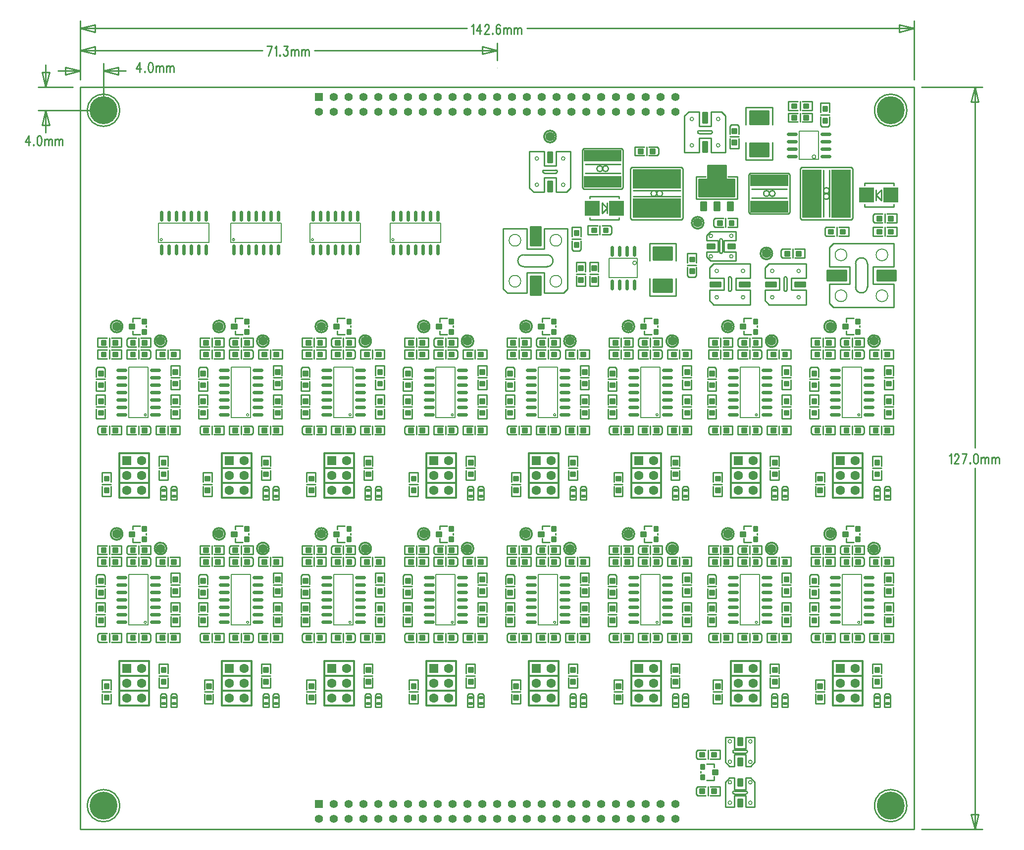
<source format=gbr>
*
*
G04 PADS Layout (Build Number 2005.266.2) generated Gerber (RS-274-X) file*
G04 PC Version=2.1*
*
%IN "module_AtoD2016_1031.pc"*%
*
%MOMM*%
*
%FSLAX35Y35*%
*
*
*
*
G04 PC Standard Apertures*
*
*
G04 Thermal Relief Aperture macro.*
%AMTER*
1,1,$1,0,0*
1,0,$1-$2,0,0*
21,0,$3,$4,0,0,45*
21,0,$3,$4,0,0,135*
%
*
*
G04 Annular Aperture macro.*
%AMANN*
1,1,$1,0,0*
1,0,$2,0,0*
%
*
*
G04 Odd Aperture macro.*
%AMODD*
1,1,$1,0,0*
1,0,$1-0.005,0,0*
%
*
*
G04 PC Custom Aperture Macros*
*
*
*
*
*
*
G04 PC Aperture Table*
*
%ADD013C,0.0254*%
%ADD034R,1.4224X1.4224*%
%ADD035C,1.4224*%
%ADD058C,0.254*%
%ADD059C,0.3048*%
%ADD098R,1.6X1.6*%
%ADD101R,2X2*%
%ADD103R,2.5X2.5*%
%ADD104R,3.3X3.3*%
%ADD105C,1.6*%
%ADD106C,0.6096*%
%ADD107C,4.5*%
%ADD112C,0.2*%
%ADD113C,0.35*%
%ADD114C,0.1778*%
*
*
*
*
G04 PC Custom Flashes*
G04 Layer Name module_AtoD2016_1031.pc - flashes*
%LPD*%
*
*
G04 PC Circuitry*
G04 Layer Name module_AtoD2016_1031.pc - circuitry*
%LPD*%
*
G54D13*
G01X39660000Y12700000D02*
X39660067D01*
X39660000Y25400000D02*
X39660067D01*
X25400000D02*
X25400067D01*
X39660000D02*
X39660067D01*
X32530000Y25725000D02*
X32530067D01*
X25400000Y25400000D02*
X25400067D01*
X25800000Y25000000D02*
X25800067D01*
X25400000Y25400000D02*
X25400067D01*
X25800000Y25000000D02*
X25800067D01*
X25400000Y25400000D02*
X25400067D01*
G54D34*
X29482000Y13127000D03*
Y25227000D03*
G54D35*
Y12873000D03*
X29736000Y13127000D03*
Y12873000D03*
X29990000Y13127000D03*
Y12873000D03*
X30244000Y13127000D03*
Y12873000D03*
X30498000Y13127000D03*
Y12873000D03*
X30752000Y13127000D03*
Y12873000D03*
X31006000Y13127000D03*
Y12873000D03*
X31260000Y13127000D03*
Y12873000D03*
X31514000Y13127000D03*
Y12873000D03*
X31768000Y13127000D03*
Y12873000D03*
X32022000Y13127000D03*
Y12873000D03*
X32276000Y13127000D03*
Y12873000D03*
X32530000Y13127000D03*
Y12873000D03*
X32784000Y13127000D03*
Y12873000D03*
X33038000Y13127000D03*
Y12873000D03*
X33292000Y13127000D03*
Y12873000D03*
X33546000Y13127000D03*
Y12873000D03*
X33800000Y13127000D03*
Y12873000D03*
X34054000Y13127000D03*
Y12873000D03*
X34308000Y13127000D03*
Y12873000D03*
X34562000Y13127000D03*
Y12873000D03*
X34816000Y13127000D03*
Y12873000D03*
X35070000Y13127000D03*
Y12873000D03*
X35324000Y13127000D03*
Y12873000D03*
X35578000Y13127000D03*
Y12873000D03*
X29482000Y24973000D03*
X29736000Y25227000D03*
Y24973000D03*
X29990000Y25227000D03*
Y24973000D03*
X30244000Y25227000D03*
Y24973000D03*
X30498000Y25227000D03*
Y24973000D03*
X30752000Y25227000D03*
Y24973000D03*
X31006000Y25227000D03*
Y24973000D03*
X31260000Y25227000D03*
Y24973000D03*
X31514000Y25227000D03*
Y24973000D03*
X31768000Y25227000D03*
Y24973000D03*
X32022000Y25227000D03*
Y24973000D03*
X32276000Y25227000D03*
Y24973000D03*
X32530000Y25227000D03*
Y24973000D03*
X32784000Y25227000D03*
Y24973000D03*
X33038000Y25227000D03*
Y24973000D03*
X33292000Y25227000D03*
Y24973000D03*
X33546000Y25227000D03*
Y24973000D03*
X33800000Y25227000D03*
Y24973000D03*
X34054000Y25227000D03*
Y24973000D03*
X34308000Y25227000D03*
Y24973000D03*
X34562000Y25227000D03*
Y24973000D03*
X34816000Y25227000D03*
Y24973000D03*
X35070000Y25227000D03*
Y24973000D03*
X35324000Y25227000D03*
Y24973000D03*
X35578000Y25227000D03*
Y24973000D03*
G54D58*
X36135000Y14050000D02*
Y13900000D01*
X36096900Y14050000D02*
X35956794D01*
X35931800Y14025006*
Y13924994*
X35956794Y13900000*
X36096900*
X36173100Y14050000D02*
X36338200D01*
Y13900000*
X36173100*
X25900000Y19600000D02*
Y19450000D01*
X25861900Y19600000D02*
X25721794D01*
X25696800Y19575006*
Y19474994*
X25721794Y19450000*
X25861900*
X25938100Y19600000D02*
X26103200D01*
Y19450000*
X25938100*
X26400000Y20750000D02*
Y20900000D01*
X26438100Y20750000D02*
X26578206D01*
X26603200Y20774994*
Y20875006*
X26578206Y20900000*
X26438100*
X26361900Y20750000D02*
X26196800D01*
Y20900000*
X26361900*
X26400000Y21100000D02*
Y20950000D01*
X26361900Y21100000D02*
X26221794D01*
X26196800Y21075006*
Y20974994*
X26221794Y20950000*
X26361900*
X26438100Y21100000D02*
X26603200D01*
Y20950000*
X26438100*
X27575000Y16850000D02*
X27425000D01*
X27575000Y16888100D02*
Y17028206D01*
X27550006Y17053200*
X27449994*
X27425000Y17028206*
Y16888100*
X27575000Y16811900D02*
Y16646800D01*
X27425000*
Y16811900*
X27650000Y16050000D02*
Y15900000D01*
X27611900Y16050000D02*
X27471794D01*
X27446800Y16025006*
Y15924994*
X27471794Y15900000*
X27611900*
X27688100Y16050000D02*
X27853200D01*
Y15900000*
X27688100*
X28150000Y17550000D02*
Y17400000D01*
X28111900Y17550000D02*
X27971794D01*
X27946800Y17525006*
Y17424994*
X27971794Y17400000*
X28111900*
X28188100Y17550000D02*
X28353200D01*
Y17400000*
X28188100*
X28150000Y15900000D02*
Y16050000D01*
X28188100Y15900000D02*
X28328206D01*
X28353200Y15924994*
Y16025006*
X28328206Y16050000*
X28188100*
X28111900Y15900000D02*
X27946800D01*
Y16050000*
X28111900*
X28150000Y17200000D02*
Y17350000D01*
X28188100Y17200000D02*
X28328206D01*
X28353200Y17224994*
Y17325006*
X28328206Y17350000*
X28188100*
X28111900Y17200000D02*
X27946800D01*
Y17350000*
X28111900*
X27575000Y20400000D02*
X27425000D01*
X27575000Y20438100D02*
Y20578206D01*
X27550006Y20603200*
X27449994*
X27425000Y20578206*
Y20438100*
X27575000Y20361900D02*
Y20196800D01*
X27425000*
Y20361900*
X28150000Y19450000D02*
Y19600000D01*
X28188100Y19450000D02*
X28328206D01*
X28353200Y19474994*
Y19575006*
X28328206Y19600000*
X28188100*
X28111900Y19450000D02*
X27946800D01*
Y19600000*
X28111900*
X36135000Y13425000D02*
Y13275000D01*
X36096900Y13425000D02*
X35956794D01*
X35931800Y13400006*
Y13299994*
X35956794Y13275000*
X36096900*
X36173100Y13425000D02*
X36338200D01*
Y13275000*
X36173100*
X28150000Y20750000D02*
Y20900000D01*
X28188100Y20750000D02*
X28328206D01*
X28353200Y20774994*
Y20875006*
X28328206Y20900000*
X28188100*
X28111900Y20750000D02*
X27946800D01*
Y20900000*
X28111900*
X27650000Y19600000D02*
Y19450000D01*
X27611900Y19600000D02*
X27471794D01*
X27446800Y19575006*
Y19474994*
X27471794Y19450000*
X27611900*
X27688100Y19600000D02*
X27853200D01*
Y19450000*
X27688100*
X28150000Y21100000D02*
Y20950000D01*
X28111900Y21100000D02*
X27971794D01*
X27946800Y21075006*
Y20974994*
X27971794Y20950000*
X28111900*
X28188100Y21100000D02*
X28353200D01*
Y20950000*
X28188100*
X29325000Y16850000D02*
X29175000D01*
X29325000Y16888100D02*
Y17028206D01*
X29300006Y17053200*
X29199994*
X29175000Y17028206*
Y16888100*
X29325000Y16811900D02*
Y16646800D01*
X29175000*
Y16811900*
X29900000Y15900000D02*
Y16050000D01*
X29938100Y15900000D02*
X30078206D01*
X30103200Y15924994*
Y16025006*
X30078206Y16050000*
X29938100*
X29861900Y15900000D02*
X29696800D01*
Y16050000*
X29861900*
X29900000Y17200000D02*
Y17350000D01*
X29938100Y17200000D02*
X30078206D01*
X30103200Y17224994*
Y17325006*
X30078206Y17350000*
X29938100*
X29861900Y17200000D02*
X29696800D01*
Y17350000*
X29861900*
X29400000Y16050000D02*
Y15900000D01*
X29361900Y16050000D02*
X29221794D01*
X29196800Y16025006*
Y15924994*
X29221794Y15900000*
X29361900*
X29438100Y16050000D02*
X29603200D01*
Y15900000*
X29438100*
X29900000Y17550000D02*
Y17400000D01*
X29861900Y17550000D02*
X29721794D01*
X29696800Y17525006*
Y17424994*
X29721794Y17400000*
X29861900*
X29938100Y17550000D02*
X30103200D01*
Y17400000*
X29938100*
X29325000Y20400000D02*
X29175000D01*
X29325000Y20438100D02*
Y20578206D01*
X29300006Y20603200*
X29199994*
X29175000Y20578206*
Y20438100*
X29325000Y20361900D02*
Y20196800D01*
X29175000*
Y20361900*
X29900000Y19450000D02*
Y19600000D01*
X29938100Y19450000D02*
X30078206D01*
X30103200Y19474994*
Y19575006*
X30078206Y19600000*
X29938100*
X29861900Y19450000D02*
X29696800D01*
Y19600000*
X29861900*
X25825000Y16850000D02*
X25675000D01*
X25825000Y16888100D02*
Y17028206D01*
X25800006Y17053200*
X25699994*
X25675000Y17028206*
Y16888100*
X25825000Y16811900D02*
Y16646800D01*
X25675000*
Y16811900*
X29900000Y20750000D02*
Y20900000D01*
X29938100Y20750000D02*
X30078206D01*
X30103200Y20774994*
Y20875006*
X30078206Y20900000*
X29938100*
X29861900Y20750000D02*
X29696800D01*
Y20900000*
X29861900*
X29400000Y19600000D02*
Y19450000D01*
X29361900Y19600000D02*
X29221794D01*
X29196800Y19575006*
Y19474994*
X29221794Y19450000*
X29361900*
X29438100Y19600000D02*
X29603200D01*
Y19450000*
X29438100*
X29900000Y21100000D02*
Y20950000D01*
X29861900Y21100000D02*
X29721794D01*
X29696800Y21075006*
Y20974994*
X29721794Y20950000*
X29861900*
X29938100Y21100000D02*
X30103200D01*
Y20950000*
X29938100*
X31075000Y16850000D02*
X30925000D01*
X31075000Y16888100D02*
Y17028206D01*
X31050006Y17053200*
X30949994*
X30925000Y17028206*
Y16888100*
X31075000Y16811900D02*
Y16646800D01*
X30925000*
Y16811900*
X31650000Y15900000D02*
Y16050000D01*
X31688100Y15900000D02*
X31828206D01*
X31853200Y15924994*
Y16025006*
X31828206Y16050000*
X31688100*
X31611900Y15900000D02*
X31446800D01*
Y16050000*
X31611900*
X31650000Y17200000D02*
Y17350000D01*
X31688100Y17200000D02*
X31828206D01*
X31853200Y17224994*
Y17325006*
X31828206Y17350000*
X31688100*
X31611900Y17200000D02*
X31446800D01*
Y17350000*
X31611900*
X31150000Y16050000D02*
Y15900000D01*
X31111900Y16050000D02*
X30971794D01*
X30946800Y16025006*
Y15924994*
X30971794Y15900000*
X31111900*
X31188100Y16050000D02*
X31353200D01*
Y15900000*
X31188100*
X31650000Y17550000D02*
Y17400000D01*
X31611900Y17550000D02*
X31471794D01*
X31446800Y17525006*
Y17424994*
X31471794Y17400000*
X31611900*
X31688100Y17550000D02*
X31853200D01*
Y17400000*
X31688100*
X31075000Y20400000D02*
X30925000D01*
X31075000Y20438100D02*
Y20578206D01*
X31050006Y20603200*
X30949994*
X30925000Y20578206*
Y20438100*
X31075000Y20361900D02*
Y20196800D01*
X30925000*
Y20361900*
X31650000Y19450000D02*
Y19600000D01*
X31688100Y19450000D02*
X31828206D01*
X31853200Y19474994*
Y19575006*
X31828206Y19600000*
X31688100*
X31611900Y19450000D02*
X31446800D01*
Y19600000*
X31611900*
X26400000Y17200000D02*
Y17350000D01*
X26438100Y17200000D02*
X26578206D01*
X26603200Y17224994*
Y17325006*
X26578206Y17350000*
X26438100*
X26361900Y17200000D02*
X26196800D01*
Y17350000*
X26361900*
X31650000Y20750000D02*
Y20900000D01*
X31688100Y20750000D02*
X31828206D01*
X31853200Y20774994*
Y20875006*
X31828206Y20900000*
X31688100*
X31611900Y20750000D02*
X31446800D01*
Y20900000*
X31611900*
X31150000Y19600000D02*
Y19450000D01*
X31111900Y19600000D02*
X30971794D01*
X30946800Y19575006*
Y19474994*
X30971794Y19450000*
X31111900*
X31188100Y19600000D02*
X31353200D01*
Y19450000*
X31188100*
X31650000Y21100000D02*
Y20950000D01*
X31611900Y21100000D02*
X31471794D01*
X31446800Y21075006*
Y20974994*
X31471794Y20950000*
X31611900*
X31688100Y21100000D02*
X31853200D01*
Y20950000*
X31688100*
X32825000Y16850000D02*
X32675000D01*
X32825000Y16888100D02*
Y17028206D01*
X32800006Y17053200*
X32699994*
X32675000Y17028206*
Y16888100*
X32825000Y16811900D02*
Y16646800D01*
X32675000*
Y16811900*
X33400000Y15900000D02*
Y16050000D01*
X33438100Y15900000D02*
X33578206D01*
X33603200Y15924994*
Y16025006*
X33578206Y16050000*
X33438100*
X33361900Y15900000D02*
X33196800D01*
Y16050000*
X33361900*
X33400000Y17200000D02*
Y17350000D01*
X33438100Y17200000D02*
X33578206D01*
X33603200Y17224994*
Y17325006*
X33578206Y17350000*
X33438100*
X33361900Y17200000D02*
X33196800D01*
Y17350000*
X33361900*
X32900000Y16050000D02*
Y15900000D01*
X32861900Y16050000D02*
X32721794D01*
X32696800Y16025006*
Y15924994*
X32721794Y15900000*
X32861900*
X32938100Y16050000D02*
X33103200D01*
Y15900000*
X32938100*
X33400000Y17550000D02*
Y17400000D01*
X33361900Y17550000D02*
X33221794D01*
X33196800Y17525006*
Y17424994*
X33221794Y17400000*
X33361900*
X33438100Y17550000D02*
X33603200D01*
Y17400000*
X33438100*
X32825000Y20400000D02*
X32675000D01*
X32825000Y20438100D02*
Y20578206D01*
X32800006Y20603200*
X32699994*
X32675000Y20578206*
Y20438100*
X32825000Y20361900D02*
Y20196800D01*
X32675000*
Y20361900*
X33400000Y20750000D02*
Y20900000D01*
X33438100Y20750000D02*
X33578206D01*
X33603200Y20774994*
Y20875006*
X33578206Y20900000*
X33438100*
X33361900Y20750000D02*
X33196800D01*
Y20900000*
X33361900*
X26400000Y15900000D02*
Y16050000D01*
X26438100Y15900000D02*
X26578206D01*
X26603200Y15924994*
Y16025006*
X26578206Y16050000*
X26438100*
X26361900Y15900000D02*
X26196800D01*
Y16050000*
X26361900*
X33400000Y19450000D02*
Y19600000D01*
X33438100Y19450000D02*
X33578206D01*
X33603200Y19474994*
Y19575006*
X33578206Y19600000*
X33438100*
X33361900Y19450000D02*
X33196800D01*
Y19600000*
X33361900*
X32900000D02*
Y19450000D01*
X32861900Y19600000D02*
X32721794D01*
X32696800Y19575006*
Y19474994*
X32721794Y19450000*
X32861900*
X32938100Y19600000D02*
X33103200D01*
Y19450000*
X32938100*
X33400000Y21100000D02*
Y20950000D01*
X33361900Y21100000D02*
X33221794D01*
X33196800Y21075006*
Y20974994*
X33221794Y20950000*
X33361900*
X33438100Y21100000D02*
X33603200D01*
Y20950000*
X33438100*
X34575000Y16850000D02*
X34425000D01*
X34575000Y16888100D02*
Y17028206D01*
X34550006Y17053200*
X34449994*
X34425000Y17028206*
Y16888100*
X34575000Y16811900D02*
Y16646800D01*
X34425000*
Y16811900*
X35150000Y15900000D02*
Y16050000D01*
X35188100Y15900000D02*
X35328206D01*
X35353200Y15924994*
Y16025006*
X35328206Y16050000*
X35188100*
X35111900Y15900000D02*
X34946800D01*
Y16050000*
X35111900*
X35150000Y17200000D02*
Y17350000D01*
X35188100Y17200000D02*
X35328206D01*
X35353200Y17224994*
Y17325006*
X35328206Y17350000*
X35188100*
X35111900Y17200000D02*
X34946800D01*
Y17350000*
X35111900*
X34650000Y16050000D02*
Y15900000D01*
X34611900Y16050000D02*
X34471794D01*
X34446800Y16025006*
Y15924994*
X34471794Y15900000*
X34611900*
X34688100Y16050000D02*
X34853200D01*
Y15900000*
X34688100*
X35150000Y17550000D02*
Y17400000D01*
X35111900Y17550000D02*
X34971794D01*
X34946800Y17525006*
Y17424994*
X34971794Y17400000*
X35111900*
X35188100Y17550000D02*
X35353200D01*
Y17400000*
X35188100*
X34575000Y20400000D02*
X34425000D01*
X34575000Y20438100D02*
Y20578206D01*
X34550006Y20603200*
X34449994*
X34425000Y20578206*
Y20438100*
X34575000Y20361900D02*
Y20196800D01*
X34425000*
Y20361900*
X35150000Y19450000D02*
Y19600000D01*
X35188100Y19450000D02*
X35328206D01*
X35353200Y19474994*
Y19575006*
X35328206Y19600000*
X35188100*
X35111900Y19450000D02*
X34946800D01*
Y19600000*
X35111900*
X25900000Y16050000D02*
Y15900000D01*
X25861900Y16050000D02*
X25721794D01*
X25696800Y16025006*
Y15924994*
X25721794Y15900000*
X25861900*
X25938100Y16050000D02*
X26103200D01*
Y15900000*
X25938100*
X35150000Y20750000D02*
Y20900000D01*
X35188100Y20750000D02*
X35328206D01*
X35353200Y20774994*
Y20875006*
X35328206Y20900000*
X35188100*
X35111900Y20750000D02*
X34946800D01*
Y20900000*
X35111900*
X34650000Y19600000D02*
Y19450000D01*
X34611900Y19600000D02*
X34471794D01*
X34446800Y19575006*
Y19474994*
X34471794Y19450000*
X34611900*
X34688100Y19600000D02*
X34853200D01*
Y19450000*
X34688100*
X35150000Y21100000D02*
Y20950000D01*
X35111900Y21100000D02*
X34971794D01*
X34946800Y21075006*
Y20974994*
X34971794Y20950000*
X35111900*
X35188100Y21100000D02*
X35353200D01*
Y20950000*
X35188100*
X36275000Y16850000D02*
X36125000D01*
X36275000Y16888100D02*
Y17028206D01*
X36250006Y17053200*
X36149994*
X36125000Y17028206*
Y16888100*
X36275000Y16811900D02*
Y16646800D01*
X36125000*
Y16811900*
X36850000Y15900000D02*
Y16050000D01*
X36888100Y15900000D02*
X37028206D01*
X37053200Y15924994*
Y16025006*
X37028206Y16050000*
X36888100*
X36811900Y15900000D02*
X36646800D01*
Y16050000*
X36811900*
X36850000Y17200000D02*
Y17350000D01*
X36888100Y17200000D02*
X37028206D01*
X37053200Y17224994*
Y17325006*
X37028206Y17350000*
X36888100*
X36811900Y17200000D02*
X36646800D01*
Y17350000*
X36811900*
X36350000Y16050000D02*
Y15900000D01*
X36311900Y16050000D02*
X36171794D01*
X36146800Y16025006*
Y15924994*
X36171794Y15900000*
X36311900*
X36388100Y16050000D02*
X36553200D01*
Y15900000*
X36388100*
X36850000Y17550000D02*
Y17400000D01*
X36811900Y17550000D02*
X36671794D01*
X36646800Y17525006*
Y17424994*
X36671794Y17400000*
X36811900*
X36888100Y17550000D02*
X37053200D01*
Y17400000*
X36888100*
X36275000Y20400000D02*
X36125000D01*
X36275000Y20438100D02*
Y20578206D01*
X36250006Y20603200*
X36149994*
X36125000Y20578206*
Y20438100*
X36275000Y20361900D02*
Y20196800D01*
X36125000*
Y20361900*
X36850000Y19450000D02*
Y19600000D01*
X36888100Y19450000D02*
X37028206D01*
X37053200Y19474994*
Y19575006*
X37028206Y19600000*
X36888100*
X36811900Y19450000D02*
X36646800D01*
Y19600000*
X36811900*
X26400000Y17550000D02*
Y17400000D01*
X26361900Y17550000D02*
X26221794D01*
X26196800Y17525006*
Y17424994*
X26221794Y17400000*
X26361900*
X26438100Y17550000D02*
X26603200D01*
Y17400000*
X26438100*
X36850000Y20750000D02*
Y20900000D01*
X36888100Y20750000D02*
X37028206D01*
X37053200Y20774994*
Y20875006*
X37028206Y20900000*
X36888100*
X36811900Y20750000D02*
X36646800D01*
Y20900000*
X36811900*
X36350000Y19600000D02*
Y19450000D01*
X36311900Y19600000D02*
X36171794D01*
X36146800Y19575006*
Y19474994*
X36171794Y19450000*
X36311900*
X36388100Y19600000D02*
X36553200D01*
Y19450000*
X36388100*
X36850000Y21100000D02*
Y20950000D01*
X36811900Y21100000D02*
X36671794D01*
X36646800Y21075006*
Y20974994*
X36671794Y20950000*
X36811900*
X36888100Y21100000D02*
X37053200D01*
Y20950000*
X36888100*
X38025000Y16850000D02*
X37875000D01*
X38025000Y16888100D02*
Y17028206D01*
X38000006Y17053200*
X37899994*
X37875000Y17028206*
Y16888100*
X38025000Y16811900D02*
Y16646800D01*
X37875000*
Y16811900*
X38600000Y15900000D02*
Y16050000D01*
X38638100Y15900000D02*
X38778206D01*
X38803200Y15924994*
Y16025006*
X38778206Y16050000*
X38638100*
X38561900Y15900000D02*
X38396800D01*
Y16050000*
X38561900*
X38600000Y17200000D02*
Y17350000D01*
X38638100Y17200000D02*
X38778206D01*
X38803200Y17224994*
Y17325006*
X38778206Y17350000*
X38638100*
X38561900Y17200000D02*
X38396800D01*
Y17350000*
X38561900*
X38100000Y16050000D02*
Y15900000D01*
X38061900Y16050000D02*
X37921794D01*
X37896800Y16025006*
Y15924994*
X37921794Y15900000*
X38061900*
X38138100Y16050000D02*
X38303200D01*
Y15900000*
X38138100*
X38600000Y17550000D02*
Y17400000D01*
X38561900Y17550000D02*
X38421794D01*
X38396800Y17525006*
Y17424994*
X38421794Y17400000*
X38561900*
X38638100Y17550000D02*
X38803200D01*
Y17400000*
X38638100*
X38025000Y20400000D02*
X37875000D01*
X38025000Y20438100D02*
Y20578206D01*
X38000006Y20603200*
X37899994*
X37875000Y20578206*
Y20438100*
X38025000Y20361900D02*
Y20196800D01*
X37875000*
Y20361900*
X38600000Y19450000D02*
Y19600000D01*
X38638100Y19450000D02*
X38778206D01*
X38803200Y19474994*
Y19575006*
X38778206Y19600000*
X38638100*
X38561900Y19450000D02*
X38396800D01*
Y19600000*
X38561900*
X25825000Y20400000D02*
X25675000D01*
X25825000Y20438100D02*
Y20578206D01*
X25800006Y20603200*
X25699994*
X25675000Y20578206*
Y20438100*
X25825000Y20361900D02*
Y20196800D01*
X25675000*
Y20361900*
X38600000Y20750000D02*
Y20900000D01*
X38638100Y20750000D02*
X38778206D01*
X38803200Y20774994*
Y20875006*
X38778206Y20900000*
X38638100*
X38561900Y20750000D02*
X38396800D01*
Y20900000*
X38561900*
X38100000Y19600000D02*
Y19450000D01*
X38061900Y19600000D02*
X37921794D01*
X37896800Y19575006*
Y19474994*
X37921794Y19450000*
X38061900*
X38138100Y19600000D02*
X38303200D01*
Y19450000*
X38138100*
X38600000Y21100000D02*
Y20950000D01*
X38561900Y21100000D02*
X38421794D01*
X38396800Y21075006*
Y20974994*
X38421794Y20950000*
X38561900*
X38638100Y21100000D02*
X38803200D01*
Y20950000*
X38638100*
X39160000Y23225000D02*
Y23075000D01*
X39121900Y23225000D02*
X38981794D01*
X38956800Y23200006*
Y23099994*
X38981794Y23075000*
X39121900*
X39198100Y23225000D02*
X39363200D01*
Y23075000*
X39198100*
X36435000Y23150000D02*
Y23000000D01*
X36396900Y23150000D02*
X36256794D01*
X36231800Y23125006*
Y23024994*
X36256794Y23000000*
X36396900*
X36473100Y23150000D02*
X36638200D01*
Y23000000*
X36473100*
X38335000D02*
Y22850000D01*
X38296900Y23000000D02*
X38156794D01*
X38131800Y22975006*
Y22874994*
X38156794Y22850000*
X38296900*
X38373100Y23000000D02*
X38538200D01*
Y22850000*
X38373100*
X37585000Y22625000D02*
Y22475000D01*
X37546900Y22625000D02*
X37406794D01*
X37381800Y22600006*
Y22499994*
X37406794Y22475000*
X37546900*
X37623100Y22625000D02*
X37788200D01*
Y22475000*
X37623100*
X36660000Y24550000D02*
X36510000D01*
X36660000Y24588100D02*
Y24728206D01*
X36635006Y24753200*
X36534994*
X36510000Y24728206*
Y24588100*
X36660000Y24511900D02*
Y24346800D01*
X36510000*
Y24511900*
X38060000Y24925000D02*
X38210000D01*
X38060000Y24886900D02*
Y24746794D01*
X38084994Y24721800*
X38185006*
X38210000Y24746794*
Y24886900*
X38060000Y24963100D02*
Y25128200D01*
X38210000*
Y24963100*
X33810000Y22800000D02*
X33960000D01*
X33810000Y22761900D02*
Y22621794D01*
X33834994Y22596800*
X33935006*
X33960000Y22621794*
Y22761900*
X33810000Y22838100D02*
Y23003200D01*
X33960000*
Y22838100*
X26400000Y19450000D02*
Y19600000D01*
X26438100Y19450000D02*
X26578206D01*
X26603200Y19474994*
Y19575006*
X26578206Y19600000*
X26438100*
X26361900Y19450000D02*
X26196800D01*
Y19600000*
X26361900*
X35085000Y24225000D02*
Y24375000D01*
X35123100Y24225000D02*
X35263206D01*
X35288200Y24249994*
Y24350006*
X35263206Y24375000*
X35123100*
X35046900Y24225000D02*
X34881800D01*
Y24375000*
X35046900*
X35785000Y22350000D02*
X35935000D01*
X35785000Y22311900D02*
Y22171794D01*
X35809994Y22146800*
X35910006*
X35935000Y22171794*
Y22311900*
X35785000Y22388100D02*
Y22553200D01*
X35935000*
Y22388100*
X34285000Y22875000D02*
Y23025000D01*
X34323100Y22875000D02*
X34463206D01*
X34488200Y22899994*
Y23000006*
X34463206Y23025000*
X34323100*
X34246900Y22875000D02*
X34081800D01*
Y23025000*
X34246900*
X26774200Y14785700D02*
X26875800D01*
Y14988900*
X26850400Y15014300*
X26799600*
X26774200Y14988900*
Y14785700*
X28524200Y18335700D02*
X28625800D01*
Y18538900*
X28600400Y18564300*
X28549600*
X28524200Y18538900*
Y18335700*
X28699200D02*
X28800800D01*
Y18538900*
X28775400Y18564300*
X28724600*
X28699200Y18538900*
Y18335700*
X28048400Y21223800D02*
Y21160300D01*
X28175400*
X28048400Y21376200D02*
Y21439700D01*
X28175400*
X28277000Y21287300D02*
Y21312700D01*
X30274200Y14785700D02*
X30375800D01*
Y14988900*
X30350400Y15014300*
X30299600*
X30274200Y14988900*
Y14785700*
X30449200D02*
X30550800D01*
Y14988900*
X30525400Y15014300*
X30474600*
X30449200Y14988900*
Y14785700*
X29798400Y17673800D02*
Y17610300D01*
X29925400*
X29798400Y17826200D02*
Y17889700D01*
X29925400*
X30027000Y17737300D02*
Y17762700D01*
X30274200Y18335700D02*
X30375800D01*
Y18538900*
X30350400Y18564300*
X30299600*
X30274200Y18538900*
Y18335700*
X29798400Y21223800D02*
Y21160300D01*
X29925400*
X29798400Y21376200D02*
Y21439700D01*
X29925400*
X30027000Y21287300D02*
Y21312700D01*
X30449200Y18335700D02*
X30550800D01*
Y18538900*
X30525400Y18564300*
X30474600*
X30449200Y18538900*
Y18335700*
X32024200Y14785700D02*
X32125800D01*
Y14988900*
X32100400Y15014300*
X32049600*
X32024200Y14988900*
Y14785700*
X26949200D02*
X27050800D01*
Y14988900*
X27025400Y15014300*
X26974600*
X26949200Y14988900*
Y14785700*
X31548400Y17673800D02*
Y17610300D01*
X31675400*
X31548400Y17826200D02*
Y17889700D01*
X31675400*
X31777000Y17737300D02*
Y17762700D01*
X32199200Y14785700D02*
X32300800D01*
Y14988900*
X32275400Y15014300*
X32224600*
X32199200Y14988900*
Y14785700*
X32024200Y18335700D02*
X32125800D01*
Y18538900*
X32100400Y18564300*
X32049600*
X32024200Y18538900*
Y18335700*
X31548400Y21223800D02*
Y21160300D01*
X31675400*
X31548400Y21376200D02*
Y21439700D01*
X31675400*
X31777000Y21287300D02*
Y21312700D01*
X32199200Y18335700D02*
X32300800D01*
Y18538900*
X32275400Y18564300*
X32224600*
X32199200Y18538900*
Y18335700*
X33774200Y14785700D02*
X33875800D01*
Y14988900*
X33850400Y15014300*
X33799600*
X33774200Y14988900*
Y14785700*
X33298400Y17673800D02*
Y17610300D01*
X33425400*
X33298400Y17826200D02*
Y17889700D01*
X33425400*
X33527000Y17737300D02*
Y17762700D01*
X33949200Y14785700D02*
X34050800D01*
Y14988900*
X34025400Y15014300*
X33974600*
X33949200Y14988900*
Y14785700*
X33774200Y18335700D02*
X33875800D01*
Y18538900*
X33850400Y18564300*
X33799600*
X33774200Y18538900*
Y18335700*
X33298400Y21223800D02*
Y21160300D01*
X33425400*
X33298400Y21376200D02*
Y21439700D01*
X33425400*
X33527000Y21287300D02*
Y21312700D01*
X26298400Y17673800D02*
Y17610300D01*
X26425400*
X26298400Y17826200D02*
Y17889700D01*
X26425400*
X26527000Y17737300D02*
Y17762700D01*
X33949200Y18335700D02*
X34050800D01*
Y18538900*
X34025400Y18564300*
X33974600*
X33949200Y18538900*
Y18335700*
X35524200Y14785700D02*
X35625800D01*
Y14988900*
X35600400Y15014300*
X35549600*
X35524200Y14988900*
Y14785700*
X35048400Y17673800D02*
Y17610300D01*
X35175400*
X35048400Y17826200D02*
Y17889700D01*
X35175400*
X35277000Y17737300D02*
Y17762700D01*
X35699200Y14785700D02*
X35800800D01*
Y14988900*
X35775400Y15014300*
X35724600*
X35699200Y14988900*
Y14785700*
X35524200Y18335700D02*
X35625800D01*
Y18538900*
X35600400Y18564300*
X35549600*
X35524200Y18538900*
Y18335700*
X35048400Y21223800D02*
Y21160300D01*
X35175400*
X35048400Y21376200D02*
Y21439700D01*
X35175400*
X35277000Y21287300D02*
Y21312700D01*
X35699200Y18335700D02*
X35800800D01*
Y18538900*
X35775400Y18564300*
X35724600*
X35699200Y18538900*
Y18335700*
X37224200Y14785700D02*
X37325800D01*
Y14988900*
X37300400Y15014300*
X37249600*
X37224200Y14988900*
Y14785700*
X36748400Y17673800D02*
Y17610300D01*
X36875400*
X36748400Y17826200D02*
Y17889700D01*
X36875400*
X36977000Y17737300D02*
Y17762700D01*
X37399200Y14785700D02*
X37500800D01*
Y14988900*
X37475400Y15014300*
X37424600*
X37399200Y14988900*
Y14785700*
X26774200Y18335700D02*
X26875800D01*
Y18538900*
X26850400Y18564300*
X26799600*
X26774200Y18538900*
Y18335700*
X37224200D02*
X37325800D01*
Y18538900*
X37300400Y18564300*
X37249600*
X37224200Y18538900*
Y18335700*
X36748400Y21223800D02*
Y21160300D01*
X36875400*
X36748400Y21376200D02*
Y21439700D01*
X36875400*
X36977000Y21287300D02*
Y21312700D01*
X37399200Y18335700D02*
X37500800D01*
Y18538900*
X37475400Y18564300*
X37424600*
X37399200Y18538900*
Y18335700*
X38974200Y14785700D02*
X39075800D01*
Y14988900*
X39050400Y15014300*
X38999600*
X38974200Y14988900*
Y14785700*
X38498400Y17673800D02*
Y17610300D01*
X38625400*
X38498400Y17826200D02*
Y17889700D01*
X38625400*
X38727000Y17737300D02*
Y17762700D01*
X39149200Y14785700D02*
X39250800D01*
Y14988900*
X39225400Y15014300*
X39174600*
X39149200Y14988900*
Y14785700*
X38974200Y18335700D02*
X39075800D01*
Y18538900*
X39050400Y18564300*
X38999600*
X38974200Y18538900*
Y18335700*
X38498400Y21223800D02*
Y21160300D01*
X38625400*
X38498400Y21376200D02*
Y21439700D01*
X38625400*
X38727000Y21287300D02*
Y21312700D01*
X39149200Y18335700D02*
X39250800D01*
Y18538900*
X39225400Y18564300*
X39174600*
X39149200Y18538900*
Y18335700*
X39098100Y23638900D02*
Y23461100D01*
X39009200Y23550000*
X39098100Y23638900*
X39009200D02*
Y23461100D01*
X38810000Y23387500D02*
Y23350000D01*
X39310000*
Y23387500*
X38810000Y23712500D02*
Y23750000D01*
X39310000*
Y23712500*
X26949200Y18335700D02*
X27050800D01*
Y18538900*
X27025400Y18564300*
X26974600*
X26949200Y18538900*
Y18335700*
X34321900Y23236100D02*
Y23413900D01*
X34410800Y23325000*
X34321900Y23236100*
X34410800D02*
Y23413900D01*
X34610000Y23487500D02*
Y23525000D01*
X34110000*
Y23487500*
X34610000Y23162500D02*
Y23125000D01*
X34110000*
Y23162500*
X26298400Y21223800D02*
Y21160300D01*
X26425400*
X26298400Y21376200D02*
Y21439700D01*
X26425400*
X26527000Y21287300D02*
Y21312700D01*
X28524200Y14785700D02*
X28625800D01*
Y14988900*
X28600400Y15014300*
X28549600*
X28524200Y14988900*
Y14785700*
X28699200D02*
X28800800D01*
Y14988900*
X28775400Y15014300*
X28724600*
X28699200Y14988900*
Y14785700*
X28048400Y17673800D02*
Y17610300D01*
X28175400*
X28048400Y17826200D02*
Y17889700D01*
X28175400*
X28277000Y17737300D02*
Y17762700D01*
X36935000Y14275000D02*
X36785000D01*
Y14075000*
X36585000*
Y14275000*
X36435000*
Y13845000*
X36505000Y13775000*
X36585000*
Y13975000*
X36785000*
Y13775000*
X36865000*
X36935000Y13845000*
Y14275000*
X36785000Y14000000D02*
G75*
G03Y14050000I0J25000D01*
G01Y14000000D02*
X36585000D01*
Y14050000D02*
G03Y14000000I0J-25000D01*
G01Y14050000D02*
X36785000D01*
X36435000Y13075000D02*
X36585000D01*
Y13275000*
X36785000*
Y13075000*
X36935000*
Y13505000*
X36865000Y13575000*
X36785000*
Y13375000*
X36585000*
Y13575000*
X36505000*
X36435000Y13505000*
Y13075000*
X36585000Y13350000D02*
G03Y13300000I0J-25000D01*
G01Y13350000D02*
X36785000D01*
Y13300000D02*
G03Y13350000I0J25000D01*
G01Y13300000D02*
X36585000D01*
X39310000Y21625000D02*
Y22025000D01*
X38960000*
Y22325000*
X39310000*
Y22725000*
X38280000*
X38210000Y22655000*
Y22325000*
X38560000*
Y22025000*
X38210000*
Y21695000*
X38280000Y21625000*
X39310000*
X38660000Y21975000D02*
G03X38860000I100000J0D01*
G01X38660000D02*
Y22375000D01*
X38860000D02*
G03X38660000I-100000J0D01*
G01X38860000D02*
Y21975000D01*
X36610000Y22425000D02*
Y22575000D01*
X36410000*
Y22775000*
X36610000*
Y22925000*
X36180000*
X36110000Y22855000*
Y22775000*
X36310000*
Y22575000*
X36110000*
Y22495000*
X36180000Y22425000*
X36610000*
X36335000Y22575000D02*
G03X36385000I25000J0D01*
G01X36335000D02*
Y22775000D01*
X36385000D02*
G03X36335000I-25000J0D01*
G01X36385000D02*
Y22575000D01*
X37810000Y21675000D02*
Y21925000D01*
X37560000*
Y22125000*
X37810000*
Y22375000*
X37180000*
X37110000Y22305000*
Y22125000*
X37360000*
Y21925000*
X37110000*
Y21745000*
X37180000Y21675000*
X37810000*
X37435000Y21925000D02*
G03X37485000I25000J0D01*
G01X37435000D02*
Y22125000D01*
X37485000D02*
G03X37435000I-25000J0D01*
G01X37485000D02*
Y21925000D01*
X35735000Y24275000D02*
X35985000D01*
Y24525000*
X36185000*
Y24275000*
X36435000*
Y24905000*
X36365000Y24975000*
X36185000*
Y24725000*
X35985000*
Y24975000*
X35805000*
X35735000Y24905000*
Y24275000*
X35985000Y24650000D02*
G03Y24600000I0J-25000D01*
G01Y24650000D02*
X36185000D01*
Y24600000D02*
G03Y24650000I0J25000D01*
G01Y24600000D02*
X35985000D01*
X33735000Y22975000D02*
X33335000D01*
Y22625000*
X33035000*
Y22975000*
X32635000*
Y21945000*
X32705000Y21875000*
X33035000*
Y22225000*
X33335000*
Y21875000*
X33665000*
X33735000Y21945000*
Y22975000*
X33385000Y22325000D02*
G03Y22525000I0J100000D01*
G01Y22325000D02*
X32985000D01*
Y22525000D02*
G03Y22325000I0J-100000D01*
G01Y22525000D02*
X33385000D01*
X33785000Y24300000D02*
X33535000D01*
Y24050000*
X33335000*
Y24300000*
X33085000*
Y23670000*
X33155000Y23600000*
X33335000*
Y23850000*
X33535000*
Y23600000*
X33715000*
X33785000Y23670000*
Y24300000*
X33535000Y23925000D02*
G03Y23975000I0J25000D01*
G01Y23925000D02*
X33335000D01*
Y23975000D02*
G03Y23925000I0J-25000D01*
G01Y23975000D02*
X33535000D01*
X36860000Y21675000D02*
Y21925000D01*
X36610000*
Y22125000*
X36860000*
Y22375000*
X36230000*
X36160000Y22305000*
Y22125000*
X36410000*
Y21925000*
X36160000*
Y21745000*
X36230000Y21675000*
X36860000*
X36485000Y21925000D02*
G03X36535000I25000J0D01*
G01X36485000D02*
Y22125000D01*
X36535000D02*
G03X36485000I-25000J0D01*
G01X36535000D02*
Y21925000D01*
X37185000Y23925000D02*
X37509600D01*
X37535000Y23899600*
Y23250400*
X37509600Y23225000*
X37185000*
Y23925000D02*
X36860400D01*
X36835000Y23899600*
Y23250400*
X36860400Y23225000*
X37185000*
X37485000Y23650000D02*
X36885000D01*
X37485000Y23500000D02*
X36885000D01*
X37185000Y23575000D02*
G03X37185000I-50000J0D01*
G01X37285000D02*
G03X37285000I-50000J0D01*
G01X38610000D02*
Y23150400D01*
X38584600Y23125000*
X37735400*
X37710000Y23150400*
Y23575000*
X38610000D02*
Y23999600D01*
X38584600Y24025000*
X37735400*
X37710000Y23999600*
Y23575000*
X38210000Y23175000D02*
Y23975000D01*
X38110000Y23175000D02*
Y23975000D01*
X38210000Y23625000D02*
G03X38210000I-50000J0D01*
G01Y23525000D02*
G03X38210000I-50000J0D01*
G01X34335000Y23650000D02*
X34010400D01*
X33985000Y23675400*
Y24324600*
X34010400Y24350000*
X34335000*
Y23650000D02*
X34659600D01*
X34685000Y23675400*
Y24324600*
X34659600Y24350000*
X34335000*
X34035000Y23925000D02*
X34635000D01*
X34035000Y24075000D02*
X34635000D01*
X34435000Y24000000D02*
G03X34435000I-50000J0D01*
G01X34335000D02*
G03X34335000I-50000J0D01*
G01X35260000Y23125000D02*
X34835400D01*
X34810000Y23150400*
Y23999600*
X34835400Y24025000*
X35260000*
Y23125000D02*
X35684600D01*
X35710000Y23150400*
Y23999600*
X35684600Y24025000*
X35260000*
X34860000Y23525000D02*
X35660000D01*
X34860000Y23625000D02*
X35660000D01*
X35360000Y23575000D02*
G03X35360000I-50000J0D01*
G01X35260000D02*
G03X35260000I-50000J0D01*
G01X26950000Y16375000D02*
X27100000D01*
X26950000Y16336900D02*
Y16171800D01*
X27100000*
Y16336900*
X26950000Y16413100D02*
Y16578200D01*
X27100000*
Y16413100*
X26950000Y19925000D02*
X27100000D01*
X26950000Y19886900D02*
Y19721800D01*
X27100000*
Y19886900*
X26950000Y19963100D02*
Y20128200D01*
X27100000*
Y19963100*
X35700000Y19925000D02*
X35850000D01*
X35700000Y19886900D02*
Y19721800D01*
X35850000*
Y19886900*
X35700000Y19963100D02*
Y20128200D01*
X35850000*
Y19963100*
Y20425000D02*
X35700000D01*
X35850000Y20463100D02*
Y20628200D01*
X35700000*
Y20463100*
X35850000Y20386900D02*
Y20221800D01*
X35700000*
Y20386900*
X35500000Y18875000D02*
X35650000D01*
X35500000Y18836900D02*
Y18671800D01*
X35650000*
Y18836900*
X35500000Y18913100D02*
Y19078200D01*
X35650000*
Y18913100*
X34650000Y20950000D02*
Y21100000D01*
X34688100Y20950000D02*
X34853200D01*
Y21100000*
X34688100*
X34611900Y20950000D02*
X34446800D01*
Y21100000*
X34611900*
X34575000Y19925000D02*
X34425000D01*
X34575000Y19963100D02*
Y20128200D01*
X34425000*
Y19963100*
X34575000Y19886900D02*
Y19721800D01*
X34425000*
Y19886900*
X34675000Y18600000D02*
X34525000D01*
X34675000Y18638100D02*
Y18803200D01*
X34525000*
Y18638100*
X34675000Y18561900D02*
Y18396800D01*
X34525000*
Y18561900*
X34650000Y20900000D02*
Y20750000D01*
X34611900Y20900000D02*
X34446800D01*
Y20750000*
X34611900*
X34688100Y20900000D02*
X34853200D01*
Y20750000*
X34688100*
X35650000Y19600000D02*
Y19450000D01*
X35611900Y19600000D02*
X35446800D01*
Y19450000*
X35611900*
X35688100Y19600000D02*
X35853200D01*
Y19450000*
X35688100*
X35650000Y20750000D02*
Y20900000D01*
X35688100Y20750000D02*
X35853200D01*
Y20900000*
X35688100*
X35611900Y20750000D02*
X35446800D01*
Y20900000*
X35611900*
X37400000Y16375000D02*
X37550000D01*
X37400000Y16336900D02*
Y16171800D01*
X37550000*
Y16336900*
X37400000Y16413100D02*
Y16578200D01*
X37550000*
Y16413100*
X27100000Y20425000D02*
X26950000D01*
X27100000Y20463100D02*
Y20628200D01*
X26950000*
Y20463100*
X27100000Y20386900D02*
Y20221800D01*
X26950000*
Y20386900*
X37550000Y16875000D02*
X37400000D01*
X37550000Y16913100D02*
Y17078200D01*
X37400000*
Y16913100*
X37550000Y16836900D02*
Y16671800D01*
X37400000*
Y16836900*
X37200000Y15325000D02*
X37350000D01*
X37200000Y15286900D02*
Y15121800D01*
X37350000*
Y15286900*
X37200000Y15363100D02*
Y15528200D01*
X37350000*
Y15363100*
X36350000Y17400000D02*
Y17550000D01*
X36388100Y17400000D02*
X36553200D01*
Y17550000*
X36388100*
X36311900Y17400000D02*
X36146800D01*
Y17550000*
X36311900*
X36275000Y16375000D02*
X36125000D01*
X36275000Y16413100D02*
Y16578200D01*
X36125000*
Y16413100*
X36275000Y16336900D02*
Y16171800D01*
X36125000*
Y16336900*
X36375000Y15050000D02*
X36225000D01*
X36375000Y15088100D02*
Y15253200D01*
X36225000*
Y15088100*
X36375000Y15011900D02*
Y14846800D01*
X36225000*
Y15011900*
X36350000Y17350000D02*
Y17200000D01*
X36311900Y17350000D02*
X36146800D01*
Y17200000*
X36311900*
X36388100Y17350000D02*
X36553200D01*
Y17200000*
X36388100*
X37350000Y16050000D02*
Y15900000D01*
X37311900Y16050000D02*
X37146800D01*
Y15900000*
X37311900*
X37388100Y16050000D02*
X37553200D01*
Y15900000*
X37388100*
X37350000Y17200000D02*
Y17350000D01*
X37388100Y17200000D02*
X37553200D01*
Y17350000*
X37388100*
X37311900Y17200000D02*
X37146800D01*
Y17350000*
X37311900*
X37400000Y19925000D02*
X37550000D01*
X37400000Y19886900D02*
Y19721800D01*
X37550000*
Y19886900*
X37400000Y19963100D02*
Y20128200D01*
X37550000*
Y19963100*
Y20425000D02*
X37400000D01*
X37550000Y20463100D02*
Y20628200D01*
X37400000*
Y20463100*
X37550000Y20386900D02*
Y20221800D01*
X37400000*
Y20386900*
X26750000Y18875000D02*
X26900000D01*
X26750000Y18836900D02*
Y18671800D01*
X26900000*
Y18836900*
X26750000Y18913100D02*
Y19078200D01*
X26900000*
Y18913100*
X37200000Y18875000D02*
X37350000D01*
X37200000Y18836900D02*
Y18671800D01*
X37350000*
Y18836900*
X37200000Y18913100D02*
Y19078200D01*
X37350000*
Y18913100*
X36350000Y20950000D02*
Y21100000D01*
X36388100Y20950000D02*
X36553200D01*
Y21100000*
X36388100*
X36311900Y20950000D02*
X36146800D01*
Y21100000*
X36311900*
X36275000Y19925000D02*
X36125000D01*
X36275000Y19963100D02*
Y20128200D01*
X36125000*
Y19963100*
X36275000Y19886900D02*
Y19721800D01*
X36125000*
Y19886900*
X36375000Y18600000D02*
X36225000D01*
X36375000Y18638100D02*
Y18803200D01*
X36225000*
Y18638100*
X36375000Y18561900D02*
Y18396800D01*
X36225000*
Y18561900*
X36350000Y20900000D02*
Y20750000D01*
X36311900Y20900000D02*
X36146800D01*
Y20750000*
X36311900*
X36388100Y20900000D02*
X36553200D01*
Y20750000*
X36388100*
X37350000Y19600000D02*
Y19450000D01*
X37311900Y19600000D02*
X37146800D01*
Y19450000*
X37311900*
X37388100Y19600000D02*
X37553200D01*
Y19450000*
X37388100*
X37350000Y20750000D02*
Y20900000D01*
X37388100Y20750000D02*
X37553200D01*
Y20900000*
X37388100*
X37311900Y20750000D02*
X37146800D01*
Y20900000*
X37311900*
X39150000Y16375000D02*
X39300000D01*
X39150000Y16336900D02*
Y16171800D01*
X39300000*
Y16336900*
X39150000Y16413100D02*
Y16578200D01*
X39300000*
Y16413100*
Y16875000D02*
X39150000D01*
X39300000Y16913100D02*
Y17078200D01*
X39150000*
Y16913100*
X39300000Y16836900D02*
Y16671800D01*
X39150000*
Y16836900*
X38950000Y15325000D02*
X39100000D01*
X38950000Y15286900D02*
Y15121800D01*
X39100000*
Y15286900*
X38950000Y15363100D02*
Y15528200D01*
X39100000*
Y15363100*
X25900000Y20950000D02*
Y21100000D01*
X25938100Y20950000D02*
X26103200D01*
Y21100000*
X25938100*
X25861900Y20950000D02*
X25696800D01*
Y21100000*
X25861900*
X38100000Y17400000D02*
Y17550000D01*
X38138100Y17400000D02*
X38303200D01*
Y17550000*
X38138100*
X38061900Y17400000D02*
X37896800D01*
Y17550000*
X38061900*
X38025000Y16375000D02*
X37875000D01*
X38025000Y16413100D02*
Y16578200D01*
X37875000*
Y16413100*
X38025000Y16336900D02*
Y16171800D01*
X37875000*
Y16336900*
X38125000Y15050000D02*
X37975000D01*
X38125000Y15088100D02*
Y15253200D01*
X37975000*
Y15088100*
X38125000Y15011900D02*
Y14846800D01*
X37975000*
Y15011900*
X38100000Y17350000D02*
Y17200000D01*
X38061900Y17350000D02*
X37896800D01*
Y17200000*
X38061900*
X38138100Y17350000D02*
X38303200D01*
Y17200000*
X38138100*
X39100000Y16050000D02*
Y15900000D01*
X39061900Y16050000D02*
X38896800D01*
Y15900000*
X39061900*
X39138100Y16050000D02*
X39303200D01*
Y15900000*
X39138100*
X39100000Y17200000D02*
Y17350000D01*
X39138100Y17200000D02*
X39303200D01*
Y17350000*
X39138100*
X39061900Y17200000D02*
X38896800D01*
Y17350000*
X39061900*
X39150000Y19925000D02*
X39300000D01*
X39150000Y19886900D02*
Y19721800D01*
X39300000*
Y19886900*
X39150000Y19963100D02*
Y20128200D01*
X39300000*
Y19963100*
Y20425000D02*
X39150000D01*
X39300000Y20463100D02*
Y20628200D01*
X39150000*
Y20463100*
X39300000Y20386900D02*
Y20221800D01*
X39150000*
Y20386900*
X38950000Y18875000D02*
X39100000D01*
X38950000Y18836900D02*
Y18671800D01*
X39100000*
Y18836900*
X38950000Y18913100D02*
Y19078200D01*
X39100000*
Y18913100*
X38100000Y20950000D02*
Y21100000D01*
X38138100Y20950000D02*
X38303200D01*
Y21100000*
X38138100*
X38061900Y20950000D02*
X37896800D01*
Y21100000*
X38061900*
X25825000Y19925000D02*
X25675000D01*
X25825000Y19963100D02*
Y20128200D01*
X25675000*
Y19963100*
X25825000Y19886900D02*
Y19721800D01*
X25675000*
Y19886900*
X38025000Y19925000D02*
X37875000D01*
X38025000Y19963100D02*
Y20128200D01*
X37875000*
Y19963100*
X38025000Y19886900D02*
Y19721800D01*
X37875000*
Y19886900*
X38100000Y20900000D02*
Y20750000D01*
X38061900Y20900000D02*
X37896800D01*
Y20750000*
X38061900*
X38138100Y20900000D02*
X38303200D01*
Y20750000*
X38138100*
X38125000Y18600000D02*
X37975000D01*
X38125000Y18638100D02*
Y18803200D01*
X37975000*
Y18638100*
X38125000Y18561900D02*
Y18396800D01*
X37975000*
Y18561900*
X39100000Y19600000D02*
Y19450000D01*
X39061900Y19600000D02*
X38896800D01*
Y19450000*
X39061900*
X39138100Y19600000D02*
X39303200D01*
Y19450000*
X39138100*
X39100000Y20750000D02*
Y20900000D01*
X39138100Y20750000D02*
X39303200D01*
Y20900000*
X39138100*
X39061900Y20750000D02*
X38896800D01*
Y20900000*
X39061900*
X37235000Y24752400D02*
Y25050000D01*
X36785000*
Y24752400*
X37235000Y24447600D02*
Y24150000D01*
X36785000*
Y24447600*
X39160000Y22850000D02*
Y23000000D01*
X39198100Y22850000D02*
X39363200D01*
Y23000000*
X39198100*
X39121900Y22850000D02*
X38956800D01*
Y23000000*
X39121900*
X37710000Y24950000D02*
Y24800000D01*
X37671900Y24950000D02*
X37506800D01*
Y24800000*
X37671900*
X37748100Y24950000D02*
X37913200D01*
Y24800000*
X37748100*
X37710000Y25150000D02*
Y25000000D01*
X37671900Y25150000D02*
X37506800D01*
Y25000000*
X37671900*
X37748100Y25150000D02*
X37913200D01*
Y25000000*
X37748100*
X35135000Y22122600D02*
Y21825000D01*
X35585000*
Y22122600*
X35135000Y22427400D02*
Y22725000D01*
X35585000*
Y22427400*
X25900000Y20900000D02*
Y20750000D01*
X25861900Y20900000D02*
X25696800D01*
Y20750000*
X25861900*
X25938100Y20900000D02*
X26103200D01*
Y20750000*
X25938100*
X34110000Y22200000D02*
X34260000D01*
X34110000Y22161900D02*
Y21996800D01*
X34260000*
Y22161900*
X34110000Y22238100D02*
Y22403200D01*
X34260000*
Y22238100*
X33885000Y22200000D02*
X34035000D01*
X33885000Y22161900D02*
Y21996800D01*
X34035000*
Y22161900*
X33885000Y22238100D02*
Y22403200D01*
X34035000*
Y22238100*
X25925000Y18600000D02*
X25775000D01*
X25925000Y18638100D02*
Y18803200D01*
X25775000*
Y18638100*
X25925000Y18561900D02*
Y18396800D01*
X25775000*
Y18561900*
X26900000Y19600000D02*
Y19450000D01*
X26861900Y19600000D02*
X26696800D01*
Y19450000*
X26861900*
X26938100Y19600000D02*
X27103200D01*
Y19450000*
X26938100*
X26900000Y20750000D02*
Y20900000D01*
X26938100Y20750000D02*
X27103200D01*
Y20900000*
X26938100*
X26861900Y20750000D02*
X26696800D01*
Y20900000*
X26861900*
X28700000Y16375000D02*
X28850000D01*
X28700000Y16336900D02*
Y16171800D01*
X28850000*
Y16336900*
X28700000Y16413100D02*
Y16578200D01*
X28850000*
Y16413100*
X27100000Y16875000D02*
X26950000D01*
X27100000Y16913100D02*
Y17078200D01*
X26950000*
Y16913100*
X27100000Y16836900D02*
Y16671800D01*
X26950000*
Y16836900*
X28850000Y16875000D02*
X28700000D01*
X28850000Y16913100D02*
Y17078200D01*
X28700000*
Y16913100*
X28850000Y16836900D02*
Y16671800D01*
X28700000*
Y16836900*
X28500000Y15325000D02*
X28650000D01*
X28500000Y15286900D02*
Y15121800D01*
X28650000*
Y15286900*
X28500000Y15363100D02*
Y15528200D01*
X28650000*
Y15363100*
X27650000Y17400000D02*
Y17550000D01*
X27688100Y17400000D02*
X27853200D01*
Y17550000*
X27688100*
X27611900Y17400000D02*
X27446800D01*
Y17550000*
X27611900*
X27575000Y16375000D02*
X27425000D01*
X27575000Y16413100D02*
Y16578200D01*
X27425000*
Y16413100*
X27575000Y16336900D02*
Y16171800D01*
X27425000*
Y16336900*
X27675000Y15050000D02*
X27525000D01*
X27675000Y15088100D02*
Y15253200D01*
X27525000*
Y15088100*
X27675000Y15011900D02*
Y14846800D01*
X27525000*
Y15011900*
X27650000Y17350000D02*
Y17200000D01*
X27611900Y17350000D02*
X27446800D01*
Y17200000*
X27611900*
X27688100Y17350000D02*
X27853200D01*
Y17200000*
X27688100*
X28650000Y16050000D02*
Y15900000D01*
X28611900Y16050000D02*
X28446800D01*
Y15900000*
X28611900*
X28688100Y16050000D02*
X28853200D01*
Y15900000*
X28688100*
X28650000Y17200000D02*
Y17350000D01*
X28688100Y17200000D02*
X28853200D01*
Y17350000*
X28688100*
X28611900Y17200000D02*
X28446800D01*
Y17350000*
X28611900*
X28700000Y19925000D02*
X28850000D01*
X28700000Y19886900D02*
Y19721800D01*
X28850000*
Y19886900*
X28700000Y19963100D02*
Y20128200D01*
X28850000*
Y19963100*
Y20425000D02*
X28700000D01*
X28850000Y20463100D02*
Y20628200D01*
X28700000*
Y20463100*
X28850000Y20386900D02*
Y20221800D01*
X28700000*
Y20386900*
X26750000Y15325000D02*
X26900000D01*
X26750000Y15286900D02*
Y15121800D01*
X26900000*
Y15286900*
X26750000Y15363100D02*
Y15528200D01*
X26900000*
Y15363100*
X28500000Y18875000D02*
X28650000D01*
X28500000Y18836900D02*
Y18671800D01*
X28650000*
Y18836900*
X28500000Y18913100D02*
Y19078200D01*
X28650000*
Y18913100*
X27650000Y20950000D02*
Y21100000D01*
X27688100Y20950000D02*
X27853200D01*
Y21100000*
X27688100*
X27611900Y20950000D02*
X27446800D01*
Y21100000*
X27611900*
X27575000Y19925000D02*
X27425000D01*
X27575000Y19963100D02*
Y20128200D01*
X27425000*
Y19963100*
X27575000Y19886900D02*
Y19721800D01*
X27425000*
Y19886900*
X27650000Y18600000D02*
X27500000D01*
X27650000Y18638100D02*
Y18803200D01*
X27500000*
Y18638100*
X27650000Y18561900D02*
Y18396800D01*
X27500000*
Y18561900*
X27650000Y20900000D02*
Y20750000D01*
X27611900Y20900000D02*
X27446800D01*
Y20750000*
X27611900*
X27688100Y20900000D02*
X27853200D01*
Y20750000*
X27688100*
X28650000Y19600000D02*
Y19450000D01*
X28611900Y19600000D02*
X28446800D01*
Y19450000*
X28611900*
X28688100Y19600000D02*
X28853200D01*
Y19450000*
X28688100*
X28650000Y20750000D02*
Y20900000D01*
X28688100Y20750000D02*
X28853200D01*
Y20900000*
X28688100*
X28611900Y20750000D02*
X28446800D01*
Y20900000*
X28611900*
X30450000Y16375000D02*
X30600000D01*
X30450000Y16336900D02*
Y16171800D01*
X30600000*
Y16336900*
X30450000Y16413100D02*
Y16578200D01*
X30600000*
Y16413100*
Y16875000D02*
X30450000D01*
X30600000Y16913100D02*
Y17078200D01*
X30450000*
Y16913100*
X30600000Y16836900D02*
Y16671800D01*
X30450000*
Y16836900*
X30250000Y15325000D02*
X30400000D01*
X30250000Y15286900D02*
Y15121800D01*
X30400000*
Y15286900*
X30250000Y15363100D02*
Y15528200D01*
X30400000*
Y15363100*
X25925000Y15050000D02*
X25775000D01*
X25925000Y15088100D02*
Y15253200D01*
X25775000*
Y15088100*
X25925000Y15011900D02*
Y14846800D01*
X25775000*
Y15011900*
X29400000Y17400000D02*
Y17550000D01*
X29438100Y17400000D02*
X29603200D01*
Y17550000*
X29438100*
X29361900Y17400000D02*
X29196800D01*
Y17550000*
X29361900*
X29325000Y16375000D02*
X29175000D01*
X29325000Y16413100D02*
Y16578200D01*
X29175000*
Y16413100*
X29325000Y16336900D02*
Y16171800D01*
X29175000*
Y16336900*
X29425000Y15050000D02*
X29275000D01*
X29425000Y15088100D02*
Y15253200D01*
X29275000*
Y15088100*
X29425000Y15011900D02*
Y14846800D01*
X29275000*
Y15011900*
X29400000Y17350000D02*
Y17200000D01*
X29361900Y17350000D02*
X29196800D01*
Y17200000*
X29361900*
X29438100Y17350000D02*
X29603200D01*
Y17200000*
X29438100*
X30400000Y16050000D02*
Y15900000D01*
X30361900Y16050000D02*
X30196800D01*
Y15900000*
X30361900*
X30438100Y16050000D02*
X30603200D01*
Y15900000*
X30438100*
X30400000Y17200000D02*
Y17350000D01*
X30438100Y17200000D02*
X30603200D01*
Y17350000*
X30438100*
X30361900Y17200000D02*
X30196800D01*
Y17350000*
X30361900*
X30450000Y19925000D02*
X30600000D01*
X30450000Y19886900D02*
Y19721800D01*
X30600000*
Y19886900*
X30450000Y19963100D02*
Y20128200D01*
X30600000*
Y19963100*
Y20425000D02*
X30450000D01*
X30600000Y20463100D02*
Y20628200D01*
X30450000*
Y20463100*
X30600000Y20386900D02*
Y20221800D01*
X30450000*
Y20386900*
X30250000Y18875000D02*
X30400000D01*
X30250000Y18836900D02*
Y18671800D01*
X30400000*
Y18836900*
X30250000Y18913100D02*
Y19078200D01*
X30400000*
Y18913100*
X29400000Y20950000D02*
Y21100000D01*
X29438100Y20950000D02*
X29603200D01*
Y21100000*
X29438100*
X29361900Y20950000D02*
X29196800D01*
Y21100000*
X29361900*
X25900000Y17400000D02*
Y17550000D01*
X25938100Y17400000D02*
X26103200D01*
Y17550000*
X25938100*
X25861900Y17400000D02*
X25696800D01*
Y17550000*
X25861900*
X29325000Y19925000D02*
X29175000D01*
X29325000Y19963100D02*
Y20128200D01*
X29175000*
Y19963100*
X29325000Y19886900D02*
Y19721800D01*
X29175000*
Y19886900*
X29425000Y18600000D02*
X29275000D01*
X29425000Y18638100D02*
Y18803200D01*
X29275000*
Y18638100*
X29425000Y18561900D02*
Y18396800D01*
X29275000*
Y18561900*
X29400000Y20900000D02*
Y20750000D01*
X29361900Y20900000D02*
X29196800D01*
Y20750000*
X29361900*
X29438100Y20900000D02*
X29603200D01*
Y20750000*
X29438100*
X30400000Y19600000D02*
Y19450000D01*
X30361900Y19600000D02*
X30196800D01*
Y19450000*
X30361900*
X30438100Y19600000D02*
X30603200D01*
Y19450000*
X30438100*
X30400000Y20750000D02*
Y20900000D01*
X30438100Y20750000D02*
X30603200D01*
Y20900000*
X30438100*
X30361900Y20750000D02*
X30196800D01*
Y20900000*
X30361900*
X32200000Y16375000D02*
X32350000D01*
X32200000Y16336900D02*
Y16171800D01*
X32350000*
Y16336900*
X32200000Y16413100D02*
Y16578200D01*
X32350000*
Y16413100*
Y16875000D02*
X32200000D01*
X32350000Y16913100D02*
Y17078200D01*
X32200000*
Y16913100*
X32350000Y16836900D02*
Y16671800D01*
X32200000*
Y16836900*
X32000000Y15325000D02*
X32150000D01*
X32000000Y15286900D02*
Y15121800D01*
X32150000*
Y15286900*
X32000000Y15363100D02*
Y15528200D01*
X32150000*
Y15363100*
X31075000Y16375000D02*
X30925000D01*
X31075000Y16413100D02*
Y16578200D01*
X30925000*
Y16413100*
X31075000Y16336900D02*
Y16171800D01*
X30925000*
Y16336900*
X31175000Y15050000D02*
X31025000D01*
X31175000Y15088100D02*
Y15253200D01*
X31025000*
Y15088100*
X31175000Y15011900D02*
Y14846800D01*
X31025000*
Y15011900*
X25825000Y16375000D02*
X25675000D01*
X25825000Y16413100D02*
Y16578200D01*
X25675000*
Y16413100*
X25825000Y16336900D02*
Y16171800D01*
X25675000*
Y16336900*
X31150000Y17350000D02*
Y17200000D01*
X31111900Y17350000D02*
X30946800D01*
Y17200000*
X31111900*
X31188100Y17350000D02*
X31353200D01*
Y17200000*
X31188100*
X31150000Y17400000D02*
Y17550000D01*
X31188100Y17400000D02*
X31353200D01*
Y17550000*
X31188100*
X31111900Y17400000D02*
X30946800D01*
Y17550000*
X31111900*
X32150000Y16050000D02*
Y15900000D01*
X32111900Y16050000D02*
X31946800D01*
Y15900000*
X32111900*
X32188100Y16050000D02*
X32353200D01*
Y15900000*
X32188100*
X32150000Y17200000D02*
Y17350000D01*
X32188100Y17200000D02*
X32353200D01*
Y17350000*
X32188100*
X32111900Y17200000D02*
X31946800D01*
Y17350000*
X32111900*
X32200000Y19925000D02*
X32350000D01*
X32200000Y19886900D02*
Y19721800D01*
X32350000*
Y19886900*
X32200000Y19963100D02*
Y20128200D01*
X32350000*
Y19963100*
Y20425000D02*
X32200000D01*
X32350000Y20463100D02*
Y20628200D01*
X32200000*
Y20463100*
X32350000Y20386900D02*
Y20221800D01*
X32200000*
Y20386900*
X32000000Y18875000D02*
X32150000D01*
X32000000Y18836900D02*
Y18671800D01*
X32150000*
Y18836900*
X32000000Y18913100D02*
Y19078200D01*
X32150000*
Y18913100*
X31150000Y20950000D02*
Y21100000D01*
X31188100Y20950000D02*
X31353200D01*
Y21100000*
X31188100*
X31111900Y20950000D02*
X30946800D01*
Y21100000*
X31111900*
X31075000Y19925000D02*
X30925000D01*
X31075000Y19963100D02*
Y20128200D01*
X30925000*
Y19963100*
X31075000Y19886900D02*
Y19721800D01*
X30925000*
Y19886900*
X31175000Y18600000D02*
X31025000D01*
X31175000Y18638100D02*
Y18803200D01*
X31025000*
Y18638100*
X31175000Y18561900D02*
Y18396800D01*
X31025000*
Y18561900*
X25900000Y17350000D02*
Y17200000D01*
X25861900Y17350000D02*
X25696800D01*
Y17200000*
X25861900*
X25938100Y17350000D02*
X26103200D01*
Y17200000*
X25938100*
X31150000Y20900000D02*
Y20750000D01*
X31111900Y20900000D02*
X30946800D01*
Y20750000*
X31111900*
X31188100Y20900000D02*
X31353200D01*
Y20750000*
X31188100*
X32150000Y19600000D02*
Y19450000D01*
X32111900Y19600000D02*
X31946800D01*
Y19450000*
X32111900*
X32188100Y19600000D02*
X32353200D01*
Y19450000*
X32188100*
X32150000Y20750000D02*
Y20900000D01*
X32188100Y20750000D02*
X32353200D01*
Y20900000*
X32188100*
X32111900Y20750000D02*
X31946800D01*
Y20900000*
X32111900*
X33950000Y16375000D02*
X34100000D01*
X33950000Y16336900D02*
Y16171800D01*
X34100000*
Y16336900*
X33950000Y16413100D02*
Y16578200D01*
X34100000*
Y16413100*
Y16875000D02*
X33950000D01*
X34100000Y16913100D02*
Y17078200D01*
X33950000*
Y16913100*
X34100000Y16836900D02*
Y16671800D01*
X33950000*
Y16836900*
X33750000Y15325000D02*
X33900000D01*
X33750000Y15286900D02*
Y15121800D01*
X33900000*
Y15286900*
X33750000Y15363100D02*
Y15528200D01*
X33900000*
Y15363100*
X32900000Y17400000D02*
Y17550000D01*
X32938100Y17400000D02*
X33103200D01*
Y17550000*
X32938100*
X32861900Y17400000D02*
X32696800D01*
Y17550000*
X32861900*
X32825000Y16375000D02*
X32675000D01*
X32825000Y16413100D02*
Y16578200D01*
X32675000*
Y16413100*
X32825000Y16336900D02*
Y16171800D01*
X32675000*
Y16336900*
X32925000Y15050000D02*
X32775000D01*
X32925000Y15088100D02*
Y15253200D01*
X32775000*
Y15088100*
X32925000Y15011900D02*
Y14846800D01*
X32775000*
Y15011900*
X32900000Y17350000D02*
Y17200000D01*
X32861900Y17350000D02*
X32696800D01*
Y17200000*
X32861900*
X32938100Y17350000D02*
X33103200D01*
Y17200000*
X32938100*
X26900000Y16050000D02*
Y15900000D01*
X26861900Y16050000D02*
X26696800D01*
Y15900000*
X26861900*
X26938100Y16050000D02*
X27103200D01*
Y15900000*
X26938100*
X33900000Y16050000D02*
Y15900000D01*
X33861900Y16050000D02*
X33696800D01*
Y15900000*
X33861900*
X33938100Y16050000D02*
X34103200D01*
Y15900000*
X33938100*
X33900000Y17200000D02*
Y17350000D01*
X33938100Y17200000D02*
X34103200D01*
Y17350000*
X33938100*
X33861900Y17200000D02*
X33696800D01*
Y17350000*
X33861900*
X33950000Y19925000D02*
X34100000D01*
X33950000Y19886900D02*
Y19721800D01*
X34100000*
Y19886900*
X33950000Y19963100D02*
Y20128200D01*
X34100000*
Y19963100*
Y20425000D02*
X33950000D01*
X34100000Y20463100D02*
Y20628200D01*
X33950000*
Y20463100*
X34100000Y20386900D02*
Y20221800D01*
X33950000*
Y20386900*
X33750000Y18875000D02*
X33900000D01*
X33750000Y18836900D02*
Y18671800D01*
X33900000*
Y18836900*
X33750000Y18913100D02*
Y19078200D01*
X33900000*
Y18913100*
X32825000Y19925000D02*
X32675000D01*
X32825000Y19963100D02*
Y20128200D01*
X32675000*
Y19963100*
X32825000Y19886900D02*
Y19721800D01*
X32675000*
Y19886900*
X32925000Y18600000D02*
X32775000D01*
X32925000Y18638100D02*
Y18803200D01*
X32775000*
Y18638100*
X32925000Y18561900D02*
Y18396800D01*
X32775000*
Y18561900*
X32900000Y20950000D02*
Y21100000D01*
X32938100Y20950000D02*
X33103200D01*
Y21100000*
X32938100*
X32861900Y20950000D02*
X32696800D01*
Y21100000*
X32861900*
X32900000Y20900000D02*
Y20750000D01*
X32861900Y20900000D02*
X32696800D01*
Y20750000*
X32861900*
X32938100Y20900000D02*
X33103200D01*
Y20750000*
X32938100*
X33900000Y19600000D02*
Y19450000D01*
X33861900Y19600000D02*
X33696800D01*
Y19450000*
X33861900*
X33938100Y19600000D02*
X34103200D01*
Y19450000*
X33938100*
X26900000Y17200000D02*
Y17350000D01*
X26938100Y17200000D02*
X27103200D01*
Y17350000*
X26938100*
X26861900Y17200000D02*
X26696800D01*
Y17350000*
X26861900*
X33900000Y20750000D02*
Y20900000D01*
X33938100Y20750000D02*
X34103200D01*
Y20900000*
X33938100*
X33861900Y20750000D02*
X33696800D01*
Y20900000*
X33861900*
X35700000Y16375000D02*
X35850000D01*
X35700000Y16336900D02*
Y16171800D01*
X35850000*
Y16336900*
X35700000Y16413100D02*
Y16578200D01*
X35850000*
Y16413100*
Y16875000D02*
X35700000D01*
X35850000Y16913100D02*
Y17078200D01*
X35700000*
Y16913100*
X35850000Y16836900D02*
Y16671800D01*
X35700000*
Y16836900*
X35500000Y15325000D02*
X35650000D01*
X35500000Y15286900D02*
Y15121800D01*
X35650000*
Y15286900*
X35500000Y15363100D02*
Y15528200D01*
X35650000*
Y15363100*
X34650000Y17400000D02*
Y17550000D01*
X34688100Y17400000D02*
X34853200D01*
Y17550000*
X34688100*
X34611900Y17400000D02*
X34446800D01*
Y17550000*
X34611900*
X34575000Y16375000D02*
X34425000D01*
X34575000Y16413100D02*
Y16578200D01*
X34425000*
Y16413100*
X34575000Y16336900D02*
Y16171800D01*
X34425000*
Y16336900*
X34675000Y15050000D02*
X34525000D01*
X34675000Y15088100D02*
Y15253200D01*
X34525000*
Y15088100*
X34675000Y15011900D02*
Y14846800D01*
X34525000*
Y15011900*
X34650000Y17350000D02*
Y17200000D01*
X34611900Y17350000D02*
X34446800D01*
Y17200000*
X34611900*
X34688100Y17350000D02*
X34853200D01*
Y17200000*
X34688100*
X35650000Y16050000D02*
Y15900000D01*
X35611900Y16050000D02*
X35446800D01*
Y15900000*
X35611900*
X35688100Y16050000D02*
X35853200D01*
Y15900000*
X35688100*
X35650000Y17200000D02*
Y17350000D01*
X35688100Y17200000D02*
X35853200D01*
Y17350000*
X35688100*
X35611900Y17200000D02*
X35446800D01*
Y17350000*
X35611900*
X36236600Y13751200D02*
Y13814700D01*
X36109600*
X36236600Y13598800D02*
Y13535300D01*
X36109600*
X36008000Y13687700D02*
Y13662300D01*
X36094500Y23865500D02*
X35935750D01*
Y23484500*
X36634250*
Y23865500*
X36475500*
X39535000Y25000000D02*
G03X39535000I-275000J0D01*
G01X39486385D02*
G03X39486385I-226385J0D01*
G01X26075000Y13100000D02*
G03X26075000I-275000J0D01*
G01X26026385D02*
G03X26026385I-226385J0D01*
G01X39535000D02*
G03X39535000I-275000J0D01*
G01X39486385D02*
G03X39486385I-226385J0D01*
G01X26075000Y25000000D02*
G03X26075000I-275000J0D01*
G01X26026385D02*
G03X26026385I-226385J0D01*
G01X35997700Y14012300D02*
X36072300D01*
Y13937700*
X35997700*
Y14012300*
Y13937700D02*
X36072300D01*
X35997700Y13963100D02*
X36072300D01*
X35997700Y13988500D02*
X36072300D01*
X36017200Y13937700D02*
Y14012300D01*
X36042600Y13937700D02*
Y14012300D01*
X36068000Y13937700D02*
Y14012300D01*
X36272300D02*
X36197700D01*
Y13937700*
X36272300*
Y14012300*
X36197700Y13937700D02*
X36272300D01*
X36197700Y13963100D02*
X36272300D01*
X36197700Y13988500D02*
X36272300D01*
X36220400Y13937700D02*
Y14012300D01*
X36245800Y13937700D02*
Y14012300D01*
X36271200Y13937700D02*
Y14012300D01*
X25762700Y19562300D02*
X25837300D01*
Y19487700*
X25762700*
Y19562300*
Y19487700D02*
X25837300D01*
X25762700Y19513100D02*
X25837300D01*
X25762700Y19538500D02*
X25837300D01*
X25781000Y19487700D02*
Y19562300D01*
X25806400Y19487700D02*
Y19562300D01*
X25831800Y19487700D02*
Y19562300D01*
X26037300D02*
X25962700D01*
Y19487700*
X26037300*
Y19562300*
X25962700Y19487700D02*
X26037300D01*
X25962700Y19513100D02*
X26037300D01*
X25962700Y19538500D02*
X26037300D01*
X25984200Y19487700D02*
Y19562300D01*
X26009600Y19487700D02*
Y19562300D01*
X26035000Y19487700D02*
Y19562300D01*
X26262700Y20787700D02*
X26337300D01*
Y20862300*
X26262700*
Y20787700*
X26337300*
X26262700Y20813100D02*
X26337300D01*
X26262700Y20838500D02*
X26337300D01*
X26263600Y20787700D02*
Y20862300D01*
X26289000Y20787700D02*
Y20862300D01*
X26314400Y20787700D02*
Y20862300D01*
X26537300Y20787700D02*
X26462700D01*
Y20862300*
X26537300*
Y20787700*
X26462700D02*
X26537300D01*
X26462700Y20813100D02*
X26537300D01*
X26462700Y20838500D02*
X26537300D01*
X26466800Y20787700D02*
Y20862300D01*
X26492200Y20787700D02*
Y20862300D01*
X26517600Y20787700D02*
Y20862300D01*
X26262700Y21062300D02*
X26337300D01*
Y20987700*
X26262700*
Y21062300*
Y20987700D02*
X26337300D01*
X26262700Y21013100D02*
X26337300D01*
X26262700Y21038500D02*
X26337300D01*
X26263600Y20987700D02*
Y21062300D01*
X26289000Y20987700D02*
Y21062300D01*
X26314400Y20987700D02*
Y21062300D01*
X26537300D02*
X26462700D01*
Y20987700*
X26537300*
Y21062300*
X26462700Y20987700D02*
X26537300D01*
X26462700Y21013100D02*
X26537300D01*
X26462700Y21038500D02*
X26537300D01*
X26466800Y20987700D02*
Y21062300D01*
X26492200Y20987700D02*
Y21062300D01*
X26517600Y20987700D02*
Y21062300D01*
X27537300Y16712700D02*
Y16787300D01*
X27462700*
Y16712700*
X27537300*
X27462700D02*
X27537300D01*
X27462700Y16738100D02*
X27537300D01*
X27462700Y16763500D02*
X27537300D01*
X27482800Y16712700D02*
Y16787300D01*
X27508200Y16712700D02*
Y16787300D01*
X27533600Y16712700D02*
Y16787300D01*
X27537300Y16987300D02*
Y16912700D01*
X27462700*
Y16987300*
X27537300*
X27462700Y16912700D02*
X27537300D01*
X27462700Y16938100D02*
X27537300D01*
X27462700Y16963500D02*
X27537300D01*
X27482800Y16912700D02*
Y16987300D01*
X27508200Y16912700D02*
Y16987300D01*
X27533600Y16912700D02*
Y16987300D01*
X27512700Y16012300D02*
X27587300D01*
Y15937700*
X27512700*
Y16012300*
Y15937700D02*
X27587300D01*
X27512700Y15963100D02*
X27587300D01*
X27512700Y15988500D02*
X27587300D01*
X27533600Y15937700D02*
Y16012300D01*
X27559000Y15937700D02*
Y16012300D01*
X27584400Y15937700D02*
Y16012300D01*
X27787300D02*
X27712700D01*
Y15937700*
X27787300*
Y16012300*
X27712700Y15937700D02*
X27787300D01*
X27712700Y15963100D02*
X27787300D01*
X27712700Y15988500D02*
X27787300D01*
X27736800Y15937700D02*
Y16012300D01*
X27762200Y15937700D02*
Y16012300D01*
X28012700Y17512300D02*
X28087300D01*
Y17437700*
X28012700*
Y17512300*
Y17437700D02*
X28087300D01*
X28012700Y17463100D02*
X28087300D01*
X28012700Y17488500D02*
X28087300D01*
X28016200Y17437700D02*
Y17512300D01*
X28041600Y17437700D02*
Y17512300D01*
X28067000Y17437700D02*
Y17512300D01*
X28287300D02*
X28212700D01*
Y17437700*
X28287300*
Y17512300*
X28212700Y17437700D02*
X28287300D01*
X28212700Y17463100D02*
X28287300D01*
X28212700Y17488500D02*
X28287300D01*
X28219400Y17437700D02*
Y17512300D01*
X28244800Y17437700D02*
Y17512300D01*
X28270200Y17437700D02*
Y17512300D01*
X28012700Y15937700D02*
X28087300D01*
Y16012300*
X28012700*
Y15937700*
X28087300*
X28012700Y15963100D02*
X28087300D01*
X28012700Y15988500D02*
X28087300D01*
X28016200Y15937700D02*
Y16012300D01*
X28041600Y15937700D02*
Y16012300D01*
X28067000Y15937700D02*
Y16012300D01*
X28287300Y15937700D02*
X28212700D01*
Y16012300*
X28287300*
Y15937700*
X28212700D02*
X28287300D01*
X28212700Y15963100D02*
X28287300D01*
X28212700Y15988500D02*
X28287300D01*
X28219400Y15937700D02*
Y16012300D01*
X28244800Y15937700D02*
Y16012300D01*
X28270200Y15937700D02*
Y16012300D01*
X28012700Y17237700D02*
X28087300D01*
Y17312300*
X28012700*
Y17237700*
X28087300*
X28012700Y17263100D02*
X28087300D01*
X28012700Y17288500D02*
X28087300D01*
X28016200Y17237700D02*
Y17312300D01*
X28041600Y17237700D02*
Y17312300D01*
X28067000Y17237700D02*
Y17312300D01*
X28287300Y17237700D02*
X28212700D01*
Y17312300*
X28287300*
Y17237700*
X28212700D02*
X28287300D01*
X28212700Y17263100D02*
X28287300D01*
X28212700Y17288500D02*
X28287300D01*
X28219400Y17237700D02*
Y17312300D01*
X28244800Y17237700D02*
Y17312300D01*
X28270200Y17237700D02*
Y17312300D01*
X27537300Y20262700D02*
Y20337300D01*
X27462700*
Y20262700*
X27537300*
X27462700D02*
X27537300D01*
X27462700Y20288100D02*
X27537300D01*
X27462700Y20313500D02*
X27537300D01*
X27482800Y20262700D02*
Y20337300D01*
X27508200Y20262700D02*
Y20337300D01*
X27533600Y20262700D02*
Y20337300D01*
X27537300Y20537300D02*
Y20462700D01*
X27462700*
Y20537300*
X27537300*
X27462700Y20462700D02*
X27537300D01*
X27462700Y20488100D02*
X27537300D01*
X27462700Y20513500D02*
X27537300D01*
X27482800Y20462700D02*
Y20537300D01*
X27508200Y20462700D02*
Y20537300D01*
X27533600Y20462700D02*
Y20537300D01*
X28012700Y19487700D02*
X28087300D01*
Y19562300*
X28012700*
Y19487700*
X28087300*
X28012700Y19513100D02*
X28087300D01*
X28012700Y19538500D02*
X28087300D01*
X28016200Y19487700D02*
Y19562300D01*
X28041600Y19487700D02*
Y19562300D01*
X28067000Y19487700D02*
Y19562300D01*
X28287300Y19487700D02*
X28212700D01*
Y19562300*
X28287300*
Y19487700*
X28212700D02*
X28287300D01*
X28212700Y19513100D02*
X28287300D01*
X28212700Y19538500D02*
X28287300D01*
X28219400Y19487700D02*
Y19562300D01*
X28244800Y19487700D02*
Y19562300D01*
X28270200Y19487700D02*
Y19562300D01*
X35997700Y13387300D02*
X36072300D01*
Y13312700*
X35997700*
Y13387300*
Y13312700D02*
X36072300D01*
X35997700Y13338100D02*
X36072300D01*
X35997700Y13363500D02*
X36072300D01*
X36017200Y13312700D02*
Y13387300D01*
X36042600Y13312700D02*
Y13387300D01*
X36068000Y13312700D02*
Y13387300D01*
X36272300D02*
X36197700D01*
Y13312700*
X36272300*
Y13387300*
X36197700Y13312700D02*
X36272300D01*
X36197700Y13338100D02*
X36272300D01*
X36197700Y13363500D02*
X36272300D01*
X36220400Y13312700D02*
Y13387300D01*
X36245800Y13312700D02*
Y13387300D01*
X36271200Y13312700D02*
Y13387300D01*
X28012700Y20787700D02*
X28087300D01*
Y20862300*
X28012700*
Y20787700*
X28087300*
X28012700Y20813100D02*
X28087300D01*
X28012700Y20838500D02*
X28087300D01*
X28016200Y20787700D02*
Y20862300D01*
X28041600Y20787700D02*
Y20862300D01*
X28067000Y20787700D02*
Y20862300D01*
X28287300Y20787700D02*
X28212700D01*
Y20862300*
X28287300*
Y20787700*
X28212700D02*
X28287300D01*
X28212700Y20813100D02*
X28287300D01*
X28212700Y20838500D02*
X28287300D01*
X28219400Y20787700D02*
Y20862300D01*
X28244800Y20787700D02*
Y20862300D01*
X28270200Y20787700D02*
Y20862300D01*
X27512700Y19562300D02*
X27587300D01*
Y19487700*
X27512700*
Y19562300*
Y19487700D02*
X27587300D01*
X27512700Y19513100D02*
X27587300D01*
X27512700Y19538500D02*
X27587300D01*
X27533600Y19487700D02*
Y19562300D01*
X27559000Y19487700D02*
Y19562300D01*
X27584400Y19487700D02*
Y19562300D01*
X27787300D02*
X27712700D01*
Y19487700*
X27787300*
Y19562300*
X27712700Y19487700D02*
X27787300D01*
X27712700Y19513100D02*
X27787300D01*
X27712700Y19538500D02*
X27787300D01*
X27736800Y19487700D02*
Y19562300D01*
X27762200Y19487700D02*
Y19562300D01*
X28012700Y21062300D02*
X28087300D01*
Y20987700*
X28012700*
Y21062300*
Y20987700D02*
X28087300D01*
X28012700Y21013100D02*
X28087300D01*
X28012700Y21038500D02*
X28087300D01*
X28016200Y20987700D02*
Y21062300D01*
X28041600Y20987700D02*
Y21062300D01*
X28067000Y20987700D02*
Y21062300D01*
X28287300D02*
X28212700D01*
Y20987700*
X28287300*
Y21062300*
X28212700Y20987700D02*
X28287300D01*
X28212700Y21013100D02*
X28287300D01*
X28212700Y21038500D02*
X28287300D01*
X28219400Y20987700D02*
Y21062300D01*
X28244800Y20987700D02*
Y21062300D01*
X28270200Y20987700D02*
Y21062300D01*
X29287300Y16712700D02*
Y16787300D01*
X29212700*
Y16712700*
X29287300*
X29212700D02*
X29287300D01*
X29212700Y16738100D02*
X29287300D01*
X29212700Y16763500D02*
X29287300D01*
X29235400Y16712700D02*
Y16787300D01*
X29260800Y16712700D02*
Y16787300D01*
X29286200Y16712700D02*
Y16787300D01*
X29287300Y16987300D02*
Y16912700D01*
X29212700*
Y16987300*
X29287300*
X29212700Y16912700D02*
X29287300D01*
X29212700Y16938100D02*
X29287300D01*
X29212700Y16963500D02*
X29287300D01*
X29235400Y16912700D02*
Y16987300D01*
X29260800Y16912700D02*
Y16987300D01*
X29286200Y16912700D02*
Y16987300D01*
X29762700Y15937700D02*
X29837300D01*
Y16012300*
X29762700*
Y15937700*
X29837300*
X29762700Y15963100D02*
X29837300D01*
X29762700Y15988500D02*
X29837300D01*
X29768800Y15937700D02*
Y16012300D01*
X29794200Y15937700D02*
Y16012300D01*
X29819600Y15937700D02*
Y16012300D01*
X30037300Y15937700D02*
X29962700D01*
Y16012300*
X30037300*
Y15937700*
X29962700D02*
X30037300D01*
X29962700Y15963100D02*
X30037300D01*
X29962700Y15988500D02*
X30037300D01*
X29972000Y15937700D02*
Y16012300D01*
X29997400Y15937700D02*
Y16012300D01*
X30022800Y15937700D02*
Y16012300D01*
X29762700Y17237700D02*
X29837300D01*
Y17312300*
X29762700*
Y17237700*
X29837300*
X29762700Y17263100D02*
X29837300D01*
X29762700Y17288500D02*
X29837300D01*
X29768800Y17237700D02*
Y17312300D01*
X29794200Y17237700D02*
Y17312300D01*
X29819600Y17237700D02*
Y17312300D01*
X30037300Y17237700D02*
X29962700D01*
Y17312300*
X30037300*
Y17237700*
X29962700D02*
X30037300D01*
X29962700Y17263100D02*
X30037300D01*
X29962700Y17288500D02*
X30037300D01*
X29972000Y17237700D02*
Y17312300D01*
X29997400Y17237700D02*
Y17312300D01*
X30022800Y17237700D02*
Y17312300D01*
X29262700Y16012300D02*
X29337300D01*
Y15937700*
X29262700*
Y16012300*
Y15937700D02*
X29337300D01*
X29262700Y15963100D02*
X29337300D01*
X29262700Y15988500D02*
X29337300D01*
X29286200Y15937700D02*
Y16012300D01*
X29311600Y15937700D02*
Y16012300D01*
X29337000Y15937700D02*
Y16012300D01*
X29537300D02*
X29462700D01*
Y15937700*
X29537300*
Y16012300*
X29462700Y15937700D02*
X29537300D01*
X29462700Y15963100D02*
X29537300D01*
X29462700Y15988500D02*
X29537300D01*
X29464000Y15937700D02*
Y16012300D01*
X29489400Y15937700D02*
Y16012300D01*
X29514800Y15937700D02*
Y16012300D01*
X29762700Y17512300D02*
X29837300D01*
Y17437700*
X29762700*
Y17512300*
Y17437700D02*
X29837300D01*
X29762700Y17463100D02*
X29837300D01*
X29762700Y17488500D02*
X29837300D01*
X29768800Y17437700D02*
Y17512300D01*
X29794200Y17437700D02*
Y17512300D01*
X29819600Y17437700D02*
Y17512300D01*
X30037300D02*
X29962700D01*
Y17437700*
X30037300*
Y17512300*
X29962700Y17437700D02*
X30037300D01*
X29962700Y17463100D02*
X30037300D01*
X29962700Y17488500D02*
X30037300D01*
X29972000Y17437700D02*
Y17512300D01*
X29997400Y17437700D02*
Y17512300D01*
X30022800Y17437700D02*
Y17512300D01*
X29287300Y20262700D02*
Y20337300D01*
X29212700*
Y20262700*
X29287300*
X29212700D02*
X29287300D01*
X29212700Y20288100D02*
X29287300D01*
X29212700Y20313500D02*
X29287300D01*
X29235400Y20262700D02*
Y20337300D01*
X29260800Y20262700D02*
Y20337300D01*
X29286200Y20262700D02*
Y20337300D01*
X29287300Y20537300D02*
Y20462700D01*
X29212700*
Y20537300*
X29287300*
X29212700Y20462700D02*
X29287300D01*
X29212700Y20488100D02*
X29287300D01*
X29212700Y20513500D02*
X29287300D01*
X29235400Y20462700D02*
Y20537300D01*
X29260800Y20462700D02*
Y20537300D01*
X29286200Y20462700D02*
Y20537300D01*
X29762700Y19487700D02*
X29837300D01*
Y19562300*
X29762700*
Y19487700*
X29837300*
X29762700Y19513100D02*
X29837300D01*
X29762700Y19538500D02*
X29837300D01*
X29768800Y19487700D02*
Y19562300D01*
X29794200Y19487700D02*
Y19562300D01*
X29819600Y19487700D02*
Y19562300D01*
X30037300Y19487700D02*
X29962700D01*
Y19562300*
X30037300*
Y19487700*
X29962700D02*
X30037300D01*
X29962700Y19513100D02*
X30037300D01*
X29962700Y19538500D02*
X30037300D01*
X29972000Y19487700D02*
Y19562300D01*
X29997400Y19487700D02*
Y19562300D01*
X30022800Y19487700D02*
Y19562300D01*
X25787300Y16712700D02*
Y16787300D01*
X25712700*
Y16712700*
X25787300*
X25712700D02*
X25787300D01*
X25712700Y16738100D02*
X25787300D01*
X25712700Y16763500D02*
X25787300D01*
X25730200Y16712700D02*
Y16787300D01*
X25755600Y16712700D02*
Y16787300D01*
X25781000Y16712700D02*
Y16787300D01*
X25787300Y16987300D02*
Y16912700D01*
X25712700*
Y16987300*
X25787300*
X25712700Y16912700D02*
X25787300D01*
X25712700Y16938100D02*
X25787300D01*
X25712700Y16963500D02*
X25787300D01*
X25730200Y16912700D02*
Y16987300D01*
X25755600Y16912700D02*
Y16987300D01*
X25781000Y16912700D02*
Y16987300D01*
X29762700Y20787700D02*
X29837300D01*
Y20862300*
X29762700*
Y20787700*
X29837300*
X29762700Y20813100D02*
X29837300D01*
X29762700Y20838500D02*
X29837300D01*
X29768800Y20787700D02*
Y20862300D01*
X29794200Y20787700D02*
Y20862300D01*
X29819600Y20787700D02*
Y20862300D01*
X30037300Y20787700D02*
X29962700D01*
Y20862300*
X30037300*
Y20787700*
X29962700D02*
X30037300D01*
X29962700Y20813100D02*
X30037300D01*
X29962700Y20838500D02*
X30037300D01*
X29972000Y20787700D02*
Y20862300D01*
X29997400Y20787700D02*
Y20862300D01*
X30022800Y20787700D02*
Y20862300D01*
X29262700Y19562300D02*
X29337300D01*
Y19487700*
X29262700*
Y19562300*
Y19487700D02*
X29337300D01*
X29262700Y19513100D02*
X29337300D01*
X29262700Y19538500D02*
X29337300D01*
X29286200Y19487700D02*
Y19562300D01*
X29311600Y19487700D02*
Y19562300D01*
X29337000Y19487700D02*
Y19562300D01*
X29537300D02*
X29462700D01*
Y19487700*
X29537300*
Y19562300*
X29462700Y19487700D02*
X29537300D01*
X29462700Y19513100D02*
X29537300D01*
X29462700Y19538500D02*
X29537300D01*
X29464000Y19487700D02*
Y19562300D01*
X29489400Y19487700D02*
Y19562300D01*
X29514800Y19487700D02*
Y19562300D01*
X29762700Y21062300D02*
X29837300D01*
Y20987700*
X29762700*
Y21062300*
Y20987700D02*
X29837300D01*
X29762700Y21013100D02*
X29837300D01*
X29762700Y21038500D02*
X29837300D01*
X29768800Y20987700D02*
Y21062300D01*
X29794200Y20987700D02*
Y21062300D01*
X29819600Y20987700D02*
Y21062300D01*
X30037300D02*
X29962700D01*
Y20987700*
X30037300*
Y21062300*
X29962700Y20987700D02*
X30037300D01*
X29962700Y21013100D02*
X30037300D01*
X29962700Y21038500D02*
X30037300D01*
X29972000Y20987700D02*
Y21062300D01*
X29997400Y20987700D02*
Y21062300D01*
X30022800Y20987700D02*
Y21062300D01*
X31037300Y16712700D02*
Y16787300D01*
X30962700*
Y16712700*
X31037300*
X30962700D02*
X31037300D01*
X30962700Y16738100D02*
X31037300D01*
X30962700Y16763500D02*
X31037300D01*
X30988000Y16712700D02*
Y16787300D01*
X31013400Y16712700D02*
Y16787300D01*
X31037300Y16987300D02*
Y16912700D01*
X30962700*
Y16987300*
X31037300*
X30962700Y16912700D02*
X31037300D01*
X30962700Y16938100D02*
X31037300D01*
X30962700Y16963500D02*
X31037300D01*
X30988000Y16912700D02*
Y16987300D01*
X31013400Y16912700D02*
Y16987300D01*
X31512700Y15937700D02*
X31587300D01*
Y16012300*
X31512700*
Y15937700*
X31587300*
X31512700Y15963100D02*
X31587300D01*
X31512700Y15988500D02*
X31587300D01*
X31521400Y15937700D02*
Y16012300D01*
X31546800Y15937700D02*
Y16012300D01*
X31572200Y15937700D02*
Y16012300D01*
X31787300Y15937700D02*
X31712700D01*
Y16012300*
X31787300*
Y15937700*
X31712700D02*
X31787300D01*
X31712700Y15963100D02*
X31787300D01*
X31712700Y15988500D02*
X31787300D01*
X31724600Y15937700D02*
Y16012300D01*
X31750000Y15937700D02*
Y16012300D01*
X31775400Y15937700D02*
Y16012300D01*
X31512700Y17237700D02*
X31587300D01*
Y17312300*
X31512700*
Y17237700*
X31587300*
X31512700Y17263100D02*
X31587300D01*
X31512700Y17288500D02*
X31587300D01*
X31521400Y17237700D02*
Y17312300D01*
X31546800Y17237700D02*
Y17312300D01*
X31572200Y17237700D02*
Y17312300D01*
X31787300Y17237700D02*
X31712700D01*
Y17312300*
X31787300*
Y17237700*
X31712700D02*
X31787300D01*
X31712700Y17263100D02*
X31787300D01*
X31712700Y17288500D02*
X31787300D01*
X31724600Y17237700D02*
Y17312300D01*
X31750000Y17237700D02*
Y17312300D01*
X31775400Y17237700D02*
Y17312300D01*
X31012700Y16012300D02*
X31087300D01*
Y15937700*
X31012700*
Y16012300*
Y15937700D02*
X31087300D01*
X31012700Y15963100D02*
X31087300D01*
X31012700Y15988500D02*
X31087300D01*
X31013400Y15937700D02*
Y16012300D01*
X31038800Y15937700D02*
Y16012300D01*
X31064200Y15937700D02*
Y16012300D01*
X31287300D02*
X31212700D01*
Y15937700*
X31287300*
Y16012300*
X31212700Y15937700D02*
X31287300D01*
X31212700Y15963100D02*
X31287300D01*
X31212700Y15988500D02*
X31287300D01*
X31216600Y15937700D02*
Y16012300D01*
X31242000Y15937700D02*
Y16012300D01*
X31267400Y15937700D02*
Y16012300D01*
X31512700Y17512300D02*
X31587300D01*
Y17437700*
X31512700*
Y17512300*
Y17437700D02*
X31587300D01*
X31512700Y17463100D02*
X31587300D01*
X31512700Y17488500D02*
X31587300D01*
X31521400Y17437700D02*
Y17512300D01*
X31546800Y17437700D02*
Y17512300D01*
X31572200Y17437700D02*
Y17512300D01*
X31787300D02*
X31712700D01*
Y17437700*
X31787300*
Y17512300*
X31712700Y17437700D02*
X31787300D01*
X31712700Y17463100D02*
X31787300D01*
X31712700Y17488500D02*
X31787300D01*
X31724600Y17437700D02*
Y17512300D01*
X31750000Y17437700D02*
Y17512300D01*
X31775400Y17437700D02*
Y17512300D01*
X31037300Y20262700D02*
Y20337300D01*
X30962700*
Y20262700*
X31037300*
X30962700D02*
X31037300D01*
X30962700Y20288100D02*
X31037300D01*
X30962700Y20313500D02*
X31037300D01*
X30988000Y20262700D02*
Y20337300D01*
X31013400Y20262700D02*
Y20337300D01*
X31037300Y20537300D02*
Y20462700D01*
X30962700*
Y20537300*
X31037300*
X30962700Y20462700D02*
X31037300D01*
X30962700Y20488100D02*
X31037300D01*
X30962700Y20513500D02*
X31037300D01*
X30988000Y20462700D02*
Y20537300D01*
X31013400Y20462700D02*
Y20537300D01*
X31512700Y19487700D02*
X31587300D01*
Y19562300*
X31512700*
Y19487700*
X31587300*
X31512700Y19513100D02*
X31587300D01*
X31512700Y19538500D02*
X31587300D01*
X31521400Y19487700D02*
Y19562300D01*
X31546800Y19487700D02*
Y19562300D01*
X31572200Y19487700D02*
Y19562300D01*
X31787300Y19487700D02*
X31712700D01*
Y19562300*
X31787300*
Y19487700*
X31712700D02*
X31787300D01*
X31712700Y19513100D02*
X31787300D01*
X31712700Y19538500D02*
X31787300D01*
X31724600Y19487700D02*
Y19562300D01*
X31750000Y19487700D02*
Y19562300D01*
X31775400Y19487700D02*
Y19562300D01*
X26262700Y17237700D02*
X26337300D01*
Y17312300*
X26262700*
Y17237700*
X26337300*
X26262700Y17263100D02*
X26337300D01*
X26262700Y17288500D02*
X26337300D01*
X26263600Y17237700D02*
Y17312300D01*
X26289000Y17237700D02*
Y17312300D01*
X26314400Y17237700D02*
Y17312300D01*
X26537300Y17237700D02*
X26462700D01*
Y17312300*
X26537300*
Y17237700*
X26462700D02*
X26537300D01*
X26462700Y17263100D02*
X26537300D01*
X26462700Y17288500D02*
X26537300D01*
X26466800Y17237700D02*
Y17312300D01*
X26492200Y17237700D02*
Y17312300D01*
X26517600Y17237700D02*
Y17312300D01*
X31512700Y20787700D02*
X31587300D01*
Y20862300*
X31512700*
Y20787700*
X31587300*
X31512700Y20813100D02*
X31587300D01*
X31512700Y20838500D02*
X31587300D01*
X31521400Y20787700D02*
Y20862300D01*
X31546800Y20787700D02*
Y20862300D01*
X31572200Y20787700D02*
Y20862300D01*
X31787300Y20787700D02*
X31712700D01*
Y20862300*
X31787300*
Y20787700*
X31712700D02*
X31787300D01*
X31712700Y20813100D02*
X31787300D01*
X31712700Y20838500D02*
X31787300D01*
X31724600Y20787700D02*
Y20862300D01*
X31750000Y20787700D02*
Y20862300D01*
X31775400Y20787700D02*
Y20862300D01*
X31012700Y19562300D02*
X31087300D01*
Y19487700*
X31012700*
Y19562300*
Y19487700D02*
X31087300D01*
X31012700Y19513100D02*
X31087300D01*
X31012700Y19538500D02*
X31087300D01*
X31013400Y19487700D02*
Y19562300D01*
X31038800Y19487700D02*
Y19562300D01*
X31064200Y19487700D02*
Y19562300D01*
X31287300D02*
X31212700D01*
Y19487700*
X31287300*
Y19562300*
X31212700Y19487700D02*
X31287300D01*
X31212700Y19513100D02*
X31287300D01*
X31212700Y19538500D02*
X31287300D01*
X31216600Y19487700D02*
Y19562300D01*
X31242000Y19487700D02*
Y19562300D01*
X31267400Y19487700D02*
Y19562300D01*
X31512700Y21062300D02*
X31587300D01*
Y20987700*
X31512700*
Y21062300*
Y20987700D02*
X31587300D01*
X31512700Y21013100D02*
X31587300D01*
X31512700Y21038500D02*
X31587300D01*
X31521400Y20987700D02*
Y21062300D01*
X31546800Y20987700D02*
Y21062300D01*
X31572200Y20987700D02*
Y21062300D01*
X31787300D02*
X31712700D01*
Y20987700*
X31787300*
Y21062300*
X31712700Y20987700D02*
X31787300D01*
X31712700Y21013100D02*
X31787300D01*
X31712700Y21038500D02*
X31787300D01*
X31724600Y20987700D02*
Y21062300D01*
X31750000Y20987700D02*
Y21062300D01*
X31775400Y20987700D02*
Y21062300D01*
X32787300Y16712700D02*
Y16787300D01*
X32712700*
Y16712700*
X32787300*
X32712700D02*
X32787300D01*
X32712700Y16738100D02*
X32787300D01*
X32712700Y16763500D02*
X32787300D01*
X32715200Y16712700D02*
Y16787300D01*
X32740600Y16712700D02*
Y16787300D01*
X32766000Y16712700D02*
Y16787300D01*
X32787300Y16987300D02*
Y16912700D01*
X32712700*
Y16987300*
X32787300*
X32712700Y16912700D02*
X32787300D01*
X32712700Y16938100D02*
X32787300D01*
X32712700Y16963500D02*
X32787300D01*
X32715200Y16912700D02*
Y16987300D01*
X32740600Y16912700D02*
Y16987300D01*
X32766000Y16912700D02*
Y16987300D01*
X33262700Y15937700D02*
X33337300D01*
Y16012300*
X33262700*
Y15937700*
X33337300*
X33262700Y15963100D02*
X33337300D01*
X33262700Y15988500D02*
X33337300D01*
X33274000Y15937700D02*
Y16012300D01*
X33299400Y15937700D02*
Y16012300D01*
X33324800Y15937700D02*
Y16012300D01*
X33537300Y15937700D02*
X33462700D01*
Y16012300*
X33537300*
Y15937700*
X33462700D02*
X33537300D01*
X33462700Y15963100D02*
X33537300D01*
X33462700Y15988500D02*
X33537300D01*
X33477200Y15937700D02*
Y16012300D01*
X33502600Y15937700D02*
Y16012300D01*
X33528000Y15937700D02*
Y16012300D01*
X33262700Y17237700D02*
X33337300D01*
Y17312300*
X33262700*
Y17237700*
X33337300*
X33262700Y17263100D02*
X33337300D01*
X33262700Y17288500D02*
X33337300D01*
X33274000Y17237700D02*
Y17312300D01*
X33299400Y17237700D02*
Y17312300D01*
X33324800Y17237700D02*
Y17312300D01*
X33537300Y17237700D02*
X33462700D01*
Y17312300*
X33537300*
Y17237700*
X33462700D02*
X33537300D01*
X33462700Y17263100D02*
X33537300D01*
X33462700Y17288500D02*
X33537300D01*
X33477200Y17237700D02*
Y17312300D01*
X33502600Y17237700D02*
Y17312300D01*
X33528000Y17237700D02*
Y17312300D01*
X32762700Y16012300D02*
X32837300D01*
Y15937700*
X32762700*
Y16012300*
Y15937700D02*
X32837300D01*
X32762700Y15963100D02*
X32837300D01*
X32762700Y15988500D02*
X32837300D01*
X32766000Y15937700D02*
Y16012300D01*
X32791400Y15937700D02*
Y16012300D01*
X32816800Y15937700D02*
Y16012300D01*
X33037300D02*
X32962700D01*
Y15937700*
X33037300*
Y16012300*
X32962700Y15937700D02*
X33037300D01*
X32962700Y15963100D02*
X33037300D01*
X32962700Y15988500D02*
X33037300D01*
X32969200Y15937700D02*
Y16012300D01*
X32994600Y15937700D02*
Y16012300D01*
X33020000Y15937700D02*
Y16012300D01*
X33262700Y17512300D02*
X33337300D01*
Y17437700*
X33262700*
Y17512300*
Y17437700D02*
X33337300D01*
X33262700Y17463100D02*
X33337300D01*
X33262700Y17488500D02*
X33337300D01*
X33274000Y17437700D02*
Y17512300D01*
X33299400Y17437700D02*
Y17512300D01*
X33324800Y17437700D02*
Y17512300D01*
X33537300D02*
X33462700D01*
Y17437700*
X33537300*
Y17512300*
X33462700Y17437700D02*
X33537300D01*
X33462700Y17463100D02*
X33537300D01*
X33462700Y17488500D02*
X33537300D01*
X33477200Y17437700D02*
Y17512300D01*
X33502600Y17437700D02*
Y17512300D01*
X33528000Y17437700D02*
Y17512300D01*
X32787300Y20262700D02*
Y20337300D01*
X32712700*
Y20262700*
X32787300*
X32712700D02*
X32787300D01*
X32712700Y20288100D02*
X32787300D01*
X32712700Y20313500D02*
X32787300D01*
X32715200Y20262700D02*
Y20337300D01*
X32740600Y20262700D02*
Y20337300D01*
X32766000Y20262700D02*
Y20337300D01*
X32787300Y20537300D02*
Y20462700D01*
X32712700*
Y20537300*
X32787300*
X32712700Y20462700D02*
X32787300D01*
X32712700Y20488100D02*
X32787300D01*
X32712700Y20513500D02*
X32787300D01*
X32715200Y20462700D02*
Y20537300D01*
X32740600Y20462700D02*
Y20537300D01*
X32766000Y20462700D02*
Y20537300D01*
X33262700Y20787700D02*
X33337300D01*
Y20862300*
X33262700*
Y20787700*
X33337300*
X33262700Y20813100D02*
X33337300D01*
X33262700Y20838500D02*
X33337300D01*
X33274000Y20787700D02*
Y20862300D01*
X33299400Y20787700D02*
Y20862300D01*
X33324800Y20787700D02*
Y20862300D01*
X33537300Y20787700D02*
X33462700D01*
Y20862300*
X33537300*
Y20787700*
X33462700D02*
X33537300D01*
X33462700Y20813100D02*
X33537300D01*
X33462700Y20838500D02*
X33537300D01*
X33477200Y20787700D02*
Y20862300D01*
X33502600Y20787700D02*
Y20862300D01*
X33528000Y20787700D02*
Y20862300D01*
X26262700Y15937700D02*
X26337300D01*
Y16012300*
X26262700*
Y15937700*
X26337300*
X26262700Y15963100D02*
X26337300D01*
X26262700Y15988500D02*
X26337300D01*
X26263600Y15937700D02*
Y16012300D01*
X26289000Y15937700D02*
Y16012300D01*
X26314400Y15937700D02*
Y16012300D01*
X26537300Y15937700D02*
X26462700D01*
Y16012300*
X26537300*
Y15937700*
X26462700D02*
X26537300D01*
X26462700Y15963100D02*
X26537300D01*
X26462700Y15988500D02*
X26537300D01*
X26466800Y15937700D02*
Y16012300D01*
X26492200Y15937700D02*
Y16012300D01*
X26517600Y15937700D02*
Y16012300D01*
X33262700Y19487700D02*
X33337300D01*
Y19562300*
X33262700*
Y19487700*
X33337300*
X33262700Y19513100D02*
X33337300D01*
X33262700Y19538500D02*
X33337300D01*
X33274000Y19487700D02*
Y19562300D01*
X33299400Y19487700D02*
Y19562300D01*
X33324800Y19487700D02*
Y19562300D01*
X33537300Y19487700D02*
X33462700D01*
Y19562300*
X33537300*
Y19487700*
X33462700D02*
X33537300D01*
X33462700Y19513100D02*
X33537300D01*
X33462700Y19538500D02*
X33537300D01*
X33477200Y19487700D02*
Y19562300D01*
X33502600Y19487700D02*
Y19562300D01*
X33528000Y19487700D02*
Y19562300D01*
X32762700D02*
X32837300D01*
Y19487700*
X32762700*
Y19562300*
Y19487700D02*
X32837300D01*
X32762700Y19513100D02*
X32837300D01*
X32762700Y19538500D02*
X32837300D01*
X32766000Y19487700D02*
Y19562300D01*
X32791400Y19487700D02*
Y19562300D01*
X32816800Y19487700D02*
Y19562300D01*
X33037300D02*
X32962700D01*
Y19487700*
X33037300*
Y19562300*
X32962700Y19487700D02*
X33037300D01*
X32962700Y19513100D02*
X33037300D01*
X32962700Y19538500D02*
X33037300D01*
X32969200Y19487700D02*
Y19562300D01*
X32994600Y19487700D02*
Y19562300D01*
X33020000Y19487700D02*
Y19562300D01*
X33262700Y21062300D02*
X33337300D01*
Y20987700*
X33262700*
Y21062300*
Y20987700D02*
X33337300D01*
X33262700Y21013100D02*
X33337300D01*
X33262700Y21038500D02*
X33337300D01*
X33274000Y20987700D02*
Y21062300D01*
X33299400Y20987700D02*
Y21062300D01*
X33324800Y20987700D02*
Y21062300D01*
X33537300D02*
X33462700D01*
Y20987700*
X33537300*
Y21062300*
X33462700Y20987700D02*
X33537300D01*
X33462700Y21013100D02*
X33537300D01*
X33462700Y21038500D02*
X33537300D01*
X33477200Y20987700D02*
Y21062300D01*
X33502600Y20987700D02*
Y21062300D01*
X33528000Y20987700D02*
Y21062300D01*
X34537300Y16712700D02*
Y16787300D01*
X34462700*
Y16712700*
X34537300*
X34462700D02*
X34537300D01*
X34462700Y16738100D02*
X34537300D01*
X34462700Y16763500D02*
X34537300D01*
X34467800Y16712700D02*
Y16787300D01*
X34493200Y16712700D02*
Y16787300D01*
X34518600Y16712700D02*
Y16787300D01*
X34537300Y16987300D02*
Y16912700D01*
X34462700*
Y16987300*
X34537300*
X34462700Y16912700D02*
X34537300D01*
X34462700Y16938100D02*
X34537300D01*
X34462700Y16963500D02*
X34537300D01*
X34467800Y16912700D02*
Y16987300D01*
X34493200Y16912700D02*
Y16987300D01*
X34518600Y16912700D02*
Y16987300D01*
X35012700Y15937700D02*
X35087300D01*
Y16012300*
X35012700*
Y15937700*
X35087300*
X35012700Y15963100D02*
X35087300D01*
X35012700Y15988500D02*
X35087300D01*
X35026600Y15937700D02*
Y16012300D01*
X35052000Y15937700D02*
Y16012300D01*
X35077400Y15937700D02*
Y16012300D01*
X35287300Y15937700D02*
X35212700D01*
Y16012300*
X35287300*
Y15937700*
X35212700D02*
X35287300D01*
X35212700Y15963100D02*
X35287300D01*
X35212700Y15988500D02*
X35287300D01*
X35229800Y15937700D02*
Y16012300D01*
X35255200Y15937700D02*
Y16012300D01*
X35280600Y15937700D02*
Y16012300D01*
X35012700Y17237700D02*
X35087300D01*
Y17312300*
X35012700*
Y17237700*
X35087300*
X35012700Y17263100D02*
X35087300D01*
X35012700Y17288500D02*
X35087300D01*
X35026600Y17237700D02*
Y17312300D01*
X35052000Y17237700D02*
Y17312300D01*
X35077400Y17237700D02*
Y17312300D01*
X35287300Y17237700D02*
X35212700D01*
Y17312300*
X35287300*
Y17237700*
X35212700D02*
X35287300D01*
X35212700Y17263100D02*
X35287300D01*
X35212700Y17288500D02*
X35287300D01*
X35229800Y17237700D02*
Y17312300D01*
X35255200Y17237700D02*
Y17312300D01*
X35280600Y17237700D02*
Y17312300D01*
X34512700Y16012300D02*
X34587300D01*
Y15937700*
X34512700*
Y16012300*
Y15937700D02*
X34587300D01*
X34512700Y15963100D02*
X34587300D01*
X34512700Y15988500D02*
X34587300D01*
X34518600Y15937700D02*
Y16012300D01*
X34544000Y15937700D02*
Y16012300D01*
X34569400Y15937700D02*
Y16012300D01*
X34787300D02*
X34712700D01*
Y15937700*
X34787300*
Y16012300*
X34712700Y15937700D02*
X34787300D01*
X34712700Y15963100D02*
X34787300D01*
X34712700Y15988500D02*
X34787300D01*
X34721800Y15937700D02*
Y16012300D01*
X34747200Y15937700D02*
Y16012300D01*
X34772600Y15937700D02*
Y16012300D01*
X35012700Y17512300D02*
X35087300D01*
Y17437700*
X35012700*
Y17512300*
Y17437700D02*
X35087300D01*
X35012700Y17463100D02*
X35087300D01*
X35012700Y17488500D02*
X35087300D01*
X35026600Y17437700D02*
Y17512300D01*
X35052000Y17437700D02*
Y17512300D01*
X35077400Y17437700D02*
Y17512300D01*
X35287300D02*
X35212700D01*
Y17437700*
X35287300*
Y17512300*
X35212700Y17437700D02*
X35287300D01*
X35212700Y17463100D02*
X35287300D01*
X35212700Y17488500D02*
X35287300D01*
X35229800Y17437700D02*
Y17512300D01*
X35255200Y17437700D02*
Y17512300D01*
X35280600Y17437700D02*
Y17512300D01*
X34537300Y20262700D02*
Y20337300D01*
X34462700*
Y20262700*
X34537300*
X34462700D02*
X34537300D01*
X34462700Y20288100D02*
X34537300D01*
X34462700Y20313500D02*
X34537300D01*
X34467800Y20262700D02*
Y20337300D01*
X34493200Y20262700D02*
Y20337300D01*
X34518600Y20262700D02*
Y20337300D01*
X34537300Y20537300D02*
Y20462700D01*
X34462700*
Y20537300*
X34537300*
X34462700Y20462700D02*
X34537300D01*
X34462700Y20488100D02*
X34537300D01*
X34462700Y20513500D02*
X34537300D01*
X34467800Y20462700D02*
Y20537300D01*
X34493200Y20462700D02*
Y20537300D01*
X34518600Y20462700D02*
Y20537300D01*
X35012700Y19487700D02*
X35087300D01*
Y19562300*
X35012700*
Y19487700*
X35087300*
X35012700Y19513100D02*
X35087300D01*
X35012700Y19538500D02*
X35087300D01*
X35026600Y19487700D02*
Y19562300D01*
X35052000Y19487700D02*
Y19562300D01*
X35077400Y19487700D02*
Y19562300D01*
X35287300Y19487700D02*
X35212700D01*
Y19562300*
X35287300*
Y19487700*
X35212700D02*
X35287300D01*
X35212700Y19513100D02*
X35287300D01*
X35212700Y19538500D02*
X35287300D01*
X35229800Y19487700D02*
Y19562300D01*
X35255200Y19487700D02*
Y19562300D01*
X35280600Y19487700D02*
Y19562300D01*
X25762700Y16012300D02*
X25837300D01*
Y15937700*
X25762700*
Y16012300*
Y15937700D02*
X25837300D01*
X25762700Y15963100D02*
X25837300D01*
X25762700Y15988500D02*
X25837300D01*
X25781000Y15937700D02*
Y16012300D01*
X25806400Y15937700D02*
Y16012300D01*
X25831800Y15937700D02*
Y16012300D01*
X26037300D02*
X25962700D01*
Y15937700*
X26037300*
Y16012300*
X25962700Y15937700D02*
X26037300D01*
X25962700Y15963100D02*
X26037300D01*
X25962700Y15988500D02*
X26037300D01*
X25984200Y15937700D02*
Y16012300D01*
X26009600Y15937700D02*
Y16012300D01*
X26035000Y15937700D02*
Y16012300D01*
X35012700Y20787700D02*
X35087300D01*
Y20862300*
X35012700*
Y20787700*
X35087300*
X35012700Y20813100D02*
X35087300D01*
X35012700Y20838500D02*
X35087300D01*
X35026600Y20787700D02*
Y20862300D01*
X35052000Y20787700D02*
Y20862300D01*
X35077400Y20787700D02*
Y20862300D01*
X35287300Y20787700D02*
X35212700D01*
Y20862300*
X35287300*
Y20787700*
X35212700D02*
X35287300D01*
X35212700Y20813100D02*
X35287300D01*
X35212700Y20838500D02*
X35287300D01*
X35229800Y20787700D02*
Y20862300D01*
X35255200Y20787700D02*
Y20862300D01*
X35280600Y20787700D02*
Y20862300D01*
X34512700Y19562300D02*
X34587300D01*
Y19487700*
X34512700*
Y19562300*
Y19487700D02*
X34587300D01*
X34512700Y19513100D02*
X34587300D01*
X34512700Y19538500D02*
X34587300D01*
X34518600Y19487700D02*
Y19562300D01*
X34544000Y19487700D02*
Y19562300D01*
X34569400Y19487700D02*
Y19562300D01*
X34787300D02*
X34712700D01*
Y19487700*
X34787300*
Y19562300*
X34712700Y19487700D02*
X34787300D01*
X34712700Y19513100D02*
X34787300D01*
X34712700Y19538500D02*
X34787300D01*
X34721800Y19487700D02*
Y19562300D01*
X34747200Y19487700D02*
Y19562300D01*
X34772600Y19487700D02*
Y19562300D01*
X35012700Y21062300D02*
X35087300D01*
Y20987700*
X35012700*
Y21062300*
Y20987700D02*
X35087300D01*
X35012700Y21013100D02*
X35087300D01*
X35012700Y21038500D02*
X35087300D01*
X35026600Y20987700D02*
Y21062300D01*
X35052000Y20987700D02*
Y21062300D01*
X35077400Y20987700D02*
Y21062300D01*
X35287300D02*
X35212700D01*
Y20987700*
X35287300*
Y21062300*
X35212700Y20987700D02*
X35287300D01*
X35212700Y21013100D02*
X35287300D01*
X35212700Y21038500D02*
X35287300D01*
X35229800Y20987700D02*
Y21062300D01*
X35255200Y20987700D02*
Y21062300D01*
X35280600Y20987700D02*
Y21062300D01*
X36237300Y16712700D02*
Y16787300D01*
X36162700*
Y16712700*
X36237300*
X36162700D02*
X36237300D01*
X36162700Y16738100D02*
X36237300D01*
X36162700Y16763500D02*
X36237300D01*
X36169600Y16712700D02*
Y16787300D01*
X36195000Y16712700D02*
Y16787300D01*
X36220400Y16712700D02*
Y16787300D01*
X36237300Y16987300D02*
Y16912700D01*
X36162700*
Y16987300*
X36237300*
X36162700Y16912700D02*
X36237300D01*
X36162700Y16938100D02*
X36237300D01*
X36162700Y16963500D02*
X36237300D01*
X36169600Y16912700D02*
Y16987300D01*
X36195000Y16912700D02*
Y16987300D01*
X36220400Y16912700D02*
Y16987300D01*
X36712700Y15937700D02*
X36787300D01*
Y16012300*
X36712700*
Y15937700*
X36787300*
X36712700Y15963100D02*
X36787300D01*
X36712700Y15988500D02*
X36787300D01*
X36728400Y15937700D02*
Y16012300D01*
X36753800Y15937700D02*
Y16012300D01*
X36779200Y15937700D02*
Y16012300D01*
X36987300Y15937700D02*
X36912700D01*
Y16012300*
X36987300*
Y15937700*
X36912700D02*
X36987300D01*
X36912700Y15963100D02*
X36987300D01*
X36912700Y15988500D02*
X36987300D01*
X36931600Y15937700D02*
Y16012300D01*
X36957000Y15937700D02*
Y16012300D01*
X36982400Y15937700D02*
Y16012300D01*
X36712700Y17237700D02*
X36787300D01*
Y17312300*
X36712700*
Y17237700*
X36787300*
X36712700Y17263100D02*
X36787300D01*
X36712700Y17288500D02*
X36787300D01*
X36728400Y17237700D02*
Y17312300D01*
X36753800Y17237700D02*
Y17312300D01*
X36779200Y17237700D02*
Y17312300D01*
X36987300Y17237700D02*
X36912700D01*
Y17312300*
X36987300*
Y17237700*
X36912700D02*
X36987300D01*
X36912700Y17263100D02*
X36987300D01*
X36912700Y17288500D02*
X36987300D01*
X36931600Y17237700D02*
Y17312300D01*
X36957000Y17237700D02*
Y17312300D01*
X36982400Y17237700D02*
Y17312300D01*
X36212700Y16012300D02*
X36287300D01*
Y15937700*
X36212700*
Y16012300*
Y15937700D02*
X36287300D01*
X36212700Y15963100D02*
X36287300D01*
X36212700Y15988500D02*
X36287300D01*
X36220400Y15937700D02*
Y16012300D01*
X36245800Y15937700D02*
Y16012300D01*
X36271200Y15937700D02*
Y16012300D01*
X36487300D02*
X36412700D01*
Y15937700*
X36487300*
Y16012300*
X36412700Y15937700D02*
X36487300D01*
X36412700Y15963100D02*
X36487300D01*
X36412700Y15988500D02*
X36487300D01*
X36423600Y15937700D02*
Y16012300D01*
X36449000Y15937700D02*
Y16012300D01*
X36474400Y15937700D02*
Y16012300D01*
X36712700Y17512300D02*
X36787300D01*
Y17437700*
X36712700*
Y17512300*
Y17437700D02*
X36787300D01*
X36712700Y17463100D02*
X36787300D01*
X36712700Y17488500D02*
X36787300D01*
X36728400Y17437700D02*
Y17512300D01*
X36753800Y17437700D02*
Y17512300D01*
X36779200Y17437700D02*
Y17512300D01*
X36987300D02*
X36912700D01*
Y17437700*
X36987300*
Y17512300*
X36912700Y17437700D02*
X36987300D01*
X36912700Y17463100D02*
X36987300D01*
X36912700Y17488500D02*
X36987300D01*
X36931600Y17437700D02*
Y17512300D01*
X36957000Y17437700D02*
Y17512300D01*
X36982400Y17437700D02*
Y17512300D01*
X36237300Y20262700D02*
Y20337300D01*
X36162700*
Y20262700*
X36237300*
X36162700D02*
X36237300D01*
X36162700Y20288100D02*
X36237300D01*
X36162700Y20313500D02*
X36237300D01*
X36169600Y20262700D02*
Y20337300D01*
X36195000Y20262700D02*
Y20337300D01*
X36220400Y20262700D02*
Y20337300D01*
X36237300Y20537300D02*
Y20462700D01*
X36162700*
Y20537300*
X36237300*
X36162700Y20462700D02*
X36237300D01*
X36162700Y20488100D02*
X36237300D01*
X36162700Y20513500D02*
X36237300D01*
X36169600Y20462700D02*
Y20537300D01*
X36195000Y20462700D02*
Y20537300D01*
X36220400Y20462700D02*
Y20537300D01*
X36712700Y19487700D02*
X36787300D01*
Y19562300*
X36712700*
Y19487700*
X36787300*
X36712700Y19513100D02*
X36787300D01*
X36712700Y19538500D02*
X36787300D01*
X36728400Y19487700D02*
Y19562300D01*
X36753800Y19487700D02*
Y19562300D01*
X36779200Y19487700D02*
Y19562300D01*
X36987300Y19487700D02*
X36912700D01*
Y19562300*
X36987300*
Y19487700*
X36912700D02*
X36987300D01*
X36912700Y19513100D02*
X36987300D01*
X36912700Y19538500D02*
X36987300D01*
X36931600Y19487700D02*
Y19562300D01*
X36957000Y19487700D02*
Y19562300D01*
X36982400Y19487700D02*
Y19562300D01*
X26262700Y17512300D02*
X26337300D01*
Y17437700*
X26262700*
Y17512300*
Y17437700D02*
X26337300D01*
X26262700Y17463100D02*
X26337300D01*
X26262700Y17488500D02*
X26337300D01*
X26263600Y17437700D02*
Y17512300D01*
X26289000Y17437700D02*
Y17512300D01*
X26314400Y17437700D02*
Y17512300D01*
X26537300D02*
X26462700D01*
Y17437700*
X26537300*
Y17512300*
X26462700Y17437700D02*
X26537300D01*
X26462700Y17463100D02*
X26537300D01*
X26462700Y17488500D02*
X26537300D01*
X26466800Y17437700D02*
Y17512300D01*
X26492200Y17437700D02*
Y17512300D01*
X26517600Y17437700D02*
Y17512300D01*
X36712700Y20787700D02*
X36787300D01*
Y20862300*
X36712700*
Y20787700*
X36787300*
X36712700Y20813100D02*
X36787300D01*
X36712700Y20838500D02*
X36787300D01*
X36728400Y20787700D02*
Y20862300D01*
X36753800Y20787700D02*
Y20862300D01*
X36779200Y20787700D02*
Y20862300D01*
X36987300Y20787700D02*
X36912700D01*
Y20862300*
X36987300*
Y20787700*
X36912700D02*
X36987300D01*
X36912700Y20813100D02*
X36987300D01*
X36912700Y20838500D02*
X36987300D01*
X36931600Y20787700D02*
Y20862300D01*
X36957000Y20787700D02*
Y20862300D01*
X36982400Y20787700D02*
Y20862300D01*
X36212700Y19562300D02*
X36287300D01*
Y19487700*
X36212700*
Y19562300*
Y19487700D02*
X36287300D01*
X36212700Y19513100D02*
X36287300D01*
X36212700Y19538500D02*
X36287300D01*
X36220400Y19487700D02*
Y19562300D01*
X36245800Y19487700D02*
Y19562300D01*
X36271200Y19487700D02*
Y19562300D01*
X36487300D02*
X36412700D01*
Y19487700*
X36487300*
Y19562300*
X36412700Y19487700D02*
X36487300D01*
X36412700Y19513100D02*
X36487300D01*
X36412700Y19538500D02*
X36487300D01*
X36423600Y19487700D02*
Y19562300D01*
X36449000Y19487700D02*
Y19562300D01*
X36474400Y19487700D02*
Y19562300D01*
X36712700Y21062300D02*
X36787300D01*
Y20987700*
X36712700*
Y21062300*
Y20987700D02*
X36787300D01*
X36712700Y21013100D02*
X36787300D01*
X36712700Y21038500D02*
X36787300D01*
X36728400Y20987700D02*
Y21062300D01*
X36753800Y20987700D02*
Y21062300D01*
X36779200Y20987700D02*
Y21062300D01*
X36987300D02*
X36912700D01*
Y20987700*
X36987300*
Y21062300*
X36912700Y20987700D02*
X36987300D01*
X36912700Y21013100D02*
X36987300D01*
X36912700Y21038500D02*
X36987300D01*
X36931600Y20987700D02*
Y21062300D01*
X36957000Y20987700D02*
Y21062300D01*
X36982400Y20987700D02*
Y21062300D01*
X37987300Y16712700D02*
Y16787300D01*
X37912700*
Y16712700*
X37987300*
X37912700D02*
X37987300D01*
X37912700Y16738100D02*
X37987300D01*
X37912700Y16763500D02*
X37987300D01*
X37922200Y16712700D02*
Y16787300D01*
X37947600Y16712700D02*
Y16787300D01*
X37973000Y16712700D02*
Y16787300D01*
X37987300Y16987300D02*
Y16912700D01*
X37912700*
Y16987300*
X37987300*
X37912700Y16912700D02*
X37987300D01*
X37912700Y16938100D02*
X37987300D01*
X37912700Y16963500D02*
X37987300D01*
X37922200Y16912700D02*
Y16987300D01*
X37947600Y16912700D02*
Y16987300D01*
X37973000Y16912700D02*
Y16987300D01*
X38462700Y15937700D02*
X38537300D01*
Y16012300*
X38462700*
Y15937700*
X38537300*
X38462700Y15963100D02*
X38537300D01*
X38462700Y15988500D02*
X38537300D01*
X38481000Y15937700D02*
Y16012300D01*
X38506400Y15937700D02*
Y16012300D01*
X38531800Y15937700D02*
Y16012300D01*
X38737300Y15937700D02*
X38662700D01*
Y16012300*
X38737300*
Y15937700*
X38662700D02*
X38737300D01*
X38662700Y15963100D02*
X38737300D01*
X38662700Y15988500D02*
X38737300D01*
X38684200Y15937700D02*
Y16012300D01*
X38709600Y15937700D02*
Y16012300D01*
X38735000Y15937700D02*
Y16012300D01*
X38462700Y17237700D02*
X38537300D01*
Y17312300*
X38462700*
Y17237700*
X38537300*
X38462700Y17263100D02*
X38537300D01*
X38462700Y17288500D02*
X38537300D01*
X38481000Y17237700D02*
Y17312300D01*
X38506400Y17237700D02*
Y17312300D01*
X38531800Y17237700D02*
Y17312300D01*
X38737300Y17237700D02*
X38662700D01*
Y17312300*
X38737300*
Y17237700*
X38662700D02*
X38737300D01*
X38662700Y17263100D02*
X38737300D01*
X38662700Y17288500D02*
X38737300D01*
X38684200Y17237700D02*
Y17312300D01*
X38709600Y17237700D02*
Y17312300D01*
X38735000Y17237700D02*
Y17312300D01*
X37962700Y16012300D02*
X38037300D01*
Y15937700*
X37962700*
Y16012300*
Y15937700D02*
X38037300D01*
X37962700Y15963100D02*
X38037300D01*
X37962700Y15988500D02*
X38037300D01*
X37973000Y15937700D02*
Y16012300D01*
X37998400Y15937700D02*
Y16012300D01*
X38023800Y15937700D02*
Y16012300D01*
X38237300D02*
X38162700D01*
Y15937700*
X38237300*
Y16012300*
X38162700Y15937700D02*
X38237300D01*
X38162700Y15963100D02*
X38237300D01*
X38162700Y15988500D02*
X38237300D01*
X38176200Y15937700D02*
Y16012300D01*
X38201600Y15937700D02*
Y16012300D01*
X38227000Y15937700D02*
Y16012300D01*
X38462700Y17512300D02*
X38537300D01*
Y17437700*
X38462700*
Y17512300*
Y17437700D02*
X38537300D01*
X38462700Y17463100D02*
X38537300D01*
X38462700Y17488500D02*
X38537300D01*
X38481000Y17437700D02*
Y17512300D01*
X38506400Y17437700D02*
Y17512300D01*
X38531800Y17437700D02*
Y17512300D01*
X38737300D02*
X38662700D01*
Y17437700*
X38737300*
Y17512300*
X38662700Y17437700D02*
X38737300D01*
X38662700Y17463100D02*
X38737300D01*
X38662700Y17488500D02*
X38737300D01*
X38684200Y17437700D02*
Y17512300D01*
X38709600Y17437700D02*
Y17512300D01*
X38735000Y17437700D02*
Y17512300D01*
X37987300Y20262700D02*
Y20337300D01*
X37912700*
Y20262700*
X37987300*
X37912700D02*
X37987300D01*
X37912700Y20288100D02*
X37987300D01*
X37912700Y20313500D02*
X37987300D01*
X37922200Y20262700D02*
Y20337300D01*
X37947600Y20262700D02*
Y20337300D01*
X37973000Y20262700D02*
Y20337300D01*
X37987300Y20537300D02*
Y20462700D01*
X37912700*
Y20537300*
X37987300*
X37912700Y20462700D02*
X37987300D01*
X37912700Y20488100D02*
X37987300D01*
X37912700Y20513500D02*
X37987300D01*
X37922200Y20462700D02*
Y20537300D01*
X37947600Y20462700D02*
Y20537300D01*
X37973000Y20462700D02*
Y20537300D01*
X38462700Y19487700D02*
X38537300D01*
Y19562300*
X38462700*
Y19487700*
X38537300*
X38462700Y19513100D02*
X38537300D01*
X38462700Y19538500D02*
X38537300D01*
X38481000Y19487700D02*
Y19562300D01*
X38506400Y19487700D02*
Y19562300D01*
X38531800Y19487700D02*
Y19562300D01*
X38737300Y19487700D02*
X38662700D01*
Y19562300*
X38737300*
Y19487700*
X38662700D02*
X38737300D01*
X38662700Y19513100D02*
X38737300D01*
X38662700Y19538500D02*
X38737300D01*
X38684200Y19487700D02*
Y19562300D01*
X38709600Y19487700D02*
Y19562300D01*
X38735000Y19487700D02*
Y19562300D01*
X25787300Y20262700D02*
Y20337300D01*
X25712700*
Y20262700*
X25787300*
X25712700D02*
X25787300D01*
X25712700Y20288100D02*
X25787300D01*
X25712700Y20313500D02*
X25787300D01*
X25730200Y20262700D02*
Y20337300D01*
X25755600Y20262700D02*
Y20337300D01*
X25781000Y20262700D02*
Y20337300D01*
X25787300Y20537300D02*
Y20462700D01*
X25712700*
Y20537300*
X25787300*
X25712700Y20462700D02*
X25787300D01*
X25712700Y20488100D02*
X25787300D01*
X25712700Y20513500D02*
X25787300D01*
X25730200Y20462700D02*
Y20537300D01*
X25755600Y20462700D02*
Y20537300D01*
X25781000Y20462700D02*
Y20537300D01*
X38462700Y20787700D02*
X38537300D01*
Y20862300*
X38462700*
Y20787700*
X38537300*
X38462700Y20813100D02*
X38537300D01*
X38462700Y20838500D02*
X38537300D01*
X38481000Y20787700D02*
Y20862300D01*
X38506400Y20787700D02*
Y20862300D01*
X38531800Y20787700D02*
Y20862300D01*
X38737300Y20787700D02*
X38662700D01*
Y20862300*
X38737300*
Y20787700*
X38662700D02*
X38737300D01*
X38662700Y20813100D02*
X38737300D01*
X38662700Y20838500D02*
X38737300D01*
X38684200Y20787700D02*
Y20862300D01*
X38709600Y20787700D02*
Y20862300D01*
X38735000Y20787700D02*
Y20862300D01*
X37962700Y19562300D02*
X38037300D01*
Y19487700*
X37962700*
Y19562300*
Y19487700D02*
X38037300D01*
X37962700Y19513100D02*
X38037300D01*
X37962700Y19538500D02*
X38037300D01*
X37973000Y19487700D02*
Y19562300D01*
X37998400Y19487700D02*
Y19562300D01*
X38023800Y19487700D02*
Y19562300D01*
X38237300D02*
X38162700D01*
Y19487700*
X38237300*
Y19562300*
X38162700Y19487700D02*
X38237300D01*
X38162700Y19513100D02*
X38237300D01*
X38162700Y19538500D02*
X38237300D01*
X38176200Y19487700D02*
Y19562300D01*
X38201600Y19487700D02*
Y19562300D01*
X38227000Y19487700D02*
Y19562300D01*
X38462700Y21062300D02*
X38537300D01*
Y20987700*
X38462700*
Y21062300*
Y20987700D02*
X38537300D01*
X38462700Y21013100D02*
X38537300D01*
X38462700Y21038500D02*
X38537300D01*
X38481000Y20987700D02*
Y21062300D01*
X38506400Y20987700D02*
Y21062300D01*
X38531800Y20987700D02*
Y21062300D01*
X38737300D02*
X38662700D01*
Y20987700*
X38737300*
Y21062300*
X38662700Y20987700D02*
X38737300D01*
X38662700Y21013100D02*
X38737300D01*
X38662700Y21038500D02*
X38737300D01*
X38684200Y20987700D02*
Y21062300D01*
X38709600Y20987700D02*
Y21062300D01*
X38735000Y20987700D02*
Y21062300D01*
X39022700Y23187300D02*
X39097300D01*
Y23112700*
X39022700*
Y23187300*
Y23112700D02*
X39097300D01*
X39022700Y23138100D02*
X39097300D01*
X39022700Y23163500D02*
X39097300D01*
X39039800Y23112700D02*
Y23187300D01*
X39065200Y23112700D02*
Y23187300D01*
X39090600Y23112700D02*
Y23187300D01*
X39297300D02*
X39222700D01*
Y23112700*
X39297300*
Y23187300*
X39222700Y23112700D02*
X39297300D01*
X39222700Y23138100D02*
X39297300D01*
X39222700Y23163500D02*
X39297300D01*
X39243000Y23112700D02*
Y23187300D01*
X39268400Y23112700D02*
Y23187300D01*
X39293800Y23112700D02*
Y23187300D01*
X36297700Y23112300D02*
X36372300D01*
Y23037700*
X36297700*
Y23112300*
Y23037700D02*
X36372300D01*
X36297700Y23063100D02*
X36372300D01*
X36297700Y23088500D02*
X36372300D01*
X36322000Y23037700D02*
Y23112300D01*
X36347400Y23037700D02*
Y23112300D01*
X36572300D02*
X36497700D01*
Y23037700*
X36572300*
Y23112300*
X36497700Y23037700D02*
X36572300D01*
X36497700Y23063100D02*
X36572300D01*
X36497700Y23088500D02*
X36572300D01*
X36499800Y23037700D02*
Y23112300D01*
X36525200Y23037700D02*
Y23112300D01*
X36550600Y23037700D02*
Y23112300D01*
X38197700Y22962300D02*
X38272300D01*
Y22887700*
X38197700*
Y22962300*
Y22887700D02*
X38272300D01*
X38197700Y22913100D02*
X38272300D01*
X38197700Y22938500D02*
X38272300D01*
X38201600Y22887700D02*
Y22962300D01*
X38227000Y22887700D02*
Y22962300D01*
X38252400Y22887700D02*
Y22962300D01*
X38472300D02*
X38397700D01*
Y22887700*
X38472300*
Y22962300*
X38397700Y22887700D02*
X38472300D01*
X38397700Y22913100D02*
X38472300D01*
X38397700Y22938500D02*
X38472300D01*
X38404800Y22887700D02*
Y22962300D01*
X38430200Y22887700D02*
Y22962300D01*
X38455600Y22887700D02*
Y22962300D01*
X37447700Y22587300D02*
X37522300D01*
Y22512700*
X37447700*
Y22587300*
Y22512700D02*
X37522300D01*
X37447700Y22538100D02*
X37522300D01*
X37447700Y22563500D02*
X37522300D01*
X37465000Y22512700D02*
Y22587300D01*
X37490400Y22512700D02*
Y22587300D01*
X37515800Y22512700D02*
Y22587300D01*
X37722300D02*
X37647700D01*
Y22512700*
X37722300*
Y22587300*
X37647700Y22512700D02*
X37722300D01*
X37647700Y22538100D02*
X37722300D01*
X37647700Y22563500D02*
X37722300D01*
X37668200Y22512700D02*
Y22587300D01*
X37693600Y22512700D02*
Y22587300D01*
X37719000Y22512700D02*
Y22587300D01*
X36622300Y24412700D02*
Y24487300D01*
X36547700*
Y24412700*
X36622300*
X36547700D02*
X36622300D01*
X36547700Y24438100D02*
X36622300D01*
X36547700Y24463500D02*
X36622300D01*
X36550600Y24412700D02*
Y24487300D01*
X36576000Y24412700D02*
Y24487300D01*
X36601400Y24412700D02*
Y24487300D01*
X36622300Y24687300D02*
Y24612700D01*
X36547700*
Y24687300*
X36622300*
X36547700Y24612700D02*
X36622300D01*
X36547700Y24638100D02*
X36622300D01*
X36547700Y24663500D02*
X36622300D01*
X36550600Y24612700D02*
Y24687300D01*
X36576000Y24612700D02*
Y24687300D01*
X36601400Y24612700D02*
Y24687300D01*
X38097700Y25062300D02*
Y24987700D01*
X38172300*
Y25062300*
X38097700*
Y24987700D02*
X38172300D01*
X38097700Y25013100D02*
X38172300D01*
X38097700Y25038500D02*
X38172300D01*
X38100000Y24987700D02*
Y25062300D01*
X38125400Y24987700D02*
Y25062300D01*
X38150800Y24987700D02*
Y25062300D01*
X38097700Y24787700D02*
Y24862300D01*
X38172300*
Y24787700*
X38097700*
X38172300*
X38097700Y24813100D02*
X38172300D01*
X38097700Y24838500D02*
X38172300D01*
X38100000Y24787700D02*
Y24862300D01*
X38125400Y24787700D02*
Y24862300D01*
X38150800Y24787700D02*
Y24862300D01*
X33847700Y22937300D02*
Y22862700D01*
X33922300*
Y22937300*
X33847700*
Y22862700D02*
X33922300D01*
X33847700Y22888100D02*
X33922300D01*
X33847700Y22913500D02*
X33922300D01*
X33858200Y22862700D02*
Y22937300D01*
X33883600Y22862700D02*
Y22937300D01*
X33909000Y22862700D02*
Y22937300D01*
X33847700Y22662700D02*
Y22737300D01*
X33922300*
Y22662700*
X33847700*
X33922300*
X33847700Y22688100D02*
X33922300D01*
X33847700Y22713500D02*
X33922300D01*
X33858200Y22662700D02*
Y22737300D01*
X33883600Y22662700D02*
Y22737300D01*
X33909000Y22662700D02*
Y22737300D01*
X26262700Y19487700D02*
X26337300D01*
Y19562300*
X26262700*
Y19487700*
X26337300*
X26262700Y19513100D02*
X26337300D01*
X26262700Y19538500D02*
X26337300D01*
X26263600Y19487700D02*
Y19562300D01*
X26289000Y19487700D02*
Y19562300D01*
X26314400Y19487700D02*
Y19562300D01*
X26537300Y19487700D02*
X26462700D01*
Y19562300*
X26537300*
Y19487700*
X26462700D02*
X26537300D01*
X26462700Y19513100D02*
X26537300D01*
X26462700Y19538500D02*
X26537300D01*
X26466800Y19487700D02*
Y19562300D01*
X26492200Y19487700D02*
Y19562300D01*
X26517600Y19487700D02*
Y19562300D01*
X34947700Y24262700D02*
X35022300D01*
Y24337300*
X34947700*
Y24262700*
X35022300*
X34947700Y24288100D02*
X35022300D01*
X34947700Y24313500D02*
X35022300D01*
X34950400Y24262700D02*
Y24337300D01*
X34975800Y24262700D02*
Y24337300D01*
X35001200Y24262700D02*
Y24337300D01*
X35222300Y24262700D02*
X35147700D01*
Y24337300*
X35222300*
Y24262700*
X35147700D02*
X35222300D01*
X35147700Y24288100D02*
X35222300D01*
X35147700Y24313500D02*
X35222300D01*
X35153600Y24262700D02*
Y24337300D01*
X35179000Y24262700D02*
Y24337300D01*
X35204400Y24262700D02*
Y24337300D01*
X35822700Y22487300D02*
Y22412700D01*
X35897300*
Y22487300*
X35822700*
Y22412700D02*
X35897300D01*
X35822700Y22438100D02*
X35897300D01*
X35822700Y22463500D02*
X35897300D01*
X35839400Y22412700D02*
Y22487300D01*
X35864800Y22412700D02*
Y22487300D01*
X35890200Y22412700D02*
Y22487300D01*
X35822700Y22212700D02*
Y22287300D01*
X35897300*
Y22212700*
X35822700*
X35897300*
X35822700Y22238100D02*
X35897300D01*
X35822700Y22263500D02*
X35897300D01*
X35839400Y22212700D02*
Y22287300D01*
X35864800Y22212700D02*
Y22287300D01*
X35890200Y22212700D02*
Y22287300D01*
X34147700Y22912700D02*
X34222300D01*
Y22987300*
X34147700*
Y22912700*
X34222300*
X34147700Y22938100D02*
X34222300D01*
X34147700Y22963500D02*
X34222300D01*
X34163000Y22912700D02*
Y22987300D01*
X34188400Y22912700D02*
Y22987300D01*
X34213800Y22912700D02*
Y22987300D01*
X34422300Y22912700D02*
X34347700D01*
Y22987300*
X34422300*
Y22912700*
X34347700D02*
X34422300D01*
X34347700Y22938100D02*
X34422300D01*
X34347700Y22963500D02*
X34422300D01*
X34366200Y22912700D02*
Y22987300D01*
X34391600Y22912700D02*
Y22987300D01*
X34417000Y22912700D02*
Y22987300D01*
X26850400Y14837700D02*
Y14861900D01*
X26799600*
Y14837700*
X26850400*
X26799600D02*
X26850400D01*
X26822400D02*
Y14861900D01*
X26847800Y14837700D02*
Y14861900D01*
X26850400Y14962300D02*
Y14938100D01*
X26799600*
Y14962300*
X26850400*
X26799600Y14938100D02*
X26850400D01*
X26822400D02*
Y14962300D01*
X26847800Y14938100D02*
Y14962300D01*
X28600400Y18387700D02*
Y18411900D01*
X28549600*
Y18387700*
X28600400*
X28549600D02*
X28600400D01*
X28549600D02*
Y18411900D01*
X28575000Y18387700D02*
Y18411900D01*
X28600400Y18387700D02*
Y18411900D01*
Y18512300D02*
Y18488100D01*
X28549600*
Y18512300*
X28600400*
X28549600Y18488100D02*
X28600400D01*
X28549600D02*
Y18512300D01*
X28575000Y18488100D02*
Y18512300D01*
X28600400Y18488100D02*
Y18512300D01*
X28775400Y18387700D02*
Y18411900D01*
X28724600*
Y18387700*
X28775400*
X28724600D02*
X28775400D01*
X28727400D02*
Y18411900D01*
X28752800Y18387700D02*
Y18411900D01*
X28775400Y18512300D02*
Y18488100D01*
X28724600*
Y18512300*
X28775400*
X28724600Y18488100D02*
X28775400D01*
X28727400D02*
Y18512300D01*
X28752800Y18488100D02*
Y18512300D01*
X27987700Y21262700D02*
Y21337300D01*
X28074800*
Y21262700*
X27987700*
X28074800*
X27987700Y21288100D02*
X28074800D01*
X27987700Y21313500D02*
X28074800D01*
X27990800Y21262700D02*
Y21337300D01*
X28016200Y21262700D02*
Y21337300D01*
X28041600Y21262700D02*
Y21337300D01*
X28067000Y21262700D02*
Y21337300D01*
X28213500Y21173000D02*
Y21249200D01*
X28277000*
Y21173000*
X28213500*
X28277000*
X28213500Y21198400D02*
X28277000D01*
X28213500Y21223800D02*
X28277000D01*
X28213500Y21249200D02*
X28277000D01*
X28219400Y21173000D02*
Y21249200D01*
X28244800Y21173000D02*
Y21249200D01*
X28270200Y21173000D02*
Y21249200D01*
X28213500Y21350800D02*
Y21427000D01*
X28277000*
Y21350800*
X28213500*
X28277000*
X28213500Y21376200D02*
X28277000D01*
X28213500Y21401600D02*
X28277000D01*
X28213500Y21427000D02*
X28277000D01*
X28219400Y21350800D02*
Y21427000D01*
X28244800Y21350800D02*
Y21427000D01*
X28270200Y21350800D02*
Y21427000D01*
X30350400Y14837700D02*
Y14861900D01*
X30299600*
Y14837700*
X30350400*
X30299600D02*
X30350400D01*
X30302200D02*
Y14861900D01*
X30327600Y14837700D02*
Y14861900D01*
X30350400Y14962300D02*
Y14938100D01*
X30299600*
Y14962300*
X30350400*
X30299600Y14938100D02*
X30350400D01*
X30302200D02*
Y14962300D01*
X30327600Y14938100D02*
Y14962300D01*
X30525400Y14837700D02*
Y14861900D01*
X30474600*
Y14837700*
X30525400*
X30474600D02*
X30525400D01*
X30480000D02*
Y14861900D01*
X30505400Y14837700D02*
Y14861900D01*
X30525400Y14962300D02*
Y14938100D01*
X30474600*
Y14962300*
X30525400*
X30474600Y14938100D02*
X30525400D01*
X30480000D02*
Y14962300D01*
X30505400Y14938100D02*
Y14962300D01*
X29737700Y17712700D02*
Y17787300D01*
X29824800*
Y17712700*
X29737700*
X29824800*
X29737700Y17738100D02*
X29824800D01*
X29737700Y17763500D02*
X29824800D01*
X29743400Y17712700D02*
Y17787300D01*
X29768800Y17712700D02*
Y17787300D01*
X29794200Y17712700D02*
Y17787300D01*
X29819600Y17712700D02*
Y17787300D01*
X29963500Y17623000D02*
Y17699200D01*
X30027000*
Y17623000*
X29963500*
X30027000*
X29963500Y17648400D02*
X30027000D01*
X29963500Y17673800D02*
X30027000D01*
X29963500Y17699200D02*
X30027000D01*
X29972000Y17623000D02*
Y17699200D01*
X29997400Y17623000D02*
Y17699200D01*
X30022800Y17623000D02*
Y17699200D01*
X29963500Y17800800D02*
Y17877000D01*
X30027000*
Y17800800*
X29963500*
X30027000*
X29963500Y17826200D02*
X30027000D01*
X29963500Y17851600D02*
X30027000D01*
X29963500Y17877000D02*
X30027000D01*
X29972000Y17800800D02*
Y17877000D01*
X29997400Y17800800D02*
Y17877000D01*
X30022800Y17800800D02*
Y17877000D01*
X30350400Y18387700D02*
Y18411900D01*
X30299600*
Y18387700*
X30350400*
X30299600D02*
X30350400D01*
X30302200D02*
Y18411900D01*
X30327600Y18387700D02*
Y18411900D01*
X30350400Y18512300D02*
Y18488100D01*
X30299600*
Y18512300*
X30350400*
X30299600Y18488100D02*
X30350400D01*
X30302200D02*
Y18512300D01*
X30327600Y18488100D02*
Y18512300D01*
X29737700Y21262700D02*
Y21337300D01*
X29824800*
Y21262700*
X29737700*
X29824800*
X29737700Y21288100D02*
X29824800D01*
X29737700Y21313500D02*
X29824800D01*
X29743400Y21262700D02*
Y21337300D01*
X29768800Y21262700D02*
Y21337300D01*
X29794200Y21262700D02*
Y21337300D01*
X29819600Y21262700D02*
Y21337300D01*
X29963500Y21173000D02*
Y21249200D01*
X30027000*
Y21173000*
X29963500*
X30027000*
X29963500Y21198400D02*
X30027000D01*
X29963500Y21223800D02*
X30027000D01*
X29963500Y21249200D02*
X30027000D01*
X29972000Y21173000D02*
Y21249200D01*
X29997400Y21173000D02*
Y21249200D01*
X30022800Y21173000D02*
Y21249200D01*
X29963500Y21350800D02*
Y21427000D01*
X30027000*
Y21350800*
X29963500*
X30027000*
X29963500Y21376200D02*
X30027000D01*
X29963500Y21401600D02*
X30027000D01*
X29963500Y21427000D02*
X30027000D01*
X29972000Y21350800D02*
Y21427000D01*
X29997400Y21350800D02*
Y21427000D01*
X30022800Y21350800D02*
Y21427000D01*
X30525400Y18387700D02*
Y18411900D01*
X30474600*
Y18387700*
X30525400*
X30474600D02*
X30525400D01*
X30480000D02*
Y18411900D01*
X30505400Y18387700D02*
Y18411900D01*
X30525400Y18512300D02*
Y18488100D01*
X30474600*
Y18512300*
X30525400*
X30474600Y18488100D02*
X30525400D01*
X30480000D02*
Y18512300D01*
X30505400Y18488100D02*
Y18512300D01*
X32100400Y14837700D02*
Y14861900D01*
X32049600*
Y14837700*
X32100400*
X32049600D02*
X32100400D01*
X32054800D02*
Y14861900D01*
X32080200Y14837700D02*
Y14861900D01*
X32100400Y14962300D02*
Y14938100D01*
X32049600*
Y14962300*
X32100400*
X32049600Y14938100D02*
X32100400D01*
X32054800D02*
Y14962300D01*
X32080200Y14938100D02*
Y14962300D01*
X27025400Y14837700D02*
Y14861900D01*
X26974600*
Y14837700*
X27025400*
X26974600D02*
X27025400D01*
X26974800D02*
Y14861900D01*
X27000200Y14837700D02*
Y14861900D01*
X27025400Y14962300D02*
Y14938100D01*
X26974600*
Y14962300*
X27025400*
X26974600Y14938100D02*
X27025400D01*
X26974800D02*
Y14962300D01*
X27000200Y14938100D02*
Y14962300D01*
X31487700Y17712700D02*
Y17787300D01*
X31574800*
Y17712700*
X31487700*
X31574800*
X31487700Y17738100D02*
X31574800D01*
X31487700Y17763500D02*
X31574800D01*
X31496000Y17712700D02*
Y17787300D01*
X31521400Y17712700D02*
Y17787300D01*
X31546800Y17712700D02*
Y17787300D01*
X31572200Y17712700D02*
Y17787300D01*
X31713500Y17623000D02*
Y17699200D01*
X31777000*
Y17623000*
X31713500*
X31777000*
X31713500Y17648400D02*
X31777000D01*
X31713500Y17673800D02*
X31777000D01*
X31713500Y17699200D02*
X31777000D01*
X31724600Y17623000D02*
Y17699200D01*
X31750000Y17623000D02*
Y17699200D01*
X31775400Y17623000D02*
Y17699200D01*
X31713500Y17800800D02*
Y17877000D01*
X31777000*
Y17800800*
X31713500*
X31777000*
X31713500Y17826200D02*
X31777000D01*
X31713500Y17851600D02*
X31777000D01*
X31713500Y17877000D02*
X31777000D01*
X31724600Y17800800D02*
Y17877000D01*
X31750000Y17800800D02*
Y17877000D01*
X31775400Y17800800D02*
Y17877000D01*
X32275400Y14837700D02*
Y14861900D01*
X32224600*
Y14837700*
X32275400*
X32224600D02*
X32275400D01*
X32232600D02*
Y14861900D01*
X32258000Y14837700D02*
Y14861900D01*
X32275400Y14962300D02*
Y14938100D01*
X32224600*
Y14962300*
X32275400*
X32224600Y14938100D02*
X32275400D01*
X32232600D02*
Y14962300D01*
X32258000Y14938100D02*
Y14962300D01*
X32100400Y18387700D02*
Y18411900D01*
X32049600*
Y18387700*
X32100400*
X32049600D02*
X32100400D01*
X32054800D02*
Y18411900D01*
X32080200Y18387700D02*
Y18411900D01*
X32100400Y18512300D02*
Y18488100D01*
X32049600*
Y18512300*
X32100400*
X32049600Y18488100D02*
X32100400D01*
X32054800D02*
Y18512300D01*
X32080200Y18488100D02*
Y18512300D01*
X31487700Y21262700D02*
Y21337300D01*
X31574800*
Y21262700*
X31487700*
X31574800*
X31487700Y21288100D02*
X31574800D01*
X31487700Y21313500D02*
X31574800D01*
X31496000Y21262700D02*
Y21337300D01*
X31521400Y21262700D02*
Y21337300D01*
X31546800Y21262700D02*
Y21337300D01*
X31572200Y21262700D02*
Y21337300D01*
X31713500Y21173000D02*
Y21249200D01*
X31777000*
Y21173000*
X31713500*
X31777000*
X31713500Y21198400D02*
X31777000D01*
X31713500Y21223800D02*
X31777000D01*
X31713500Y21249200D02*
X31777000D01*
X31724600Y21173000D02*
Y21249200D01*
X31750000Y21173000D02*
Y21249200D01*
X31775400Y21173000D02*
Y21249200D01*
X31713500Y21350800D02*
Y21427000D01*
X31777000*
Y21350800*
X31713500*
X31777000*
X31713500Y21376200D02*
X31777000D01*
X31713500Y21401600D02*
X31777000D01*
X31713500Y21427000D02*
X31777000D01*
X31724600Y21350800D02*
Y21427000D01*
X31750000Y21350800D02*
Y21427000D01*
X31775400Y21350800D02*
Y21427000D01*
X32275400Y18387700D02*
Y18411900D01*
X32224600*
Y18387700*
X32275400*
X32224600D02*
X32275400D01*
X32232600D02*
Y18411900D01*
X32258000Y18387700D02*
Y18411900D01*
X32275400Y18512300D02*
Y18488100D01*
X32224600*
Y18512300*
X32275400*
X32224600Y18488100D02*
X32275400D01*
X32232600D02*
Y18512300D01*
X32258000Y18488100D02*
Y18512300D01*
X33850400Y14837700D02*
Y14861900D01*
X33799600*
Y14837700*
X33850400*
X33799600D02*
X33850400D01*
X33807400D02*
Y14861900D01*
X33832800Y14837700D02*
Y14861900D01*
X33850400Y14962300D02*
Y14938100D01*
X33799600*
Y14962300*
X33850400*
X33799600Y14938100D02*
X33850400D01*
X33807400D02*
Y14962300D01*
X33832800Y14938100D02*
Y14962300D01*
X33237700Y17712700D02*
Y17787300D01*
X33324800*
Y17712700*
X33237700*
X33324800*
X33237700Y17738100D02*
X33324800D01*
X33237700Y17763500D02*
X33324800D01*
X33248600Y17712700D02*
Y17787300D01*
X33274000Y17712700D02*
Y17787300D01*
X33299400Y17712700D02*
Y17787300D01*
X33324800Y17712700D02*
Y17787300D01*
X33463500Y17623000D02*
Y17699200D01*
X33527000*
Y17623000*
X33463500*
X33527000*
X33463500Y17648400D02*
X33527000D01*
X33463500Y17673800D02*
X33527000D01*
X33463500Y17699200D02*
X33527000D01*
X33477200Y17623000D02*
Y17699200D01*
X33502600Y17623000D02*
Y17699200D01*
X33463500Y17800800D02*
Y17877000D01*
X33527000*
Y17800800*
X33463500*
X33527000*
X33463500Y17826200D02*
X33527000D01*
X33463500Y17851600D02*
X33527000D01*
X33463500Y17877000D02*
X33527000D01*
X33477200Y17800800D02*
Y17877000D01*
X33502600Y17800800D02*
Y17877000D01*
X34025400Y14837700D02*
Y14861900D01*
X33974600*
Y14837700*
X34025400*
X33974600D02*
X34025400D01*
X33985200D02*
Y14861900D01*
X34010600Y14837700D02*
Y14861900D01*
X34025400Y14962300D02*
Y14938100D01*
X33974600*
Y14962300*
X34025400*
X33974600Y14938100D02*
X34025400D01*
X33985200D02*
Y14962300D01*
X34010600Y14938100D02*
Y14962300D01*
X33850400Y18387700D02*
Y18411900D01*
X33799600*
Y18387700*
X33850400*
X33799600D02*
X33850400D01*
X33807400D02*
Y18411900D01*
X33832800Y18387700D02*
Y18411900D01*
X33850400Y18512300D02*
Y18488100D01*
X33799600*
Y18512300*
X33850400*
X33799600Y18488100D02*
X33850400D01*
X33807400D02*
Y18512300D01*
X33832800Y18488100D02*
Y18512300D01*
X33237700Y21262700D02*
Y21337300D01*
X33324800*
Y21262700*
X33237700*
X33324800*
X33237700Y21288100D02*
X33324800D01*
X33237700Y21313500D02*
X33324800D01*
X33248600Y21262700D02*
Y21337300D01*
X33274000Y21262700D02*
Y21337300D01*
X33299400Y21262700D02*
Y21337300D01*
X33324800Y21262700D02*
Y21337300D01*
X33463500Y21173000D02*
Y21249200D01*
X33527000*
Y21173000*
X33463500*
X33527000*
X33463500Y21198400D02*
X33527000D01*
X33463500Y21223800D02*
X33527000D01*
X33463500Y21249200D02*
X33527000D01*
X33477200Y21173000D02*
Y21249200D01*
X33502600Y21173000D02*
Y21249200D01*
X33463500Y21350800D02*
Y21427000D01*
X33527000*
Y21350800*
X33463500*
X33527000*
X33463500Y21376200D02*
X33527000D01*
X33463500Y21401600D02*
X33527000D01*
X33463500Y21427000D02*
X33527000D01*
X33477200Y21350800D02*
Y21427000D01*
X33502600Y21350800D02*
Y21427000D01*
X26237700Y17712700D02*
Y17787300D01*
X26324800*
Y17712700*
X26237700*
X26324800*
X26237700Y17738100D02*
X26324800D01*
X26237700Y17763500D02*
X26324800D01*
X26238200Y17712700D02*
Y17787300D01*
X26263600Y17712700D02*
Y17787300D01*
X26289000Y17712700D02*
Y17787300D01*
X26314400Y17712700D02*
Y17787300D01*
X26463500Y17623000D02*
Y17699200D01*
X26527000*
Y17623000*
X26463500*
X26527000*
X26463500Y17648400D02*
X26527000D01*
X26463500Y17673800D02*
X26527000D01*
X26463500Y17699200D02*
X26527000D01*
X26466800Y17623000D02*
Y17699200D01*
X26492200Y17623000D02*
Y17699200D01*
X26517600Y17623000D02*
Y17699200D01*
X26463500Y17800800D02*
Y17877000D01*
X26527000*
Y17800800*
X26463500*
X26527000*
X26463500Y17826200D02*
X26527000D01*
X26463500Y17851600D02*
X26527000D01*
X26463500Y17877000D02*
X26527000D01*
X26466800Y17800800D02*
Y17877000D01*
X26492200Y17800800D02*
Y17877000D01*
X26517600Y17800800D02*
Y17877000D01*
X34025400Y18387700D02*
Y18411900D01*
X33974600*
Y18387700*
X34025400*
X33974600D02*
X34025400D01*
X33985200D02*
Y18411900D01*
X34010600Y18387700D02*
Y18411900D01*
X34025400Y18512300D02*
Y18488100D01*
X33974600*
Y18512300*
X34025400*
X33974600Y18488100D02*
X34025400D01*
X33985200D02*
Y18512300D01*
X34010600Y18488100D02*
Y18512300D01*
X35600400Y14837700D02*
Y14861900D01*
X35549600*
Y14837700*
X35600400*
X35549600D02*
X35600400D01*
X35560000D02*
Y14861900D01*
X35585400Y14837700D02*
Y14861900D01*
X35600400Y14962300D02*
Y14938100D01*
X35549600*
Y14962300*
X35600400*
X35549600Y14938100D02*
X35600400D01*
X35560000D02*
Y14962300D01*
X35585400Y14938100D02*
Y14962300D01*
X34987700Y17712700D02*
Y17787300D01*
X35074800*
Y17712700*
X34987700*
X35074800*
X34987700Y17738100D02*
X35074800D01*
X34987700Y17763500D02*
X35074800D01*
X35001200Y17712700D02*
Y17787300D01*
X35026600Y17712700D02*
Y17787300D01*
X35052000Y17712700D02*
Y17787300D01*
X35213500Y17623000D02*
Y17699200D01*
X35277000*
Y17623000*
X35213500*
X35277000*
X35213500Y17648400D02*
X35277000D01*
X35213500Y17673800D02*
X35277000D01*
X35213500Y17699200D02*
X35277000D01*
X35229800Y17623000D02*
Y17699200D01*
X35255200Y17623000D02*
Y17699200D01*
X35213500Y17800800D02*
Y17877000D01*
X35277000*
Y17800800*
X35213500*
X35277000*
X35213500Y17826200D02*
X35277000D01*
X35213500Y17851600D02*
X35277000D01*
X35213500Y17877000D02*
X35277000D01*
X35229800Y17800800D02*
Y17877000D01*
X35255200Y17800800D02*
Y17877000D01*
X35775400Y14837700D02*
Y14861900D01*
X35724600*
Y14837700*
X35775400*
X35724600D02*
X35775400D01*
X35737800D02*
Y14861900D01*
X35763200Y14837700D02*
Y14861900D01*
X35775400Y14962300D02*
Y14938100D01*
X35724600*
Y14962300*
X35775400*
X35724600Y14938100D02*
X35775400D01*
X35737800D02*
Y14962300D01*
X35763200Y14938100D02*
Y14962300D01*
X35600400Y18387700D02*
Y18411900D01*
X35549600*
Y18387700*
X35600400*
X35549600D02*
X35600400D01*
X35560000D02*
Y18411900D01*
X35585400Y18387700D02*
Y18411900D01*
X35600400Y18512300D02*
Y18488100D01*
X35549600*
Y18512300*
X35600400*
X35549600Y18488100D02*
X35600400D01*
X35560000D02*
Y18512300D01*
X35585400Y18488100D02*
Y18512300D01*
X34987700Y21262700D02*
Y21337300D01*
X35074800*
Y21262700*
X34987700*
X35074800*
X34987700Y21288100D02*
X35074800D01*
X34987700Y21313500D02*
X35074800D01*
X35001200Y21262700D02*
Y21337300D01*
X35026600Y21262700D02*
Y21337300D01*
X35052000Y21262700D02*
Y21337300D01*
X35213500Y21173000D02*
Y21249200D01*
X35277000*
Y21173000*
X35213500*
X35277000*
X35213500Y21198400D02*
X35277000D01*
X35213500Y21223800D02*
X35277000D01*
X35213500Y21249200D02*
X35277000D01*
X35229800Y21173000D02*
Y21249200D01*
X35255200Y21173000D02*
Y21249200D01*
X35213500Y21350800D02*
Y21427000D01*
X35277000*
Y21350800*
X35213500*
X35277000*
X35213500Y21376200D02*
X35277000D01*
X35213500Y21401600D02*
X35277000D01*
X35213500Y21427000D02*
X35277000D01*
X35229800Y21350800D02*
Y21427000D01*
X35255200Y21350800D02*
Y21427000D01*
X35775400Y18387700D02*
Y18411900D01*
X35724600*
Y18387700*
X35775400*
X35724600D02*
X35775400D01*
X35737800D02*
Y18411900D01*
X35763200Y18387700D02*
Y18411900D01*
X35775400Y18512300D02*
Y18488100D01*
X35724600*
Y18512300*
X35775400*
X35724600Y18488100D02*
X35775400D01*
X35737800D02*
Y18512300D01*
X35763200Y18488100D02*
Y18512300D01*
X37300400Y14837700D02*
Y14861900D01*
X37249600*
Y14837700*
X37300400*
X37249600D02*
X37300400D01*
X37261800D02*
Y14861900D01*
X37287200Y14837700D02*
Y14861900D01*
X37300400Y14962300D02*
Y14938100D01*
X37249600*
Y14962300*
X37300400*
X37249600Y14938100D02*
X37300400D01*
X37261800D02*
Y14962300D01*
X37287200Y14938100D02*
Y14962300D01*
X36687700Y17712700D02*
Y17787300D01*
X36774800*
Y17712700*
X36687700*
X36774800*
X36687700Y17738100D02*
X36774800D01*
X36687700Y17763500D02*
X36774800D01*
X36703000Y17712700D02*
Y17787300D01*
X36728400Y17712700D02*
Y17787300D01*
X36753800Y17712700D02*
Y17787300D01*
X36913500Y17623000D02*
Y17699200D01*
X36977000*
Y17623000*
X36913500*
X36977000*
X36913500Y17648400D02*
X36977000D01*
X36913500Y17673800D02*
X36977000D01*
X36913500Y17699200D02*
X36977000D01*
X36931600Y17623000D02*
Y17699200D01*
X36957000Y17623000D02*
Y17699200D01*
X36913500Y17800800D02*
Y17877000D01*
X36977000*
Y17800800*
X36913500*
X36977000*
X36913500Y17826200D02*
X36977000D01*
X36913500Y17851600D02*
X36977000D01*
X36913500Y17877000D02*
X36977000D01*
X36931600Y17800800D02*
Y17877000D01*
X36957000Y17800800D02*
Y17877000D01*
X37475400Y14837700D02*
Y14861900D01*
X37424600*
Y14837700*
X37475400*
X37424600D02*
X37475400D01*
X37439600D02*
Y14861900D01*
X37465000Y14837700D02*
Y14861900D01*
X37475400Y14962300D02*
Y14938100D01*
X37424600*
Y14962300*
X37475400*
X37424600Y14938100D02*
X37475400D01*
X37439600D02*
Y14962300D01*
X37465000Y14938100D02*
Y14962300D01*
X26850400Y18387700D02*
Y18411900D01*
X26799600*
Y18387700*
X26850400*
X26799600D02*
X26850400D01*
X26822400D02*
Y18411900D01*
X26847800Y18387700D02*
Y18411900D01*
X26850400Y18512300D02*
Y18488100D01*
X26799600*
Y18512300*
X26850400*
X26799600Y18488100D02*
X26850400D01*
X26822400D02*
Y18512300D01*
X26847800Y18488100D02*
Y18512300D01*
X37300400Y18387700D02*
Y18411900D01*
X37249600*
Y18387700*
X37300400*
X37249600D02*
X37300400D01*
X37261800D02*
Y18411900D01*
X37287200Y18387700D02*
Y18411900D01*
X37300400Y18512300D02*
Y18488100D01*
X37249600*
Y18512300*
X37300400*
X37249600Y18488100D02*
X37300400D01*
X37261800D02*
Y18512300D01*
X37287200Y18488100D02*
Y18512300D01*
X36687700Y21262700D02*
Y21337300D01*
X36774800*
Y21262700*
X36687700*
X36774800*
X36687700Y21288100D02*
X36774800D01*
X36687700Y21313500D02*
X36774800D01*
X36703000Y21262700D02*
Y21337300D01*
X36728400Y21262700D02*
Y21337300D01*
X36753800Y21262700D02*
Y21337300D01*
X36913500Y21173000D02*
Y21249200D01*
X36977000*
Y21173000*
X36913500*
X36977000*
X36913500Y21198400D02*
X36977000D01*
X36913500Y21223800D02*
X36977000D01*
X36913500Y21249200D02*
X36977000D01*
X36931600Y21173000D02*
Y21249200D01*
X36957000Y21173000D02*
Y21249200D01*
X36913500Y21350800D02*
Y21427000D01*
X36977000*
Y21350800*
X36913500*
X36977000*
X36913500Y21376200D02*
X36977000D01*
X36913500Y21401600D02*
X36977000D01*
X36913500Y21427000D02*
X36977000D01*
X36931600Y21350800D02*
Y21427000D01*
X36957000Y21350800D02*
Y21427000D01*
X37475400Y18387700D02*
Y18411900D01*
X37424600*
Y18387700*
X37475400*
X37424600D02*
X37475400D01*
X37439600D02*
Y18411900D01*
X37465000Y18387700D02*
Y18411900D01*
X37475400Y18512300D02*
Y18488100D01*
X37424600*
Y18512300*
X37475400*
X37424600Y18488100D02*
X37475400D01*
X37439600D02*
Y18512300D01*
X37465000Y18488100D02*
Y18512300D01*
X39050400Y14837700D02*
Y14861900D01*
X38999600*
Y14837700*
X39050400*
X38999600D02*
X39050400D01*
X39014400D02*
Y14861900D01*
X39039800Y14837700D02*
Y14861900D01*
X39050400Y14962300D02*
Y14938100D01*
X38999600*
Y14962300*
X39050400*
X38999600Y14938100D02*
X39050400D01*
X39014400D02*
Y14962300D01*
X39039800Y14938100D02*
Y14962300D01*
X38437700Y17712700D02*
Y17787300D01*
X38524800*
Y17712700*
X38437700*
X38524800*
X38437700Y17738100D02*
X38524800D01*
X38437700Y17763500D02*
X38524800D01*
X38455600Y17712700D02*
Y17787300D01*
X38481000Y17712700D02*
Y17787300D01*
X38506400Y17712700D02*
Y17787300D01*
X38663500Y17623000D02*
Y17699200D01*
X38727000*
Y17623000*
X38663500*
X38727000*
X38663500Y17648400D02*
X38727000D01*
X38663500Y17673800D02*
X38727000D01*
X38663500Y17699200D02*
X38727000D01*
X38684200Y17623000D02*
Y17699200D01*
X38709600Y17623000D02*
Y17699200D01*
X38663500Y17800800D02*
Y17877000D01*
X38727000*
Y17800800*
X38663500*
X38727000*
X38663500Y17826200D02*
X38727000D01*
X38663500Y17851600D02*
X38727000D01*
X38663500Y17877000D02*
X38727000D01*
X38684200Y17800800D02*
Y17877000D01*
X38709600Y17800800D02*
Y17877000D01*
X39225400Y14837700D02*
Y14861900D01*
X39174600*
Y14837700*
X39225400*
X39174600D02*
X39225400D01*
X39192200D02*
Y14861900D01*
X39217600Y14837700D02*
Y14861900D01*
X39225400Y14962300D02*
Y14938100D01*
X39174600*
Y14962300*
X39225400*
X39174600Y14938100D02*
X39225400D01*
X39192200D02*
Y14962300D01*
X39217600Y14938100D02*
Y14962300D01*
X39050400Y18387700D02*
Y18411900D01*
X38999600*
Y18387700*
X39050400*
X38999600D02*
X39050400D01*
X39014400D02*
Y18411900D01*
X39039800Y18387700D02*
Y18411900D01*
X39050400Y18512300D02*
Y18488100D01*
X38999600*
Y18512300*
X39050400*
X38999600Y18488100D02*
X39050400D01*
X39014400D02*
Y18512300D01*
X39039800Y18488100D02*
Y18512300D01*
X38437700Y21262700D02*
Y21337300D01*
X38524800*
Y21262700*
X38437700*
X38524800*
X38437700Y21288100D02*
X38524800D01*
X38437700Y21313500D02*
X38524800D01*
X38455600Y21262700D02*
Y21337300D01*
X38481000Y21262700D02*
Y21337300D01*
X38506400Y21262700D02*
Y21337300D01*
X38663500Y21173000D02*
Y21249200D01*
X38727000*
Y21173000*
X38663500*
X38727000*
X38663500Y21198400D02*
X38727000D01*
X38663500Y21223800D02*
X38727000D01*
X38663500Y21249200D02*
X38727000D01*
X38684200Y21173000D02*
Y21249200D01*
X38709600Y21173000D02*
Y21249200D01*
X38663500Y21350800D02*
Y21427000D01*
X38727000*
Y21350800*
X38663500*
X38727000*
X38663500Y21376200D02*
X38727000D01*
X38663500Y21401600D02*
X38727000D01*
X38663500Y21427000D02*
X38727000D01*
X38684200Y21350800D02*
Y21427000D01*
X38709600Y21350800D02*
Y21427000D01*
X39225400Y18387700D02*
Y18411900D01*
X39174600*
Y18387700*
X39225400*
X39174600D02*
X39225400D01*
X39192200D02*
Y18411900D01*
X39217600Y18387700D02*
Y18411900D01*
X39225400Y18512300D02*
Y18488100D01*
X39174600*
Y18512300*
X39225400*
X39174600Y18488100D02*
X39225400D01*
X39192200D02*
Y18512300D01*
X39217600Y18488100D02*
Y18512300D01*
X27025400Y18387700D02*
Y18411900D01*
X26974600*
Y18387700*
X27025400*
X26974600D02*
X27025400D01*
X26974800D02*
Y18411900D01*
X27000200Y18387700D02*
Y18411900D01*
X27025400Y18512300D02*
Y18488100D01*
X26974600*
Y18512300*
X27025400*
X26974600Y18488100D02*
X27025400D01*
X26974800D02*
Y18512300D01*
X27000200Y18488100D02*
Y18512300D01*
X26237700Y21262700D02*
Y21337300D01*
X26324800*
Y21262700*
X26237700*
X26324800*
X26237700Y21288100D02*
X26324800D01*
X26237700Y21313500D02*
X26324800D01*
X26238200Y21262700D02*
Y21337300D01*
X26263600Y21262700D02*
Y21337300D01*
X26289000Y21262700D02*
Y21337300D01*
X26314400Y21262700D02*
Y21337300D01*
X26463500Y21173000D02*
Y21249200D01*
X26527000*
Y21173000*
X26463500*
X26527000*
X26463500Y21198400D02*
X26527000D01*
X26463500Y21223800D02*
X26527000D01*
X26463500Y21249200D02*
X26527000D01*
X26466800Y21173000D02*
Y21249200D01*
X26492200Y21173000D02*
Y21249200D01*
X26517600Y21173000D02*
Y21249200D01*
X26463500Y21350800D02*
Y21427000D01*
X26527000*
Y21350800*
X26463500*
X26527000*
X26463500Y21376200D02*
X26527000D01*
X26463500Y21401600D02*
X26527000D01*
X26463500Y21427000D02*
X26527000D01*
X26466800Y21350800D02*
Y21427000D01*
X26492200Y21350800D02*
Y21427000D01*
X26517600Y21350800D02*
Y21427000D01*
X28600400Y14837700D02*
Y14861900D01*
X28549600*
Y14837700*
X28600400*
X28549600D02*
X28600400D01*
X28549600D02*
Y14861900D01*
X28575000Y14837700D02*
Y14861900D01*
X28600400Y14837700D02*
Y14861900D01*
Y14962300D02*
Y14938100D01*
X28549600*
Y14962300*
X28600400*
X28549600Y14938100D02*
X28600400D01*
X28549600D02*
Y14962300D01*
X28575000Y14938100D02*
Y14962300D01*
X28600400Y14938100D02*
Y14962300D01*
X28775400Y14837700D02*
Y14861900D01*
X28724600*
Y14837700*
X28775400*
X28724600D02*
X28775400D01*
X28727400D02*
Y14861900D01*
X28752800Y14837700D02*
Y14861900D01*
X28775400Y14962300D02*
Y14938100D01*
X28724600*
Y14962300*
X28775400*
X28724600Y14938100D02*
X28775400D01*
X28727400D02*
Y14962300D01*
X28752800Y14938100D02*
Y14962300D01*
X27987700Y17712700D02*
Y17787300D01*
X28074800*
Y17712700*
X27987700*
X28074800*
X27987700Y17738100D02*
X28074800D01*
X27987700Y17763500D02*
X28074800D01*
X27990800Y17712700D02*
Y17787300D01*
X28016200Y17712700D02*
Y17787300D01*
X28041600Y17712700D02*
Y17787300D01*
X28067000Y17712700D02*
Y17787300D01*
X28213500Y17623000D02*
Y17699200D01*
X28277000*
Y17623000*
X28213500*
X28277000*
X28213500Y17648400D02*
X28277000D01*
X28213500Y17673800D02*
X28277000D01*
X28213500Y17699200D02*
X28277000D01*
X28219400Y17623000D02*
Y17699200D01*
X28244800Y17623000D02*
Y17699200D01*
X28270200Y17623000D02*
Y17699200D01*
X28213500Y17800800D02*
Y17877000D01*
X28277000*
Y17800800*
X28213500*
X28277000*
X28213500Y17826200D02*
X28277000D01*
X28213500Y17851600D02*
X28277000D01*
X28213500Y17877000D02*
X28277000D01*
X28219400Y17800800D02*
Y17877000D01*
X28244800Y17800800D02*
Y17877000D01*
X28270200Y17800800D02*
Y17877000D01*
X36722300Y14262300D02*
Y14137700D01*
X36647700*
Y14262300*
X36722300*
X36647700Y14137700D02*
X36722300D01*
X36647700Y14163100D02*
X36722300D01*
X36647700Y14188500D02*
X36722300D01*
X36647700Y14213900D02*
X36722300D01*
X36647700Y14239300D02*
X36722300D01*
X36652200Y14137700D02*
Y14262300D01*
X36677600Y14137700D02*
Y14262300D01*
X36703000Y14137700D02*
Y14262300D01*
X36722300Y13787700D02*
Y13912300D01*
X36647700*
Y13787700*
X36722300*
X36647700D02*
X36722300D01*
X36647700Y13813100D02*
X36722300D01*
X36647700Y13838500D02*
X36722300D01*
X36647700Y13863900D02*
X36722300D01*
X36647700Y13889300D02*
X36722300D01*
X36652200Y13787700D02*
Y13912300D01*
X36677600Y13787700D02*
Y13912300D01*
X36703000Y13787700D02*
Y13912300D01*
X36647700Y13087700D02*
Y13212300D01*
X36722300*
Y13087700*
X36647700*
X36722300*
X36647700Y13113100D02*
X36722300D01*
X36647700Y13138500D02*
X36722300D01*
X36647700Y13163900D02*
X36722300D01*
X36647700Y13189300D02*
X36722300D01*
X36652200Y13087700D02*
Y13212300D01*
X36677600Y13087700D02*
Y13212300D01*
X36703000Y13087700D02*
Y13212300D01*
X36647700Y13562300D02*
Y13437700D01*
X36722300*
Y13562300*
X36647700*
Y13437700D02*
X36722300D01*
X36647700Y13463100D02*
X36722300D01*
X36647700Y13488500D02*
X36722300D01*
X36647700Y13513900D02*
X36722300D01*
X36647700Y13539300D02*
X36722300D01*
X36652200Y13437700D02*
Y13562300D01*
X36677600Y13437700D02*
Y13562300D01*
X36703000Y13437700D02*
Y13562300D01*
X38172700Y22087700D02*
X38497300D01*
Y22262300*
X38172700*
Y22087700*
X38497300*
X38172700Y22113100D02*
X38497300D01*
X38172700Y22138500D02*
X38497300D01*
X38172700Y22163900D02*
X38497300D01*
X38172700Y22189300D02*
X38497300D01*
X38172700Y22214700D02*
X38497300D01*
X38172700Y22240100D02*
X38497300D01*
X38176200Y22087700D02*
Y22262300D01*
X38201600Y22087700D02*
Y22262300D01*
X38227000Y22087700D02*
Y22262300D01*
X38252400Y22087700D02*
Y22262300D01*
X38277800Y22087700D02*
Y22262300D01*
X38303200Y22087700D02*
Y22262300D01*
X38328600Y22087700D02*
Y22262300D01*
X38354000Y22087700D02*
Y22262300D01*
X38379400Y22087700D02*
Y22262300D01*
X38404800Y22087700D02*
Y22262300D01*
X38430200Y22087700D02*
Y22262300D01*
X38455600Y22087700D02*
Y22262300D01*
X38481000Y22087700D02*
Y22262300D01*
X39347300Y22087700D02*
X39022700D01*
Y22262300*
X39347300*
Y22087700*
X39022700D02*
X39347300D01*
X39022700Y22113100D02*
X39347300D01*
X39022700Y22138500D02*
X39347300D01*
X39022700Y22163900D02*
X39347300D01*
X39022700Y22189300D02*
X39347300D01*
X39022700Y22214700D02*
X39347300D01*
X39022700Y22240100D02*
X39347300D01*
X39039800Y22087700D02*
Y22262300D01*
X39065200Y22087700D02*
Y22262300D01*
X39090600Y22087700D02*
Y22262300D01*
X39116000Y22087700D02*
Y22262300D01*
X39141400Y22087700D02*
Y22262300D01*
X39166800Y22087700D02*
Y22262300D01*
X39192200Y22087700D02*
Y22262300D01*
X39217600Y22087700D02*
Y22262300D01*
X39243000Y22087700D02*
Y22262300D01*
X39268400Y22087700D02*
Y22262300D01*
X39293800Y22087700D02*
Y22262300D01*
X39319200Y22087700D02*
Y22262300D01*
X39344600Y22087700D02*
Y22262300D01*
X36597300Y22637700D02*
X36472700D01*
Y22712300*
X36597300*
Y22637700*
X36472700D02*
X36597300D01*
X36472700Y22663100D02*
X36597300D01*
X36472700Y22688500D02*
X36597300D01*
X36474400Y22637700D02*
Y22712300D01*
X36499800Y22637700D02*
Y22712300D01*
X36525200Y22637700D02*
Y22712300D01*
X36550600Y22637700D02*
Y22712300D01*
X36576000Y22637700D02*
Y22712300D01*
X36122700Y22637700D02*
X36247300D01*
Y22712300*
X36122700*
Y22637700*
X36247300*
X36122700Y22663100D02*
X36247300D01*
X36122700Y22688500D02*
X36247300D01*
X36144200Y22637700D02*
Y22712300D01*
X36169600Y22637700D02*
Y22712300D01*
X36195000Y22637700D02*
Y22712300D01*
X36220400Y22637700D02*
Y22712300D01*
X36245800Y22637700D02*
Y22712300D01*
X37122700Y21987700D02*
X37297300D01*
Y22062300*
X37122700*
Y21987700*
X37297300*
X37122700Y22013100D02*
X37297300D01*
X37122700Y22038500D02*
X37297300D01*
X37134800Y21987700D02*
Y22062300D01*
X37160200Y21987700D02*
Y22062300D01*
X37185600Y21987700D02*
Y22062300D01*
X37211000Y21987700D02*
Y22062300D01*
X37236400Y21987700D02*
Y22062300D01*
X37261800Y21987700D02*
Y22062300D01*
X37287200Y21987700D02*
Y22062300D01*
X37797300Y21987700D02*
X37622700D01*
Y22062300*
X37797300*
Y21987700*
X37622700D02*
X37797300D01*
X37622700Y22013100D02*
X37797300D01*
X37622700Y22038500D02*
X37797300D01*
X37642800Y21987700D02*
Y22062300D01*
X37668200Y21987700D02*
Y22062300D01*
X37693600Y21987700D02*
Y22062300D01*
X37719000Y21987700D02*
Y22062300D01*
X37744400Y21987700D02*
Y22062300D01*
X37769800Y21987700D02*
Y22062300D01*
X37795200Y21987700D02*
Y22062300D01*
X36047700Y24962300D02*
Y24787700D01*
X36122300*
Y24962300*
X36047700*
Y24787700D02*
X36122300D01*
X36047700Y24813100D02*
X36122300D01*
X36047700Y24838500D02*
X36122300D01*
X36047700Y24863900D02*
X36122300D01*
X36047700Y24889300D02*
X36122300D01*
X36047700Y24914700D02*
X36122300D01*
X36047700Y24940100D02*
X36122300D01*
X36068000Y24787700D02*
Y24962300D01*
X36093400Y24787700D02*
Y24962300D01*
X36118800Y24787700D02*
Y24962300D01*
X36047700Y24287700D02*
Y24462300D01*
X36122300*
Y24287700*
X36047700*
X36122300*
X36047700Y24313100D02*
X36122300D01*
X36047700Y24338500D02*
X36122300D01*
X36047700Y24363900D02*
X36122300D01*
X36047700Y24389300D02*
X36122300D01*
X36047700Y24414700D02*
X36122300D01*
X36047700Y24440100D02*
X36122300D01*
X36068000Y24287700D02*
Y24462300D01*
X36093400Y24287700D02*
Y24462300D01*
X36118800Y24287700D02*
Y24462300D01*
X33272300Y21837700D02*
Y22162300D01*
X33097700*
Y21837700*
X33272300*
X33097700D02*
X33272300D01*
X33097700Y21863100D02*
X33272300D01*
X33097700Y21888500D02*
X33272300D01*
X33097700Y21913900D02*
X33272300D01*
X33097700Y21939300D02*
X33272300D01*
X33097700Y21964700D02*
X33272300D01*
X33097700Y21990100D02*
X33272300D01*
X33097700Y22015500D02*
X33272300D01*
X33097700Y22040900D02*
X33272300D01*
X33097700Y22066300D02*
X33272300D01*
X33097700Y22091700D02*
X33272300D01*
X33097700Y22117100D02*
X33272300D01*
X33097700Y22142500D02*
X33272300D01*
X33121600Y21837700D02*
Y22162300D01*
X33147000Y21837700D02*
Y22162300D01*
X33172400Y21837700D02*
Y22162300D01*
X33197800Y21837700D02*
Y22162300D01*
X33223200Y21837700D02*
Y22162300D01*
X33248600Y21837700D02*
Y22162300D01*
X33272300Y23012300D02*
Y22687700D01*
X33097700*
Y23012300*
X33272300*
X33097700Y22687700D02*
X33272300D01*
X33097700Y22713100D02*
X33272300D01*
X33097700Y22738500D02*
X33272300D01*
X33097700Y22763900D02*
X33272300D01*
X33097700Y22789300D02*
X33272300D01*
X33097700Y22814700D02*
X33272300D01*
X33097700Y22840100D02*
X33272300D01*
X33097700Y22865500D02*
X33272300D01*
X33097700Y22890900D02*
X33272300D01*
X33097700Y22916300D02*
X33272300D01*
X33097700Y22941700D02*
X33272300D01*
X33097700Y22967100D02*
X33272300D01*
X33097700Y22992500D02*
X33272300D01*
X33121600Y22687700D02*
Y23012300D01*
X33147000Y22687700D02*
Y23012300D01*
X33172400Y22687700D02*
Y23012300D01*
X33197800Y22687700D02*
Y23012300D01*
X33223200Y22687700D02*
Y23012300D01*
X33248600Y22687700D02*
Y23012300D01*
X33472300Y23612700D02*
Y23787300D01*
X33397700*
Y23612700*
X33472300*
X33397700D02*
X33472300D01*
X33397700Y23638100D02*
X33472300D01*
X33397700Y23663500D02*
X33472300D01*
X33397700Y23688900D02*
X33472300D01*
X33397700Y23714300D02*
X33472300D01*
X33397700Y23739700D02*
X33472300D01*
X33397700Y23765100D02*
X33472300D01*
X33401000Y23612700D02*
Y23787300D01*
X33426400Y23612700D02*
Y23787300D01*
X33451800Y23612700D02*
Y23787300D01*
X33472300Y24287300D02*
Y24112700D01*
X33397700*
Y24287300*
X33472300*
X33397700Y24112700D02*
X33472300D01*
X33397700Y24138100D02*
X33472300D01*
X33397700Y24163500D02*
X33472300D01*
X33397700Y24188900D02*
X33472300D01*
X33397700Y24214300D02*
X33472300D01*
X33397700Y24239700D02*
X33472300D01*
X33397700Y24265100D02*
X33472300D01*
X33401000Y24112700D02*
Y24287300D01*
X33426400Y24112700D02*
Y24287300D01*
X33451800Y24112700D02*
Y24287300D01*
X36172700Y21987700D02*
X36347300D01*
Y22062300*
X36172700*
Y21987700*
X36347300*
X36172700Y22013100D02*
X36347300D01*
X36172700Y22038500D02*
X36347300D01*
X36195000Y21987700D02*
Y22062300D01*
X36220400Y21987700D02*
Y22062300D01*
X36245800Y21987700D02*
Y22062300D01*
X36271200Y21987700D02*
Y22062300D01*
X36296600Y21987700D02*
Y22062300D01*
X36322000Y21987700D02*
Y22062300D01*
X36847300Y21987700D02*
X36672700D01*
Y22062300*
X36847300*
Y21987700*
X36672700D02*
X36847300D01*
X36672700Y22013100D02*
X36847300D01*
X36672700Y22038500D02*
X36847300D01*
X36677600Y21987700D02*
Y22062300D01*
X36703000Y21987700D02*
Y22062300D01*
X36728400Y21987700D02*
Y22062300D01*
X36753800Y21987700D02*
Y22062300D01*
X36779200Y21987700D02*
Y22062300D01*
X36804600Y21987700D02*
Y22062300D01*
X36830000Y21987700D02*
Y22062300D01*
X26987700Y16437700D02*
Y16512300D01*
X27062300*
Y16437700*
X26987700*
X27062300*
X26987700Y16463100D02*
X27062300D01*
X26987700Y16488500D02*
X27062300D01*
X27000200Y16437700D02*
Y16512300D01*
X27025600Y16437700D02*
Y16512300D01*
X27051000Y16437700D02*
Y16512300D01*
X26987700Y16237700D02*
Y16312300D01*
X27062300*
Y16237700*
X26987700*
X27062300*
X26987700Y16263100D02*
X27062300D01*
X26987700Y16288500D02*
X27062300D01*
X27000200Y16237700D02*
Y16312300D01*
X27025600Y16237700D02*
Y16312300D01*
X27051000Y16237700D02*
Y16312300D01*
X26987700Y19987700D02*
Y20062300D01*
X27062300*
Y19987700*
X26987700*
X27062300*
X26987700Y20013100D02*
X27062300D01*
X26987700Y20038500D02*
X27062300D01*
X27000200Y19987700D02*
Y20062300D01*
X27025600Y19987700D02*
Y20062300D01*
X27051000Y19987700D02*
Y20062300D01*
X26987700Y19787700D02*
Y19862300D01*
X27062300*
Y19787700*
X26987700*
X27062300*
X26987700Y19813100D02*
X27062300D01*
X26987700Y19838500D02*
X27062300D01*
X27000200Y19787700D02*
Y19862300D01*
X27025600Y19787700D02*
Y19862300D01*
X27051000Y19787700D02*
Y19862300D01*
X35737700Y19987700D02*
Y20062300D01*
X35812300*
Y19987700*
X35737700*
X35812300*
X35737700Y20013100D02*
X35812300D01*
X35737700Y20038500D02*
X35812300D01*
X35737800Y19987700D02*
Y20062300D01*
X35763200Y19987700D02*
Y20062300D01*
X35788600Y19987700D02*
Y20062300D01*
X35737700Y19787700D02*
Y19862300D01*
X35812300*
Y19787700*
X35737700*
X35812300*
X35737700Y19813100D02*
X35812300D01*
X35737700Y19838500D02*
X35812300D01*
X35737800Y19787700D02*
Y19862300D01*
X35763200Y19787700D02*
Y19862300D01*
X35788600Y19787700D02*
Y19862300D01*
X35812300Y20362300D02*
Y20287700D01*
X35737700*
Y20362300*
X35812300*
X35737700Y20287700D02*
X35812300D01*
X35737700Y20313100D02*
X35812300D01*
X35737700Y20338500D02*
X35812300D01*
X35737800Y20287700D02*
Y20362300D01*
X35763200Y20287700D02*
Y20362300D01*
X35788600Y20287700D02*
Y20362300D01*
X35812300Y20562300D02*
Y20487700D01*
X35737700*
Y20562300*
X35812300*
X35737700Y20487700D02*
X35812300D01*
X35737700Y20513100D02*
X35812300D01*
X35737700Y20538500D02*
X35812300D01*
X35737800Y20487700D02*
Y20562300D01*
X35763200Y20487700D02*
Y20562300D01*
X35788600Y20487700D02*
Y20562300D01*
X35537700Y18937700D02*
Y19012300D01*
X35612300*
Y18937700*
X35537700*
X35612300*
X35537700Y18963100D02*
X35612300D01*
X35537700Y18988500D02*
X35612300D01*
X35560000Y18937700D02*
Y19012300D01*
X35585400Y18937700D02*
Y19012300D01*
X35610800Y18937700D02*
Y19012300D01*
X35537700Y18737700D02*
Y18812300D01*
X35612300*
Y18737700*
X35537700*
X35612300*
X35537700Y18763100D02*
X35612300D01*
X35537700Y18788500D02*
X35612300D01*
X35560000Y18737700D02*
Y18812300D01*
X35585400Y18737700D02*
Y18812300D01*
X35610800Y18737700D02*
Y18812300D01*
X34587300Y20987700D02*
X34512700D01*
Y21062300*
X34587300*
Y20987700*
X34512700D02*
X34587300D01*
X34512700Y21013100D02*
X34587300D01*
X34512700Y21038500D02*
X34587300D01*
X34518600Y20987700D02*
Y21062300D01*
X34544000Y20987700D02*
Y21062300D01*
X34569400Y20987700D02*
Y21062300D01*
X34787300Y20987700D02*
X34712700D01*
Y21062300*
X34787300*
Y20987700*
X34712700D02*
X34787300D01*
X34712700Y21013100D02*
X34787300D01*
X34712700Y21038500D02*
X34787300D01*
X34721800Y20987700D02*
Y21062300D01*
X34747200Y20987700D02*
Y21062300D01*
X34772600Y20987700D02*
Y21062300D01*
X34537300Y19862300D02*
Y19787700D01*
X34462700*
Y19862300*
X34537300*
X34462700Y19787700D02*
X34537300D01*
X34462700Y19813100D02*
X34537300D01*
X34462700Y19838500D02*
X34537300D01*
X34467800Y19787700D02*
Y19862300D01*
X34493200Y19787700D02*
Y19862300D01*
X34518600Y19787700D02*
Y19862300D01*
X34537300Y20062300D02*
Y19987700D01*
X34462700*
Y20062300*
X34537300*
X34462700Y19987700D02*
X34537300D01*
X34462700Y20013100D02*
X34537300D01*
X34462700Y20038500D02*
X34537300D01*
X34467800Y19987700D02*
Y20062300D01*
X34493200Y19987700D02*
Y20062300D01*
X34518600Y19987700D02*
Y20062300D01*
X34637300Y18537300D02*
Y18462700D01*
X34562700*
Y18537300*
X34637300*
X34562700Y18462700D02*
X34637300D01*
X34562700Y18488100D02*
X34637300D01*
X34562700Y18513500D02*
X34637300D01*
X34569400Y18462700D02*
Y18537300D01*
X34594800Y18462700D02*
Y18537300D01*
X34620200Y18462700D02*
Y18537300D01*
X34637300Y18737300D02*
Y18662700D01*
X34562700*
Y18737300*
X34637300*
X34562700Y18662700D02*
X34637300D01*
X34562700Y18688100D02*
X34637300D01*
X34562700Y18713500D02*
X34637300D01*
X34569400Y18662700D02*
Y18737300D01*
X34594800Y18662700D02*
Y18737300D01*
X34620200Y18662700D02*
Y18737300D01*
X34712700Y20862300D02*
X34787300D01*
Y20787700*
X34712700*
Y20862300*
Y20787700D02*
X34787300D01*
X34712700Y20813100D02*
X34787300D01*
X34712700Y20838500D02*
X34787300D01*
X34721800Y20787700D02*
Y20862300D01*
X34747200Y20787700D02*
Y20862300D01*
X34772600Y20787700D02*
Y20862300D01*
X34512700D02*
X34587300D01*
Y20787700*
X34512700*
Y20862300*
Y20787700D02*
X34587300D01*
X34512700Y20813100D02*
X34587300D01*
X34512700Y20838500D02*
X34587300D01*
X34518600Y20787700D02*
Y20862300D01*
X34544000Y20787700D02*
Y20862300D01*
X34569400Y20787700D02*
Y20862300D01*
X35712700Y19562300D02*
X35787300D01*
Y19487700*
X35712700*
Y19562300*
Y19487700D02*
X35787300D01*
X35712700Y19513100D02*
X35787300D01*
X35712700Y19538500D02*
X35787300D01*
X35737800Y19487700D02*
Y19562300D01*
X35763200Y19487700D02*
Y19562300D01*
X35512700D02*
X35587300D01*
Y19487700*
X35512700*
Y19562300*
Y19487700D02*
X35587300D01*
X35512700Y19513100D02*
X35587300D01*
X35512700Y19538500D02*
X35587300D01*
X35534600Y19487700D02*
Y19562300D01*
X35560000Y19487700D02*
Y19562300D01*
X35585400Y19487700D02*
Y19562300D01*
X35587300Y20787700D02*
X35512700D01*
Y20862300*
X35587300*
Y20787700*
X35512700D02*
X35587300D01*
X35512700Y20813100D02*
X35587300D01*
X35512700Y20838500D02*
X35587300D01*
X35534600Y20787700D02*
Y20862300D01*
X35560000Y20787700D02*
Y20862300D01*
X35585400Y20787700D02*
Y20862300D01*
X35787300Y20787700D02*
X35712700D01*
Y20862300*
X35787300*
Y20787700*
X35712700D02*
X35787300D01*
X35712700Y20813100D02*
X35787300D01*
X35712700Y20838500D02*
X35787300D01*
X35737800Y20787700D02*
Y20862300D01*
X35763200Y20787700D02*
Y20862300D01*
X37437700Y16437700D02*
Y16512300D01*
X37512300*
Y16437700*
X37437700*
X37512300*
X37437700Y16463100D02*
X37512300D01*
X37437700Y16488500D02*
X37512300D01*
X37439600Y16437700D02*
Y16512300D01*
X37465000Y16437700D02*
Y16512300D01*
X37490400Y16437700D02*
Y16512300D01*
X37437700Y16237700D02*
Y16312300D01*
X37512300*
Y16237700*
X37437700*
X37512300*
X37437700Y16263100D02*
X37512300D01*
X37437700Y16288500D02*
X37512300D01*
X37439600Y16237700D02*
Y16312300D01*
X37465000Y16237700D02*
Y16312300D01*
X37490400Y16237700D02*
Y16312300D01*
X27062300Y20362300D02*
Y20287700D01*
X26987700*
Y20362300*
X27062300*
X26987700Y20287700D02*
X27062300D01*
X26987700Y20313100D02*
X27062300D01*
X26987700Y20338500D02*
X27062300D01*
X27000200Y20287700D02*
Y20362300D01*
X27025600Y20287700D02*
Y20362300D01*
X27051000Y20287700D02*
Y20362300D01*
X27062300Y20562300D02*
Y20487700D01*
X26987700*
Y20562300*
X27062300*
X26987700Y20487700D02*
X27062300D01*
X26987700Y20513100D02*
X27062300D01*
X26987700Y20538500D02*
X27062300D01*
X27000200Y20487700D02*
Y20562300D01*
X27025600Y20487700D02*
Y20562300D01*
X27051000Y20487700D02*
Y20562300D01*
X37512300Y16812300D02*
Y16737700D01*
X37437700*
Y16812300*
X37512300*
X37437700Y16737700D02*
X37512300D01*
X37437700Y16763100D02*
X37512300D01*
X37437700Y16788500D02*
X37512300D01*
X37439600Y16737700D02*
Y16812300D01*
X37465000Y16737700D02*
Y16812300D01*
X37490400Y16737700D02*
Y16812300D01*
X37512300Y17012300D02*
Y16937700D01*
X37437700*
Y17012300*
X37512300*
X37437700Y16937700D02*
X37512300D01*
X37437700Y16963100D02*
X37512300D01*
X37437700Y16988500D02*
X37512300D01*
X37439600Y16937700D02*
Y17012300D01*
X37465000Y16937700D02*
Y17012300D01*
X37490400Y16937700D02*
Y17012300D01*
X37237700Y15387700D02*
Y15462300D01*
X37312300*
Y15387700*
X37237700*
X37312300*
X37237700Y15413100D02*
X37312300D01*
X37237700Y15438500D02*
X37312300D01*
X37261800Y15387700D02*
Y15462300D01*
X37287200Y15387700D02*
Y15462300D01*
X37237700Y15187700D02*
Y15262300D01*
X37312300*
Y15187700*
X37237700*
X37312300*
X37237700Y15213100D02*
X37312300D01*
X37237700Y15238500D02*
X37312300D01*
X37261800Y15187700D02*
Y15262300D01*
X37287200Y15187700D02*
Y15262300D01*
X36287300Y17437700D02*
X36212700D01*
Y17512300*
X36287300*
Y17437700*
X36212700D02*
X36287300D01*
X36212700Y17463100D02*
X36287300D01*
X36212700Y17488500D02*
X36287300D01*
X36220400Y17437700D02*
Y17512300D01*
X36245800Y17437700D02*
Y17512300D01*
X36271200Y17437700D02*
Y17512300D01*
X36487300Y17437700D02*
X36412700D01*
Y17512300*
X36487300*
Y17437700*
X36412700D02*
X36487300D01*
X36412700Y17463100D02*
X36487300D01*
X36412700Y17488500D02*
X36487300D01*
X36423600Y17437700D02*
Y17512300D01*
X36449000Y17437700D02*
Y17512300D01*
X36474400Y17437700D02*
Y17512300D01*
X36237300Y16312300D02*
Y16237700D01*
X36162700*
Y16312300*
X36237300*
X36162700Y16237700D02*
X36237300D01*
X36162700Y16263100D02*
X36237300D01*
X36162700Y16288500D02*
X36237300D01*
X36169600Y16237700D02*
Y16312300D01*
X36195000Y16237700D02*
Y16312300D01*
X36220400Y16237700D02*
Y16312300D01*
X36237300Y16512300D02*
Y16437700D01*
X36162700*
Y16512300*
X36237300*
X36162700Y16437700D02*
X36237300D01*
X36162700Y16463100D02*
X36237300D01*
X36162700Y16488500D02*
X36237300D01*
X36169600Y16437700D02*
Y16512300D01*
X36195000Y16437700D02*
Y16512300D01*
X36220400Y16437700D02*
Y16512300D01*
X36337300Y14987300D02*
Y14912700D01*
X36262700*
Y14987300*
X36337300*
X36262700Y14912700D02*
X36337300D01*
X36262700Y14938100D02*
X36337300D01*
X36262700Y14963500D02*
X36337300D01*
X36271200Y14912700D02*
Y14987300D01*
X36296600Y14912700D02*
Y14987300D01*
X36322000Y14912700D02*
Y14987300D01*
X36337300Y15187300D02*
Y15112700D01*
X36262700*
Y15187300*
X36337300*
X36262700Y15112700D02*
X36337300D01*
X36262700Y15138100D02*
X36337300D01*
X36262700Y15163500D02*
X36337300D01*
X36271200Y15112700D02*
Y15187300D01*
X36296600Y15112700D02*
Y15187300D01*
X36322000Y15112700D02*
Y15187300D01*
X36412700Y17312300D02*
X36487300D01*
Y17237700*
X36412700*
Y17312300*
Y17237700D02*
X36487300D01*
X36412700Y17263100D02*
X36487300D01*
X36412700Y17288500D02*
X36487300D01*
X36423600Y17237700D02*
Y17312300D01*
X36449000Y17237700D02*
Y17312300D01*
X36474400Y17237700D02*
Y17312300D01*
X36212700D02*
X36287300D01*
Y17237700*
X36212700*
Y17312300*
Y17237700D02*
X36287300D01*
X36212700Y17263100D02*
X36287300D01*
X36212700Y17288500D02*
X36287300D01*
X36220400Y17237700D02*
Y17312300D01*
X36245800Y17237700D02*
Y17312300D01*
X36271200Y17237700D02*
Y17312300D01*
X37412700Y16012300D02*
X37487300D01*
Y15937700*
X37412700*
Y16012300*
Y15937700D02*
X37487300D01*
X37412700Y15963100D02*
X37487300D01*
X37412700Y15988500D02*
X37487300D01*
X37414200Y15937700D02*
Y16012300D01*
X37439600Y15937700D02*
Y16012300D01*
X37465000Y15937700D02*
Y16012300D01*
X37212700D02*
X37287300D01*
Y15937700*
X37212700*
Y16012300*
Y15937700D02*
X37287300D01*
X37212700Y15963100D02*
X37287300D01*
X37212700Y15988500D02*
X37287300D01*
X37236400Y15937700D02*
Y16012300D01*
X37261800Y15937700D02*
Y16012300D01*
X37287200Y15937700D02*
Y16012300D01*
X37287300Y17237700D02*
X37212700D01*
Y17312300*
X37287300*
Y17237700*
X37212700D02*
X37287300D01*
X37212700Y17263100D02*
X37287300D01*
X37212700Y17288500D02*
X37287300D01*
X37236400Y17237700D02*
Y17312300D01*
X37261800Y17237700D02*
Y17312300D01*
X37287200Y17237700D02*
Y17312300D01*
X37487300Y17237700D02*
X37412700D01*
Y17312300*
X37487300*
Y17237700*
X37412700D02*
X37487300D01*
X37412700Y17263100D02*
X37487300D01*
X37412700Y17288500D02*
X37487300D01*
X37414200Y17237700D02*
Y17312300D01*
X37439600Y17237700D02*
Y17312300D01*
X37465000Y17237700D02*
Y17312300D01*
X37437700Y19987700D02*
Y20062300D01*
X37512300*
Y19987700*
X37437700*
X37512300*
X37437700Y20013100D02*
X37512300D01*
X37437700Y20038500D02*
X37512300D01*
X37439600Y19987700D02*
Y20062300D01*
X37465000Y19987700D02*
Y20062300D01*
X37490400Y19987700D02*
Y20062300D01*
X37437700Y19787700D02*
Y19862300D01*
X37512300*
Y19787700*
X37437700*
X37512300*
X37437700Y19813100D02*
X37512300D01*
X37437700Y19838500D02*
X37512300D01*
X37439600Y19787700D02*
Y19862300D01*
X37465000Y19787700D02*
Y19862300D01*
X37490400Y19787700D02*
Y19862300D01*
X37512300Y20362300D02*
Y20287700D01*
X37437700*
Y20362300*
X37512300*
X37437700Y20287700D02*
X37512300D01*
X37437700Y20313100D02*
X37512300D01*
X37437700Y20338500D02*
X37512300D01*
X37439600Y20287700D02*
Y20362300D01*
X37465000Y20287700D02*
Y20362300D01*
X37490400Y20287700D02*
Y20362300D01*
X37512300Y20562300D02*
Y20487700D01*
X37437700*
Y20562300*
X37512300*
X37437700Y20487700D02*
X37512300D01*
X37437700Y20513100D02*
X37512300D01*
X37437700Y20538500D02*
X37512300D01*
X37439600Y20487700D02*
Y20562300D01*
X37465000Y20487700D02*
Y20562300D01*
X37490400Y20487700D02*
Y20562300D01*
X26787700Y18937700D02*
Y19012300D01*
X26862300*
Y18937700*
X26787700*
X26862300*
X26787700Y18963100D02*
X26862300D01*
X26787700Y18988500D02*
X26862300D01*
X26797000Y18937700D02*
Y19012300D01*
X26822400Y18937700D02*
Y19012300D01*
X26847800Y18937700D02*
Y19012300D01*
X26787700Y18737700D02*
Y18812300D01*
X26862300*
Y18737700*
X26787700*
X26862300*
X26787700Y18763100D02*
X26862300D01*
X26787700Y18788500D02*
X26862300D01*
X26797000Y18737700D02*
Y18812300D01*
X26822400Y18737700D02*
Y18812300D01*
X26847800Y18737700D02*
Y18812300D01*
X37237700Y18937700D02*
Y19012300D01*
X37312300*
Y18937700*
X37237700*
X37312300*
X37237700Y18963100D02*
X37312300D01*
X37237700Y18988500D02*
X37312300D01*
X37261800Y18937700D02*
Y19012300D01*
X37287200Y18937700D02*
Y19012300D01*
X37237700Y18737700D02*
Y18812300D01*
X37312300*
Y18737700*
X37237700*
X37312300*
X37237700Y18763100D02*
X37312300D01*
X37237700Y18788500D02*
X37312300D01*
X37261800Y18737700D02*
Y18812300D01*
X37287200Y18737700D02*
Y18812300D01*
X36287300Y20987700D02*
X36212700D01*
Y21062300*
X36287300*
Y20987700*
X36212700D02*
X36287300D01*
X36212700Y21013100D02*
X36287300D01*
X36212700Y21038500D02*
X36287300D01*
X36220400Y20987700D02*
Y21062300D01*
X36245800Y20987700D02*
Y21062300D01*
X36271200Y20987700D02*
Y21062300D01*
X36487300Y20987700D02*
X36412700D01*
Y21062300*
X36487300*
Y20987700*
X36412700D02*
X36487300D01*
X36412700Y21013100D02*
X36487300D01*
X36412700Y21038500D02*
X36487300D01*
X36423600Y20987700D02*
Y21062300D01*
X36449000Y20987700D02*
Y21062300D01*
X36474400Y20987700D02*
Y21062300D01*
X36237300Y19862300D02*
Y19787700D01*
X36162700*
Y19862300*
X36237300*
X36162700Y19787700D02*
X36237300D01*
X36162700Y19813100D02*
X36237300D01*
X36162700Y19838500D02*
X36237300D01*
X36169600Y19787700D02*
Y19862300D01*
X36195000Y19787700D02*
Y19862300D01*
X36220400Y19787700D02*
Y19862300D01*
X36237300Y20062300D02*
Y19987700D01*
X36162700*
Y20062300*
X36237300*
X36162700Y19987700D02*
X36237300D01*
X36162700Y20013100D02*
X36237300D01*
X36162700Y20038500D02*
X36237300D01*
X36169600Y19987700D02*
Y20062300D01*
X36195000Y19987700D02*
Y20062300D01*
X36220400Y19987700D02*
Y20062300D01*
X36337300Y18537300D02*
Y18462700D01*
X36262700*
Y18537300*
X36337300*
X36262700Y18462700D02*
X36337300D01*
X36262700Y18488100D02*
X36337300D01*
X36262700Y18513500D02*
X36337300D01*
X36271200Y18462700D02*
Y18537300D01*
X36296600Y18462700D02*
Y18537300D01*
X36322000Y18462700D02*
Y18537300D01*
X36337300Y18737300D02*
Y18662700D01*
X36262700*
Y18737300*
X36337300*
X36262700Y18662700D02*
X36337300D01*
X36262700Y18688100D02*
X36337300D01*
X36262700Y18713500D02*
X36337300D01*
X36271200Y18662700D02*
Y18737300D01*
X36296600Y18662700D02*
Y18737300D01*
X36322000Y18662700D02*
Y18737300D01*
X36412700Y20862300D02*
X36487300D01*
Y20787700*
X36412700*
Y20862300*
Y20787700D02*
X36487300D01*
X36412700Y20813100D02*
X36487300D01*
X36412700Y20838500D02*
X36487300D01*
X36423600Y20787700D02*
Y20862300D01*
X36449000Y20787700D02*
Y20862300D01*
X36474400Y20787700D02*
Y20862300D01*
X36212700D02*
X36287300D01*
Y20787700*
X36212700*
Y20862300*
Y20787700D02*
X36287300D01*
X36212700Y20813100D02*
X36287300D01*
X36212700Y20838500D02*
X36287300D01*
X36220400Y20787700D02*
Y20862300D01*
X36245800Y20787700D02*
Y20862300D01*
X36271200Y20787700D02*
Y20862300D01*
X37412700Y19562300D02*
X37487300D01*
Y19487700*
X37412700*
Y19562300*
Y19487700D02*
X37487300D01*
X37412700Y19513100D02*
X37487300D01*
X37412700Y19538500D02*
X37487300D01*
X37414200Y19487700D02*
Y19562300D01*
X37439600Y19487700D02*
Y19562300D01*
X37465000Y19487700D02*
Y19562300D01*
X37212700D02*
X37287300D01*
Y19487700*
X37212700*
Y19562300*
Y19487700D02*
X37287300D01*
X37212700Y19513100D02*
X37287300D01*
X37212700Y19538500D02*
X37287300D01*
X37236400Y19487700D02*
Y19562300D01*
X37261800Y19487700D02*
Y19562300D01*
X37287200Y19487700D02*
Y19562300D01*
X37287300Y20787700D02*
X37212700D01*
Y20862300*
X37287300*
Y20787700*
X37212700D02*
X37287300D01*
X37212700Y20813100D02*
X37287300D01*
X37212700Y20838500D02*
X37287300D01*
X37236400Y20787700D02*
Y20862300D01*
X37261800Y20787700D02*
Y20862300D01*
X37287200Y20787700D02*
Y20862300D01*
X37487300Y20787700D02*
X37412700D01*
Y20862300*
X37487300*
Y20787700*
X37412700D02*
X37487300D01*
X37412700Y20813100D02*
X37487300D01*
X37412700Y20838500D02*
X37487300D01*
X37414200Y20787700D02*
Y20862300D01*
X37439600Y20787700D02*
Y20862300D01*
X37465000Y20787700D02*
Y20862300D01*
X39187700Y16437700D02*
Y16512300D01*
X39262300*
Y16437700*
X39187700*
X39262300*
X39187700Y16463100D02*
X39262300D01*
X39187700Y16488500D02*
X39262300D01*
X39192200Y16437700D02*
Y16512300D01*
X39217600Y16437700D02*
Y16512300D01*
X39243000Y16437700D02*
Y16512300D01*
X39187700Y16237700D02*
Y16312300D01*
X39262300*
Y16237700*
X39187700*
X39262300*
X39187700Y16263100D02*
X39262300D01*
X39187700Y16288500D02*
X39262300D01*
X39192200Y16237700D02*
Y16312300D01*
X39217600Y16237700D02*
Y16312300D01*
X39243000Y16237700D02*
Y16312300D01*
X39262300Y16812300D02*
Y16737700D01*
X39187700*
Y16812300*
X39262300*
X39187700Y16737700D02*
X39262300D01*
X39187700Y16763100D02*
X39262300D01*
X39187700Y16788500D02*
X39262300D01*
X39192200Y16737700D02*
Y16812300D01*
X39217600Y16737700D02*
Y16812300D01*
X39243000Y16737700D02*
Y16812300D01*
X39262300Y17012300D02*
Y16937700D01*
X39187700*
Y17012300*
X39262300*
X39187700Y16937700D02*
X39262300D01*
X39187700Y16963100D02*
X39262300D01*
X39187700Y16988500D02*
X39262300D01*
X39192200Y16937700D02*
Y17012300D01*
X39217600Y16937700D02*
Y17012300D01*
X39243000Y16937700D02*
Y17012300D01*
X38987700Y15387700D02*
Y15462300D01*
X39062300*
Y15387700*
X38987700*
X39062300*
X38987700Y15413100D02*
X39062300D01*
X38987700Y15438500D02*
X39062300D01*
X38989000Y15387700D02*
Y15462300D01*
X39014400Y15387700D02*
Y15462300D01*
X39039800Y15387700D02*
Y15462300D01*
X38987700Y15187700D02*
Y15262300D01*
X39062300*
Y15187700*
X38987700*
X39062300*
X38987700Y15213100D02*
X39062300D01*
X38987700Y15238500D02*
X39062300D01*
X38989000Y15187700D02*
Y15262300D01*
X39014400Y15187700D02*
Y15262300D01*
X39039800Y15187700D02*
Y15262300D01*
X25837300Y20987700D02*
X25762700D01*
Y21062300*
X25837300*
Y20987700*
X25762700D02*
X25837300D01*
X25762700Y21013100D02*
X25837300D01*
X25762700Y21038500D02*
X25837300D01*
X25781000Y20987700D02*
Y21062300D01*
X25806400Y20987700D02*
Y21062300D01*
X25831800Y20987700D02*
Y21062300D01*
X26037300Y20987700D02*
X25962700D01*
Y21062300*
X26037300*
Y20987700*
X25962700D02*
X26037300D01*
X25962700Y21013100D02*
X26037300D01*
X25962700Y21038500D02*
X26037300D01*
X25984200Y20987700D02*
Y21062300D01*
X26009600Y20987700D02*
Y21062300D01*
X26035000Y20987700D02*
Y21062300D01*
X38037300Y17437700D02*
X37962700D01*
Y17512300*
X38037300*
Y17437700*
X37962700D02*
X38037300D01*
X37962700Y17463100D02*
X38037300D01*
X37962700Y17488500D02*
X38037300D01*
X37973000Y17437700D02*
Y17512300D01*
X37998400Y17437700D02*
Y17512300D01*
X38023800Y17437700D02*
Y17512300D01*
X38237300Y17437700D02*
X38162700D01*
Y17512300*
X38237300*
Y17437700*
X38162700D02*
X38237300D01*
X38162700Y17463100D02*
X38237300D01*
X38162700Y17488500D02*
X38237300D01*
X38176200Y17437700D02*
Y17512300D01*
X38201600Y17437700D02*
Y17512300D01*
X38227000Y17437700D02*
Y17512300D01*
X37987300Y16312300D02*
Y16237700D01*
X37912700*
Y16312300*
X37987300*
X37912700Y16237700D02*
X37987300D01*
X37912700Y16263100D02*
X37987300D01*
X37912700Y16288500D02*
X37987300D01*
X37922200Y16237700D02*
Y16312300D01*
X37947600Y16237700D02*
Y16312300D01*
X37973000Y16237700D02*
Y16312300D01*
X37987300Y16512300D02*
Y16437700D01*
X37912700*
Y16512300*
X37987300*
X37912700Y16437700D02*
X37987300D01*
X37912700Y16463100D02*
X37987300D01*
X37912700Y16488500D02*
X37987300D01*
X37922200Y16437700D02*
Y16512300D01*
X37947600Y16437700D02*
Y16512300D01*
X37973000Y16437700D02*
Y16512300D01*
X38087300Y14987300D02*
Y14912700D01*
X38012700*
Y14987300*
X38087300*
X38012700Y14912700D02*
X38087300D01*
X38012700Y14938100D02*
X38087300D01*
X38012700Y14963500D02*
X38087300D01*
X38023800Y14912700D02*
Y14987300D01*
X38049200Y14912700D02*
Y14987300D01*
X38074600Y14912700D02*
Y14987300D01*
X38087300Y15187300D02*
Y15112700D01*
X38012700*
Y15187300*
X38087300*
X38012700Y15112700D02*
X38087300D01*
X38012700Y15138100D02*
X38087300D01*
X38012700Y15163500D02*
X38087300D01*
X38023800Y15112700D02*
Y15187300D01*
X38049200Y15112700D02*
Y15187300D01*
X38074600Y15112700D02*
Y15187300D01*
X38162700Y17312300D02*
X38237300D01*
Y17237700*
X38162700*
Y17312300*
Y17237700D02*
X38237300D01*
X38162700Y17263100D02*
X38237300D01*
X38162700Y17288500D02*
X38237300D01*
X38176200Y17237700D02*
Y17312300D01*
X38201600Y17237700D02*
Y17312300D01*
X38227000Y17237700D02*
Y17312300D01*
X37962700D02*
X38037300D01*
Y17237700*
X37962700*
Y17312300*
Y17237700D02*
X38037300D01*
X37962700Y17263100D02*
X38037300D01*
X37962700Y17288500D02*
X38037300D01*
X37973000Y17237700D02*
Y17312300D01*
X37998400Y17237700D02*
Y17312300D01*
X38023800Y17237700D02*
Y17312300D01*
X39162700Y16012300D02*
X39237300D01*
Y15937700*
X39162700*
Y16012300*
Y15937700D02*
X39237300D01*
X39162700Y15963100D02*
X39237300D01*
X39162700Y15988500D02*
X39237300D01*
X39166800Y15937700D02*
Y16012300D01*
X39192200Y15937700D02*
Y16012300D01*
X39217600Y15937700D02*
Y16012300D01*
X38962700D02*
X39037300D01*
Y15937700*
X38962700*
Y16012300*
Y15937700D02*
X39037300D01*
X38962700Y15963100D02*
X39037300D01*
X38962700Y15988500D02*
X39037300D01*
X38963600Y15937700D02*
Y16012300D01*
X38989000Y15937700D02*
Y16012300D01*
X39014400Y15937700D02*
Y16012300D01*
X39037300Y17237700D02*
X38962700D01*
Y17312300*
X39037300*
Y17237700*
X38962700D02*
X39037300D01*
X38962700Y17263100D02*
X39037300D01*
X38962700Y17288500D02*
X39037300D01*
X38963600Y17237700D02*
Y17312300D01*
X38989000Y17237700D02*
Y17312300D01*
X39014400Y17237700D02*
Y17312300D01*
X39237300Y17237700D02*
X39162700D01*
Y17312300*
X39237300*
Y17237700*
X39162700D02*
X39237300D01*
X39162700Y17263100D02*
X39237300D01*
X39162700Y17288500D02*
X39237300D01*
X39166800Y17237700D02*
Y17312300D01*
X39192200Y17237700D02*
Y17312300D01*
X39217600Y17237700D02*
Y17312300D01*
X39187700Y19987700D02*
Y20062300D01*
X39262300*
Y19987700*
X39187700*
X39262300*
X39187700Y20013100D02*
X39262300D01*
X39187700Y20038500D02*
X39262300D01*
X39192200Y19987700D02*
Y20062300D01*
X39217600Y19987700D02*
Y20062300D01*
X39243000Y19987700D02*
Y20062300D01*
X39187700Y19787700D02*
Y19862300D01*
X39262300*
Y19787700*
X39187700*
X39262300*
X39187700Y19813100D02*
X39262300D01*
X39187700Y19838500D02*
X39262300D01*
X39192200Y19787700D02*
Y19862300D01*
X39217600Y19787700D02*
Y19862300D01*
X39243000Y19787700D02*
Y19862300D01*
X39262300Y20362300D02*
Y20287700D01*
X39187700*
Y20362300*
X39262300*
X39187700Y20287700D02*
X39262300D01*
X39187700Y20313100D02*
X39262300D01*
X39187700Y20338500D02*
X39262300D01*
X39192200Y20287700D02*
Y20362300D01*
X39217600Y20287700D02*
Y20362300D01*
X39243000Y20287700D02*
Y20362300D01*
X39262300Y20562300D02*
Y20487700D01*
X39187700*
Y20562300*
X39262300*
X39187700Y20487700D02*
X39262300D01*
X39187700Y20513100D02*
X39262300D01*
X39187700Y20538500D02*
X39262300D01*
X39192200Y20487700D02*
Y20562300D01*
X39217600Y20487700D02*
Y20562300D01*
X39243000Y20487700D02*
Y20562300D01*
X38987700Y18937700D02*
Y19012300D01*
X39062300*
Y18937700*
X38987700*
X39062300*
X38987700Y18963100D02*
X39062300D01*
X38987700Y18988500D02*
X39062300D01*
X38989000Y18937700D02*
Y19012300D01*
X39014400Y18937700D02*
Y19012300D01*
X39039800Y18937700D02*
Y19012300D01*
X38987700Y18737700D02*
Y18812300D01*
X39062300*
Y18737700*
X38987700*
X39062300*
X38987700Y18763100D02*
X39062300D01*
X38987700Y18788500D02*
X39062300D01*
X38989000Y18737700D02*
Y18812300D01*
X39014400Y18737700D02*
Y18812300D01*
X39039800Y18737700D02*
Y18812300D01*
X38037300Y20987700D02*
X37962700D01*
Y21062300*
X38037300*
Y20987700*
X37962700D02*
X38037300D01*
X37962700Y21013100D02*
X38037300D01*
X37962700Y21038500D02*
X38037300D01*
X37973000Y20987700D02*
Y21062300D01*
X37998400Y20987700D02*
Y21062300D01*
X38023800Y20987700D02*
Y21062300D01*
X38237300Y20987700D02*
X38162700D01*
Y21062300*
X38237300*
Y20987700*
X38162700D02*
X38237300D01*
X38162700Y21013100D02*
X38237300D01*
X38162700Y21038500D02*
X38237300D01*
X38176200Y20987700D02*
Y21062300D01*
X38201600Y20987700D02*
Y21062300D01*
X38227000Y20987700D02*
Y21062300D01*
X25787300Y19862300D02*
Y19787700D01*
X25712700*
Y19862300*
X25787300*
X25712700Y19787700D02*
X25787300D01*
X25712700Y19813100D02*
X25787300D01*
X25712700Y19838500D02*
X25787300D01*
X25730200Y19787700D02*
Y19862300D01*
X25755600Y19787700D02*
Y19862300D01*
X25781000Y19787700D02*
Y19862300D01*
X25787300Y20062300D02*
Y19987700D01*
X25712700*
Y20062300*
X25787300*
X25712700Y19987700D02*
X25787300D01*
X25712700Y20013100D02*
X25787300D01*
X25712700Y20038500D02*
X25787300D01*
X25730200Y19987700D02*
Y20062300D01*
X25755600Y19987700D02*
Y20062300D01*
X25781000Y19987700D02*
Y20062300D01*
X37987300Y19862300D02*
Y19787700D01*
X37912700*
Y19862300*
X37987300*
X37912700Y19787700D02*
X37987300D01*
X37912700Y19813100D02*
X37987300D01*
X37912700Y19838500D02*
X37987300D01*
X37922200Y19787700D02*
Y19862300D01*
X37947600Y19787700D02*
Y19862300D01*
X37973000Y19787700D02*
Y19862300D01*
X37987300Y20062300D02*
Y19987700D01*
X37912700*
Y20062300*
X37987300*
X37912700Y19987700D02*
X37987300D01*
X37912700Y20013100D02*
X37987300D01*
X37912700Y20038500D02*
X37987300D01*
X37922200Y19987700D02*
Y20062300D01*
X37947600Y19987700D02*
Y20062300D01*
X37973000Y19987700D02*
Y20062300D01*
X38162700Y20862300D02*
X38237300D01*
Y20787700*
X38162700*
Y20862300*
Y20787700D02*
X38237300D01*
X38162700Y20813100D02*
X38237300D01*
X38162700Y20838500D02*
X38237300D01*
X38176200Y20787700D02*
Y20862300D01*
X38201600Y20787700D02*
Y20862300D01*
X38227000Y20787700D02*
Y20862300D01*
X37962700D02*
X38037300D01*
Y20787700*
X37962700*
Y20862300*
Y20787700D02*
X38037300D01*
X37962700Y20813100D02*
X38037300D01*
X37962700Y20838500D02*
X38037300D01*
X37973000Y20787700D02*
Y20862300D01*
X37998400Y20787700D02*
Y20862300D01*
X38023800Y20787700D02*
Y20862300D01*
X38087300Y18537300D02*
Y18462700D01*
X38012700*
Y18537300*
X38087300*
X38012700Y18462700D02*
X38087300D01*
X38012700Y18488100D02*
X38087300D01*
X38012700Y18513500D02*
X38087300D01*
X38023800Y18462700D02*
Y18537300D01*
X38049200Y18462700D02*
Y18537300D01*
X38074600Y18462700D02*
Y18537300D01*
X38087300Y18737300D02*
Y18662700D01*
X38012700*
Y18737300*
X38087300*
X38012700Y18662700D02*
X38087300D01*
X38012700Y18688100D02*
X38087300D01*
X38012700Y18713500D02*
X38087300D01*
X38023800Y18662700D02*
Y18737300D01*
X38049200Y18662700D02*
Y18737300D01*
X38074600Y18662700D02*
Y18737300D01*
X39162700Y19562300D02*
X39237300D01*
Y19487700*
X39162700*
Y19562300*
Y19487700D02*
X39237300D01*
X39162700Y19513100D02*
X39237300D01*
X39162700Y19538500D02*
X39237300D01*
X39166800Y19487700D02*
Y19562300D01*
X39192200Y19487700D02*
Y19562300D01*
X39217600Y19487700D02*
Y19562300D01*
X38962700D02*
X39037300D01*
Y19487700*
X38962700*
Y19562300*
Y19487700D02*
X39037300D01*
X38962700Y19513100D02*
X39037300D01*
X38962700Y19538500D02*
X39037300D01*
X38963600Y19487700D02*
Y19562300D01*
X38989000Y19487700D02*
Y19562300D01*
X39014400Y19487700D02*
Y19562300D01*
X39037300Y20787700D02*
X38962700D01*
Y20862300*
X39037300*
Y20787700*
X38962700D02*
X39037300D01*
X38962700Y20813100D02*
X39037300D01*
X38962700Y20838500D02*
X39037300D01*
X38963600Y20787700D02*
Y20862300D01*
X38989000Y20787700D02*
Y20862300D01*
X39014400Y20787700D02*
Y20862300D01*
X39237300Y20787700D02*
X39162700D01*
Y20862300*
X39237300*
Y20787700*
X39162700D02*
X39237300D01*
X39162700Y20813100D02*
X39237300D01*
X39162700Y20838500D02*
X39237300D01*
X39166800Y20787700D02*
Y20862300D01*
X39192200Y20787700D02*
Y20862300D01*
X39217600Y20787700D02*
Y20862300D01*
X37172300Y24987300D02*
Y24762700D01*
X36847700*
Y24987300*
X37172300*
X36847700Y24762700D02*
X37172300D01*
X36847700Y24788100D02*
X37172300D01*
X36847700Y24813500D02*
X37172300D01*
X36847700Y24838900D02*
X37172300D01*
X36847700Y24864300D02*
X37172300D01*
X36847700Y24889700D02*
X37172300D01*
X36847700Y24915100D02*
X37172300D01*
X36847700Y24940500D02*
X37172300D01*
X36847700Y24965900D02*
X37172300D01*
X36855400Y24762700D02*
Y24987300D01*
X36880800Y24762700D02*
Y24987300D01*
X36906200Y24762700D02*
Y24987300D01*
X36931600Y24762700D02*
Y24987300D01*
X36957000Y24762700D02*
Y24987300D01*
X36982400Y24762700D02*
Y24987300D01*
X37007800Y24762700D02*
Y24987300D01*
X37033200Y24762700D02*
Y24987300D01*
X37058600Y24762700D02*
Y24987300D01*
X37084000Y24762700D02*
Y24987300D01*
X37109400Y24762700D02*
Y24987300D01*
X37134800Y24762700D02*
Y24987300D01*
X37160200Y24762700D02*
Y24987300D01*
X37172300Y24437300D02*
Y24212700D01*
X36847700*
Y24437300*
X37172300*
X36847700Y24212700D02*
X37172300D01*
X36847700Y24238100D02*
X37172300D01*
X36847700Y24263500D02*
X37172300D01*
X36847700Y24288900D02*
X37172300D01*
X36847700Y24314300D02*
X37172300D01*
X36847700Y24339700D02*
X37172300D01*
X36847700Y24365100D02*
X37172300D01*
X36847700Y24390500D02*
X37172300D01*
X36847700Y24415900D02*
X37172300D01*
X36855400Y24212700D02*
Y24437300D01*
X36880800Y24212700D02*
Y24437300D01*
X36906200Y24212700D02*
Y24437300D01*
X36931600Y24212700D02*
Y24437300D01*
X36957000Y24212700D02*
Y24437300D01*
X36982400Y24212700D02*
Y24437300D01*
X37007800Y24212700D02*
Y24437300D01*
X37033200Y24212700D02*
Y24437300D01*
X37058600Y24212700D02*
Y24437300D01*
X37084000Y24212700D02*
Y24437300D01*
X37109400Y24212700D02*
Y24437300D01*
X37134800Y24212700D02*
Y24437300D01*
X37160200Y24212700D02*
Y24437300D01*
X39097300Y22887700D02*
X39022700D01*
Y22962300*
X39097300*
Y22887700*
X39022700D02*
X39097300D01*
X39022700Y22913100D02*
X39097300D01*
X39022700Y22938500D02*
X39097300D01*
X39039800Y22887700D02*
Y22962300D01*
X39065200Y22887700D02*
Y22962300D01*
X39090600Y22887700D02*
Y22962300D01*
X39297300Y22887700D02*
X39222700D01*
Y22962300*
X39297300*
Y22887700*
X39222700D02*
X39297300D01*
X39222700Y22913100D02*
X39297300D01*
X39222700Y22938500D02*
X39297300D01*
X39243000Y22887700D02*
Y22962300D01*
X39268400Y22887700D02*
Y22962300D01*
X39293800Y22887700D02*
Y22962300D01*
X37772700Y24912300D02*
X37847300D01*
Y24837700*
X37772700*
Y24912300*
Y24837700D02*
X37847300D01*
X37772700Y24863100D02*
X37847300D01*
X37772700Y24888500D02*
X37847300D01*
X37795200Y24837700D02*
Y24912300D01*
X37820600Y24837700D02*
Y24912300D01*
X37846000Y24837700D02*
Y24912300D01*
X37572700D02*
X37647300D01*
Y24837700*
X37572700*
Y24912300*
Y24837700D02*
X37647300D01*
X37572700Y24863100D02*
X37647300D01*
X37572700Y24888500D02*
X37647300D01*
X37592000Y24837700D02*
Y24912300D01*
X37617400Y24837700D02*
Y24912300D01*
X37642800Y24837700D02*
Y24912300D01*
X37772700Y25112300D02*
X37847300D01*
Y25037700*
X37772700*
Y25112300*
Y25037700D02*
X37847300D01*
X37772700Y25063100D02*
X37847300D01*
X37772700Y25088500D02*
X37847300D01*
X37795200Y25037700D02*
Y25112300D01*
X37820600Y25037700D02*
Y25112300D01*
X37846000Y25037700D02*
Y25112300D01*
X37572700D02*
X37647300D01*
Y25037700*
X37572700*
Y25112300*
Y25037700D02*
X37647300D01*
X37572700Y25063100D02*
X37647300D01*
X37572700Y25088500D02*
X37647300D01*
X37592000Y25037700D02*
Y25112300D01*
X37617400Y25037700D02*
Y25112300D01*
X37642800Y25037700D02*
Y25112300D01*
X35197700Y21887700D02*
Y22112300D01*
X35522300*
Y21887700*
X35197700*
X35522300*
X35197700Y21913100D02*
X35522300D01*
X35197700Y21938500D02*
X35522300D01*
X35197700Y21963900D02*
X35522300D01*
X35197700Y21989300D02*
X35522300D01*
X35197700Y22014700D02*
X35522300D01*
X35197700Y22040100D02*
X35522300D01*
X35197700Y22065500D02*
X35522300D01*
X35197700Y22090900D02*
X35522300D01*
X35204400Y21887700D02*
Y22112300D01*
X35229800Y21887700D02*
Y22112300D01*
X35255200Y21887700D02*
Y22112300D01*
X35280600Y21887700D02*
Y22112300D01*
X35306000Y21887700D02*
Y22112300D01*
X35331400Y21887700D02*
Y22112300D01*
X35356800Y21887700D02*
Y22112300D01*
X35382200Y21887700D02*
Y22112300D01*
X35407600Y21887700D02*
Y22112300D01*
X35433000Y21887700D02*
Y22112300D01*
X35458400Y21887700D02*
Y22112300D01*
X35483800Y21887700D02*
Y22112300D01*
X35509200Y21887700D02*
Y22112300D01*
X35197700Y22437700D02*
Y22662300D01*
X35522300*
Y22437700*
X35197700*
X35522300*
X35197700Y22463100D02*
X35522300D01*
X35197700Y22488500D02*
X35522300D01*
X35197700Y22513900D02*
X35522300D01*
X35197700Y22539300D02*
X35522300D01*
X35197700Y22564700D02*
X35522300D01*
X35197700Y22590100D02*
X35522300D01*
X35197700Y22615500D02*
X35522300D01*
X35197700Y22640900D02*
X35522300D01*
X35204400Y22437700D02*
Y22662300D01*
X35229800Y22437700D02*
Y22662300D01*
X35255200Y22437700D02*
Y22662300D01*
X35280600Y22437700D02*
Y22662300D01*
X35306000Y22437700D02*
Y22662300D01*
X35331400Y22437700D02*
Y22662300D01*
X35356800Y22437700D02*
Y22662300D01*
X35382200Y22437700D02*
Y22662300D01*
X35407600Y22437700D02*
Y22662300D01*
X35433000Y22437700D02*
Y22662300D01*
X35458400Y22437700D02*
Y22662300D01*
X35483800Y22437700D02*
Y22662300D01*
X35509200Y22437700D02*
Y22662300D01*
X25962700Y20862300D02*
X26037300D01*
Y20787700*
X25962700*
Y20862300*
Y20787700D02*
X26037300D01*
X25962700Y20813100D02*
X26037300D01*
X25962700Y20838500D02*
X26037300D01*
X25984200Y20787700D02*
Y20862300D01*
X26009600Y20787700D02*
Y20862300D01*
X26035000Y20787700D02*
Y20862300D01*
X25762700D02*
X25837300D01*
Y20787700*
X25762700*
Y20862300*
Y20787700D02*
X25837300D01*
X25762700Y20813100D02*
X25837300D01*
X25762700Y20838500D02*
X25837300D01*
X25781000Y20787700D02*
Y20862300D01*
X25806400Y20787700D02*
Y20862300D01*
X25831800Y20787700D02*
Y20862300D01*
X34147700Y22262700D02*
Y22337300D01*
X34222300*
Y22262700*
X34147700*
X34222300*
X34147700Y22288100D02*
X34222300D01*
X34147700Y22313500D02*
X34222300D01*
X34163000Y22262700D02*
Y22337300D01*
X34188400Y22262700D02*
Y22337300D01*
X34213800Y22262700D02*
Y22337300D01*
X34147700Y22062700D02*
Y22137300D01*
X34222300*
Y22062700*
X34147700*
X34222300*
X34147700Y22088100D02*
X34222300D01*
X34147700Y22113500D02*
X34222300D01*
X34163000Y22062700D02*
Y22137300D01*
X34188400Y22062700D02*
Y22137300D01*
X34213800Y22062700D02*
Y22137300D01*
X33922700Y22262700D02*
Y22337300D01*
X33997300*
Y22262700*
X33922700*
X33997300*
X33922700Y22288100D02*
X33997300D01*
X33922700Y22313500D02*
X33997300D01*
X33934400Y22262700D02*
Y22337300D01*
X33959800Y22262700D02*
Y22337300D01*
X33985200Y22262700D02*
Y22337300D01*
X33922700Y22062700D02*
Y22137300D01*
X33997300*
Y22062700*
X33922700*
X33997300*
X33922700Y22088100D02*
X33997300D01*
X33922700Y22113500D02*
X33997300D01*
X33934400Y22062700D02*
Y22137300D01*
X33959800Y22062700D02*
Y22137300D01*
X33985200Y22062700D02*
Y22137300D01*
X25887300Y18537300D02*
Y18462700D01*
X25812700*
Y18537300*
X25887300*
X25812700Y18462700D02*
X25887300D01*
X25812700Y18488100D02*
X25887300D01*
X25812700Y18513500D02*
X25887300D01*
X25831800Y18462700D02*
Y18537300D01*
X25857200Y18462700D02*
Y18537300D01*
X25882600Y18462700D02*
Y18537300D01*
X25887300Y18737300D02*
Y18662700D01*
X25812700*
Y18737300*
X25887300*
X25812700Y18662700D02*
X25887300D01*
X25812700Y18688100D02*
X25887300D01*
X25812700Y18713500D02*
X25887300D01*
X25831800Y18662700D02*
Y18737300D01*
X25857200Y18662700D02*
Y18737300D01*
X25882600Y18662700D02*
Y18737300D01*
X26962700Y19562300D02*
X27037300D01*
Y19487700*
X26962700*
Y19562300*
Y19487700D02*
X27037300D01*
X26962700Y19513100D02*
X27037300D01*
X26962700Y19538500D02*
X27037300D01*
X26974800Y19487700D02*
Y19562300D01*
X27000200Y19487700D02*
Y19562300D01*
X27025600Y19487700D02*
Y19562300D01*
X26762700D02*
X26837300D01*
Y19487700*
X26762700*
Y19562300*
Y19487700D02*
X26837300D01*
X26762700Y19513100D02*
X26837300D01*
X26762700Y19538500D02*
X26837300D01*
X26771600Y19487700D02*
Y19562300D01*
X26797000Y19487700D02*
Y19562300D01*
X26822400Y19487700D02*
Y19562300D01*
X26837300Y20787700D02*
X26762700D01*
Y20862300*
X26837300*
Y20787700*
X26762700D02*
X26837300D01*
X26762700Y20813100D02*
X26837300D01*
X26762700Y20838500D02*
X26837300D01*
X26771600Y20787700D02*
Y20862300D01*
X26797000Y20787700D02*
Y20862300D01*
X26822400Y20787700D02*
Y20862300D01*
X27037300Y20787700D02*
X26962700D01*
Y20862300*
X27037300*
Y20787700*
X26962700D02*
X27037300D01*
X26962700Y20813100D02*
X27037300D01*
X26962700Y20838500D02*
X27037300D01*
X26974800Y20787700D02*
Y20862300D01*
X27000200Y20787700D02*
Y20862300D01*
X27025600Y20787700D02*
Y20862300D01*
X28737700Y16437700D02*
Y16512300D01*
X28812300*
Y16437700*
X28737700*
X28812300*
X28737700Y16463100D02*
X28812300D01*
X28737700Y16488500D02*
X28812300D01*
X28752800Y16437700D02*
Y16512300D01*
X28778200Y16437700D02*
Y16512300D01*
X28803600Y16437700D02*
Y16512300D01*
X28737700Y16237700D02*
Y16312300D01*
X28812300*
Y16237700*
X28737700*
X28812300*
X28737700Y16263100D02*
X28812300D01*
X28737700Y16288500D02*
X28812300D01*
X28752800Y16237700D02*
Y16312300D01*
X28778200Y16237700D02*
Y16312300D01*
X28803600Y16237700D02*
Y16312300D01*
X27062300Y16812300D02*
Y16737700D01*
X26987700*
Y16812300*
X27062300*
X26987700Y16737700D02*
X27062300D01*
X26987700Y16763100D02*
X27062300D01*
X26987700Y16788500D02*
X27062300D01*
X27000200Y16737700D02*
Y16812300D01*
X27025600Y16737700D02*
Y16812300D01*
X27051000Y16737700D02*
Y16812300D01*
X27062300Y17012300D02*
Y16937700D01*
X26987700*
Y17012300*
X27062300*
X26987700Y16937700D02*
X27062300D01*
X26987700Y16963100D02*
X27062300D01*
X26987700Y16988500D02*
X27062300D01*
X27000200Y16937700D02*
Y17012300D01*
X27025600Y16937700D02*
Y17012300D01*
X27051000Y16937700D02*
Y17012300D01*
X28812300Y16812300D02*
Y16737700D01*
X28737700*
Y16812300*
X28812300*
X28737700Y16737700D02*
X28812300D01*
X28737700Y16763100D02*
X28812300D01*
X28737700Y16788500D02*
X28812300D01*
X28752800Y16737700D02*
Y16812300D01*
X28778200Y16737700D02*
Y16812300D01*
X28803600Y16737700D02*
Y16812300D01*
X28812300Y17012300D02*
Y16937700D01*
X28737700*
Y17012300*
X28812300*
X28737700Y16937700D02*
X28812300D01*
X28737700Y16963100D02*
X28812300D01*
X28737700Y16988500D02*
X28812300D01*
X28752800Y16937700D02*
Y17012300D01*
X28778200Y16937700D02*
Y17012300D01*
X28803600Y16937700D02*
Y17012300D01*
X28537700Y15387700D02*
Y15462300D01*
X28612300*
Y15387700*
X28537700*
X28612300*
X28537700Y15413100D02*
X28612300D01*
X28537700Y15438500D02*
X28612300D01*
X28549600Y15387700D02*
Y15462300D01*
X28575000Y15387700D02*
Y15462300D01*
X28600400Y15387700D02*
Y15462300D01*
X28537700Y15187700D02*
Y15262300D01*
X28612300*
Y15187700*
X28537700*
X28612300*
X28537700Y15213100D02*
X28612300D01*
X28537700Y15238500D02*
X28612300D01*
X28549600Y15187700D02*
Y15262300D01*
X28575000Y15187700D02*
Y15262300D01*
X28600400Y15187700D02*
Y15262300D01*
X27587300Y17437700D02*
X27512700D01*
Y17512300*
X27587300*
Y17437700*
X27512700D02*
X27587300D01*
X27512700Y17463100D02*
X27587300D01*
X27512700Y17488500D02*
X27587300D01*
X27533600Y17437700D02*
Y17512300D01*
X27559000Y17437700D02*
Y17512300D01*
X27584400Y17437700D02*
Y17512300D01*
X27787300Y17437700D02*
X27712700D01*
Y17512300*
X27787300*
Y17437700*
X27712700D02*
X27787300D01*
X27712700Y17463100D02*
X27787300D01*
X27712700Y17488500D02*
X27787300D01*
X27736800Y17437700D02*
Y17512300D01*
X27762200Y17437700D02*
Y17512300D01*
X27537300Y16312300D02*
Y16237700D01*
X27462700*
Y16312300*
X27537300*
X27462700Y16237700D02*
X27537300D01*
X27462700Y16263100D02*
X27537300D01*
X27462700Y16288500D02*
X27537300D01*
X27482800Y16237700D02*
Y16312300D01*
X27508200Y16237700D02*
Y16312300D01*
X27533600Y16237700D02*
Y16312300D01*
X27537300Y16512300D02*
Y16437700D01*
X27462700*
Y16512300*
X27537300*
X27462700Y16437700D02*
X27537300D01*
X27462700Y16463100D02*
X27537300D01*
X27462700Y16488500D02*
X27537300D01*
X27482800Y16437700D02*
Y16512300D01*
X27508200Y16437700D02*
Y16512300D01*
X27533600Y16437700D02*
Y16512300D01*
X27637300Y14987300D02*
Y14912700D01*
X27562700*
Y14987300*
X27637300*
X27562700Y14912700D02*
X27637300D01*
X27562700Y14938100D02*
X27637300D01*
X27562700Y14963500D02*
X27637300D01*
X27584400Y14912700D02*
Y14987300D01*
X27609800Y14912700D02*
Y14987300D01*
X27635200Y14912700D02*
Y14987300D01*
X27637300Y15187300D02*
Y15112700D01*
X27562700*
Y15187300*
X27637300*
X27562700Y15112700D02*
X27637300D01*
X27562700Y15138100D02*
X27637300D01*
X27562700Y15163500D02*
X27637300D01*
X27584400Y15112700D02*
Y15187300D01*
X27609800Y15112700D02*
Y15187300D01*
X27635200Y15112700D02*
Y15187300D01*
X27712700Y17312300D02*
X27787300D01*
Y17237700*
X27712700*
Y17312300*
Y17237700D02*
X27787300D01*
X27712700Y17263100D02*
X27787300D01*
X27712700Y17288500D02*
X27787300D01*
X27736800Y17237700D02*
Y17312300D01*
X27762200Y17237700D02*
Y17312300D01*
X27512700D02*
X27587300D01*
Y17237700*
X27512700*
Y17312300*
Y17237700D02*
X27587300D01*
X27512700Y17263100D02*
X27587300D01*
X27512700Y17288500D02*
X27587300D01*
X27533600Y17237700D02*
Y17312300D01*
X27559000Y17237700D02*
Y17312300D01*
X27584400Y17237700D02*
Y17312300D01*
X28712700Y16012300D02*
X28787300D01*
Y15937700*
X28712700*
Y16012300*
Y15937700D02*
X28787300D01*
X28712700Y15963100D02*
X28787300D01*
X28712700Y15988500D02*
X28787300D01*
X28727400Y15937700D02*
Y16012300D01*
X28752800Y15937700D02*
Y16012300D01*
X28778200Y15937700D02*
Y16012300D01*
X28512700D02*
X28587300D01*
Y15937700*
X28512700*
Y16012300*
Y15937700D02*
X28587300D01*
X28512700Y15963100D02*
X28587300D01*
X28512700Y15988500D02*
X28587300D01*
X28524200Y15937700D02*
Y16012300D01*
X28549600Y15937700D02*
Y16012300D01*
X28575000Y15937700D02*
Y16012300D01*
X28587300Y17237700D02*
X28512700D01*
Y17312300*
X28587300*
Y17237700*
X28512700D02*
X28587300D01*
X28512700Y17263100D02*
X28587300D01*
X28512700Y17288500D02*
X28587300D01*
X28524200Y17237700D02*
Y17312300D01*
X28549600Y17237700D02*
Y17312300D01*
X28575000Y17237700D02*
Y17312300D01*
X28787300Y17237700D02*
X28712700D01*
Y17312300*
X28787300*
Y17237700*
X28712700D02*
X28787300D01*
X28712700Y17263100D02*
X28787300D01*
X28712700Y17288500D02*
X28787300D01*
X28727400Y17237700D02*
Y17312300D01*
X28752800Y17237700D02*
Y17312300D01*
X28778200Y17237700D02*
Y17312300D01*
X28737700Y19987700D02*
Y20062300D01*
X28812300*
Y19987700*
X28737700*
X28812300*
X28737700Y20013100D02*
X28812300D01*
X28737700Y20038500D02*
X28812300D01*
X28752800Y19987700D02*
Y20062300D01*
X28778200Y19987700D02*
Y20062300D01*
X28803600Y19987700D02*
Y20062300D01*
X28737700Y19787700D02*
Y19862300D01*
X28812300*
Y19787700*
X28737700*
X28812300*
X28737700Y19813100D02*
X28812300D01*
X28737700Y19838500D02*
X28812300D01*
X28752800Y19787700D02*
Y19862300D01*
X28778200Y19787700D02*
Y19862300D01*
X28803600Y19787700D02*
Y19862300D01*
X28812300Y20362300D02*
Y20287700D01*
X28737700*
Y20362300*
X28812300*
X28737700Y20287700D02*
X28812300D01*
X28737700Y20313100D02*
X28812300D01*
X28737700Y20338500D02*
X28812300D01*
X28752800Y20287700D02*
Y20362300D01*
X28778200Y20287700D02*
Y20362300D01*
X28803600Y20287700D02*
Y20362300D01*
X28812300Y20562300D02*
Y20487700D01*
X28737700*
Y20562300*
X28812300*
X28737700Y20487700D02*
X28812300D01*
X28737700Y20513100D02*
X28812300D01*
X28737700Y20538500D02*
X28812300D01*
X28752800Y20487700D02*
Y20562300D01*
X28778200Y20487700D02*
Y20562300D01*
X28803600Y20487700D02*
Y20562300D01*
X26787700Y15387700D02*
Y15462300D01*
X26862300*
Y15387700*
X26787700*
X26862300*
X26787700Y15413100D02*
X26862300D01*
X26787700Y15438500D02*
X26862300D01*
X26797000Y15387700D02*
Y15462300D01*
X26822400Y15387700D02*
Y15462300D01*
X26847800Y15387700D02*
Y15462300D01*
X26787700Y15187700D02*
Y15262300D01*
X26862300*
Y15187700*
X26787700*
X26862300*
X26787700Y15213100D02*
X26862300D01*
X26787700Y15238500D02*
X26862300D01*
X26797000Y15187700D02*
Y15262300D01*
X26822400Y15187700D02*
Y15262300D01*
X26847800Y15187700D02*
Y15262300D01*
X28537700Y18937700D02*
Y19012300D01*
X28612300*
Y18937700*
X28537700*
X28612300*
X28537700Y18963100D02*
X28612300D01*
X28537700Y18988500D02*
X28612300D01*
X28549600Y18937700D02*
Y19012300D01*
X28575000Y18937700D02*
Y19012300D01*
X28600400Y18937700D02*
Y19012300D01*
X28537700Y18737700D02*
Y18812300D01*
X28612300*
Y18737700*
X28537700*
X28612300*
X28537700Y18763100D02*
X28612300D01*
X28537700Y18788500D02*
X28612300D01*
X28549600Y18737700D02*
Y18812300D01*
X28575000Y18737700D02*
Y18812300D01*
X28600400Y18737700D02*
Y18812300D01*
X27587300Y20987700D02*
X27512700D01*
Y21062300*
X27587300*
Y20987700*
X27512700D02*
X27587300D01*
X27512700Y21013100D02*
X27587300D01*
X27512700Y21038500D02*
X27587300D01*
X27533600Y20987700D02*
Y21062300D01*
X27559000Y20987700D02*
Y21062300D01*
X27584400Y20987700D02*
Y21062300D01*
X27787300Y20987700D02*
X27712700D01*
Y21062300*
X27787300*
Y20987700*
X27712700D02*
X27787300D01*
X27712700Y21013100D02*
X27787300D01*
X27712700Y21038500D02*
X27787300D01*
X27736800Y20987700D02*
Y21062300D01*
X27762200Y20987700D02*
Y21062300D01*
X27537300Y19862300D02*
Y19787700D01*
X27462700*
Y19862300*
X27537300*
X27462700Y19787700D02*
X27537300D01*
X27462700Y19813100D02*
X27537300D01*
X27462700Y19838500D02*
X27537300D01*
X27482800Y19787700D02*
Y19862300D01*
X27508200Y19787700D02*
Y19862300D01*
X27533600Y19787700D02*
Y19862300D01*
X27537300Y20062300D02*
Y19987700D01*
X27462700*
Y20062300*
X27537300*
X27462700Y19987700D02*
X27537300D01*
X27462700Y20013100D02*
X27537300D01*
X27462700Y20038500D02*
X27537300D01*
X27482800Y19987700D02*
Y20062300D01*
X27508200Y19987700D02*
Y20062300D01*
X27533600Y19987700D02*
Y20062300D01*
X27612300Y18537300D02*
Y18462700D01*
X27537700*
Y18537300*
X27612300*
X27537700Y18462700D02*
X27612300D01*
X27537700Y18488100D02*
X27612300D01*
X27537700Y18513500D02*
X27612300D01*
X27559000Y18462700D02*
Y18537300D01*
X27584400Y18462700D02*
Y18537300D01*
X27609800Y18462700D02*
Y18537300D01*
X27612300Y18737300D02*
Y18662700D01*
X27537700*
Y18737300*
X27612300*
X27537700Y18662700D02*
X27612300D01*
X27537700Y18688100D02*
X27612300D01*
X27537700Y18713500D02*
X27612300D01*
X27559000Y18662700D02*
Y18737300D01*
X27584400Y18662700D02*
Y18737300D01*
X27609800Y18662700D02*
Y18737300D01*
X27712700Y20862300D02*
X27787300D01*
Y20787700*
X27712700*
Y20862300*
Y20787700D02*
X27787300D01*
X27712700Y20813100D02*
X27787300D01*
X27712700Y20838500D02*
X27787300D01*
X27736800Y20787700D02*
Y20862300D01*
X27762200Y20787700D02*
Y20862300D01*
X27512700D02*
X27587300D01*
Y20787700*
X27512700*
Y20862300*
Y20787700D02*
X27587300D01*
X27512700Y20813100D02*
X27587300D01*
X27512700Y20838500D02*
X27587300D01*
X27533600Y20787700D02*
Y20862300D01*
X27559000Y20787700D02*
Y20862300D01*
X27584400Y20787700D02*
Y20862300D01*
X28712700Y19562300D02*
X28787300D01*
Y19487700*
X28712700*
Y19562300*
Y19487700D02*
X28787300D01*
X28712700Y19513100D02*
X28787300D01*
X28712700Y19538500D02*
X28787300D01*
X28727400Y19487700D02*
Y19562300D01*
X28752800Y19487700D02*
Y19562300D01*
X28778200Y19487700D02*
Y19562300D01*
X28512700D02*
X28587300D01*
Y19487700*
X28512700*
Y19562300*
Y19487700D02*
X28587300D01*
X28512700Y19513100D02*
X28587300D01*
X28512700Y19538500D02*
X28587300D01*
X28524200Y19487700D02*
Y19562300D01*
X28549600Y19487700D02*
Y19562300D01*
X28575000Y19487700D02*
Y19562300D01*
X28587300Y20787700D02*
X28512700D01*
Y20862300*
X28587300*
Y20787700*
X28512700D02*
X28587300D01*
X28512700Y20813100D02*
X28587300D01*
X28512700Y20838500D02*
X28587300D01*
X28524200Y20787700D02*
Y20862300D01*
X28549600Y20787700D02*
Y20862300D01*
X28575000Y20787700D02*
Y20862300D01*
X28787300Y20787700D02*
X28712700D01*
Y20862300*
X28787300*
Y20787700*
X28712700D02*
X28787300D01*
X28712700Y20813100D02*
X28787300D01*
X28712700Y20838500D02*
X28787300D01*
X28727400Y20787700D02*
Y20862300D01*
X28752800Y20787700D02*
Y20862300D01*
X28778200Y20787700D02*
Y20862300D01*
X30487700Y16437700D02*
Y16512300D01*
X30562300*
Y16437700*
X30487700*
X30562300*
X30487700Y16463100D02*
X30562300D01*
X30487700Y16488500D02*
X30562300D01*
X30505400Y16437700D02*
Y16512300D01*
X30530800Y16437700D02*
Y16512300D01*
X30556200Y16437700D02*
Y16512300D01*
X30487700Y16237700D02*
Y16312300D01*
X30562300*
Y16237700*
X30487700*
X30562300*
X30487700Y16263100D02*
X30562300D01*
X30487700Y16288500D02*
X30562300D01*
X30505400Y16237700D02*
Y1
... [78243 chars truncated]
</source>
